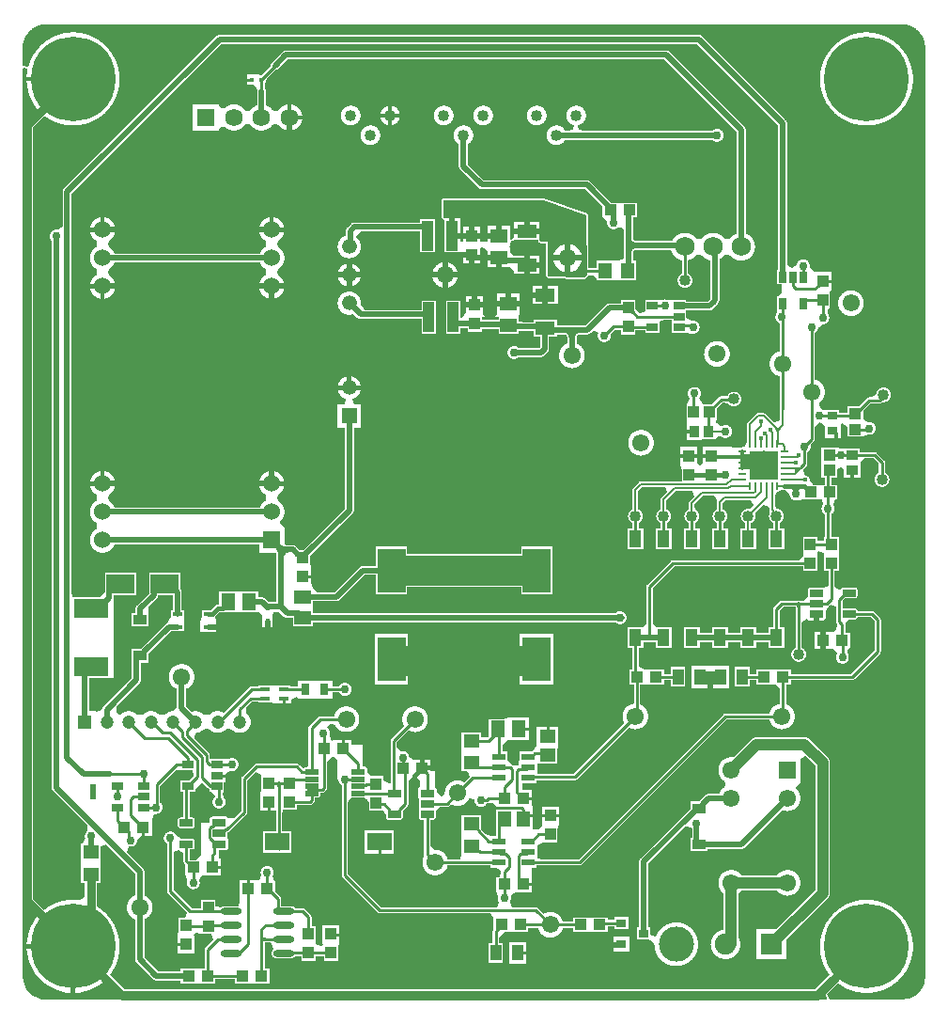
<source format=gtl>
G04*
G04 #@! TF.GenerationSoftware,Altium Limited,Altium Designer,20.0.11 (256)*
G04*
G04 Layer_Physical_Order=1*
G04 Layer_Color=255*
%FSLAX25Y25*%
%MOIN*%
G70*
G01*
G75*
%ADD15C,0.01000*%
%ADD17C,0.00800*%
%ADD21R,0.03543X0.01575*%
%ADD22R,0.08583X0.06299*%
%ADD23R,0.08661X0.06299*%
%ADD24R,0.03543X0.01575*%
%ADD25R,0.03937X0.10630*%
%ADD26R,0.03898X0.02717*%
%ADD27O,0.07480X0.02362*%
%ADD28R,0.01280X0.01575*%
G04:AMPARAMS|DCode=29|XSize=9.84mil|YSize=23.62mil|CornerRadius=1.97mil|HoleSize=0mil|Usage=FLASHONLY|Rotation=180.000|XOffset=0mil|YOffset=0mil|HoleType=Round|Shape=RoundedRectangle|*
%AMROUNDEDRECTD29*
21,1,0.00984,0.01968,0,0,180.0*
21,1,0.00591,0.02362,0,0,180.0*
1,1,0.00394,-0.00295,0.00984*
1,1,0.00394,0.00295,0.00984*
1,1,0.00394,0.00295,-0.00984*
1,1,0.00394,-0.00295,-0.00984*
%
%ADD29ROUNDEDRECTD29*%
G04:AMPARAMS|DCode=30|XSize=9.84mil|YSize=23.62mil|CornerRadius=1.97mil|HoleSize=0mil|Usage=FLASHONLY|Rotation=270.000|XOffset=0mil|YOffset=0mil|HoleType=Round|Shape=RoundedRectangle|*
%AMROUNDEDRECTD30*
21,1,0.00984,0.01968,0,0,270.0*
21,1,0.00591,0.02362,0,0,270.0*
1,1,0.00394,-0.00984,-0.00295*
1,1,0.00394,-0.00984,0.00295*
1,1,0.00394,0.00984,0.00295*
1,1,0.00394,0.00984,-0.00295*
%
%ADD30ROUNDEDRECTD30*%
%ADD31R,0.05709X0.04724*%
%ADD32R,0.04724X0.05709*%
%ADD33R,0.03543X0.02756*%
%ADD34R,0.03543X0.03937*%
%ADD35R,0.03937X0.04331*%
%ADD36R,0.02756X0.03937*%
%ADD37R,0.01575X0.01890*%
%ADD38R,0.04803X0.03583*%
%ADD39R,0.09843X0.15748*%
%ADD40R,0.02756X0.03937*%
%ADD41R,0.04799X0.03598*%
%ADD42R,0.04803X0.02441*%
%ADD43R,0.12402X0.07008*%
%ADD44R,0.03976X0.05787*%
%ADD45R,0.03543X0.03150*%
%ADD46R,0.09843X0.06693*%
G04:AMPARAMS|DCode=47|XSize=17.72mil|YSize=49.21mil|CornerRadius=1.95mil|HoleSize=0mil|Usage=FLASHONLY|Rotation=270.000|XOffset=0mil|YOffset=0mil|HoleType=Round|Shape=RoundedRectangle|*
%AMROUNDEDRECTD47*
21,1,0.01772,0.04532,0,0,270.0*
21,1,0.01382,0.04921,0,0,270.0*
1,1,0.00390,-0.02266,-0.00691*
1,1,0.00390,-0.02266,0.00691*
1,1,0.00390,0.02266,0.00691*
1,1,0.00390,0.02266,-0.00691*
%
%ADD47ROUNDEDRECTD47*%
G04:AMPARAMS|DCode=48|XSize=25.59mil|YSize=47.24mil|CornerRadius=1.92mil|HoleSize=0mil|Usage=FLASHONLY|Rotation=270.000|XOffset=0mil|YOffset=0mil|HoleType=Round|Shape=RoundedRectangle|*
%AMROUNDEDRECTD48*
21,1,0.02559,0.04341,0,0,270.0*
21,1,0.02175,0.04724,0,0,270.0*
1,1,0.00384,-0.02170,-0.01088*
1,1,0.00384,-0.02170,0.01088*
1,1,0.00384,0.02170,0.01088*
1,1,0.00384,0.02170,-0.01088*
%
%ADD48ROUNDEDRECTD48*%
%ADD49R,0.07087X0.04528*%
%ADD50R,0.05118X0.05906*%
%ADD51R,0.05906X0.05118*%
%ADD52R,0.03900X0.04300*%
%ADD53R,0.04331X0.03937*%
%ADD54R,0.04300X0.03900*%
%ADD55R,0.04331X0.05906*%
%ADD56R,0.03937X0.04331*%
%ADD57R,0.04331X0.03937*%
%ADD58R,0.03937X0.02756*%
%ADD59R,0.03937X0.03543*%
%ADD115C,0.04000*%
G04:AMPARAMS|DCode=116|XSize=102.36mil|YSize=102.36mil|CornerRadius=2.05mil|HoleSize=0mil|Usage=FLASHONLY|Rotation=180.000|XOffset=0mil|YOffset=0mil|HoleType=Round|Shape=RoundedRectangle|*
%AMROUNDEDRECTD116*
21,1,0.10236,0.09827,0,0,180.0*
21,1,0.09827,0.10236,0,0,180.0*
1,1,0.00409,-0.04913,0.04913*
1,1,0.00409,0.04913,0.04913*
1,1,0.00409,0.04913,-0.04913*
1,1,0.00409,-0.04913,-0.04913*
%
%ADD116ROUNDEDRECTD116*%
%ADD117C,0.02000*%
%ADD118C,0.03000*%
%ADD119C,0.01500*%
%ADD120C,0.04000*%
%ADD121C,0.01200*%
%ADD122R,0.05992X0.04838*%
%ADD123R,0.02733X0.05540*%
%ADD124R,0.04138X0.02721*%
%ADD125R,0.52000X0.10500*%
%ADD126R,0.57500X0.11000*%
%ADD127C,0.06000*%
%ADD128R,0.06000X0.06000*%
%ADD129C,0.06102*%
%ADD130R,0.06102X0.06102*%
%ADD131R,0.05228X0.05228*%
%ADD132C,0.05228*%
%ADD133C,0.30000*%
%ADD134C,0.12500*%
%ADD135C,0.07500*%
%ADD136R,0.07500X0.07500*%
%ADD137C,0.06890*%
%ADD138C,0.04724*%
%ADD139R,0.04724X0.04724*%
%ADD140C,0.06260*%
%ADD141R,0.06260X0.06260*%
%ADD142R,0.02000X0.04000*%
%ADD143R,0.02000X0.02000*%
%ADD144C,0.01968*%
%ADD145C,0.03000*%
%ADD146C,0.01600*%
G36*
X313500Y347399D02*
Y347399D01*
X315409Y347180D01*
X315552Y347145D01*
X315735Y347097D01*
X315916Y347045D01*
X316096Y346989D01*
X316274Y346929D01*
X316452Y346864D01*
X316627Y346796D01*
X316801Y346724D01*
X316974Y346648D01*
X317145Y346568D01*
X317314Y346484D01*
X317480Y346397D01*
X317646Y346306D01*
X317808Y346211D01*
X317969Y346112D01*
X318127Y346010D01*
X318284Y345905D01*
X318437Y345796D01*
X318589Y345683D01*
X318737Y345567D01*
X318883Y345448D01*
X319027Y345326D01*
X319167Y345200D01*
X319305Y345072D01*
X319440Y344940D01*
X319571Y344805D01*
X319700Y344667D01*
X319826Y344527D01*
X319948Y344383D01*
X320067Y344237D01*
X320183Y344089D01*
X320296Y343937D01*
X320405Y343784D01*
X320510Y343628D01*
X320613Y343469D01*
X320711Y343308D01*
X320806Y343145D01*
X320897Y342981D01*
X320984Y342813D01*
X321068Y342645D01*
X321148Y342474D01*
X321224Y342301D01*
X321296Y342127D01*
X321364Y341951D01*
X321429Y341774D01*
X321489Y341596D01*
X321545Y341416D01*
X321597Y341235D01*
X321645Y341053D01*
X321680Y340909D01*
X321899Y339000D01*
X321899Y339000D01*
X321899Y337000D01*
Y10000D01*
X321899Y10000D01*
X321899Y10000D01*
X321680Y8091D01*
X321645Y7948D01*
X321597Y7765D01*
X321545Y7584D01*
X321489Y7404D01*
X321429Y7226D01*
X321364Y7049D01*
X321296Y6873D01*
X321224Y6699D01*
X321148Y6526D01*
X321068Y6355D01*
X320984Y6186D01*
X320897Y6019D01*
X320806Y5855D01*
X320711Y5692D01*
X320613Y5531D01*
X320510Y5373D01*
X320405Y5216D01*
X320296Y5063D01*
X320183Y4911D01*
X320067Y4763D01*
X319948Y4617D01*
X319826Y4473D01*
X319700Y4333D01*
X319571Y4195D01*
X319440Y4060D01*
X319305Y3929D01*
X319167Y3800D01*
X319027Y3674D01*
X318883Y3552D01*
X318737Y3433D01*
X318589Y3317D01*
X318437Y3204D01*
X318284Y3095D01*
X318127Y2990D01*
X317969Y2888D01*
X317808Y2789D01*
X317645Y2694D01*
X317480Y2603D01*
X317314Y2516D01*
X317145Y2432D01*
X316974Y2352D01*
X316801Y2276D01*
X316627Y2204D01*
X316452Y2136D01*
X316274Y2071D01*
X316096Y2011D01*
X315916Y1955D01*
X315735Y1903D01*
X315552Y1855D01*
X315409Y1820D01*
X313500Y1601D01*
X311500Y1601D01*
X287899D01*
X287071Y3601D01*
X290913Y7442D01*
X290920Y7436D01*
X291131Y7276D01*
X291344Y7120D01*
X291560Y6967D01*
X291778Y6817D01*
X291998Y6671D01*
X292221Y6529D01*
X292446Y6390D01*
X292673Y6254D01*
X292903Y6123D01*
X293134Y5995D01*
X293368Y5871D01*
X293603Y5750D01*
X293841Y5633D01*
X294080Y5521D01*
X294321Y5412D01*
X294564Y5307D01*
X294808Y5205D01*
X295054Y5108D01*
X295301Y5015D01*
X295550Y4925D01*
X295801Y4840D01*
X296052Y4759D01*
X296305Y4682D01*
X296559Y4608D01*
X296815Y4539D01*
X297071Y4474D01*
X297328Y4413D01*
X297587Y4356D01*
X297846Y4304D01*
X298106Y4255D01*
X298366Y4211D01*
X298628Y4171D01*
X298890Y4135D01*
X299152Y4103D01*
X299416Y4076D01*
X299679Y4052D01*
X299943Y4033D01*
X300207Y4019D01*
X300471Y4008D01*
X300735Y4002D01*
X301000Y3999D01*
X301265Y4002D01*
X301529Y4008D01*
X301793Y4019D01*
X302057Y4033D01*
X302321Y4052D01*
X302584Y4076D01*
X302848Y4103D01*
X303110Y4135D01*
X303372Y4171D01*
X303633Y4211D01*
X303894Y4255D01*
X304154Y4304D01*
X304413Y4356D01*
X304672Y4413D01*
X304929Y4474D01*
X305185Y4539D01*
X305441Y4608D01*
X305695Y4682D01*
X305948Y4759D01*
X306199Y4840D01*
X306450Y4925D01*
X306699Y5015D01*
X306946Y5108D01*
X307192Y5205D01*
X307436Y5307D01*
X307679Y5412D01*
X307920Y5521D01*
X308159Y5633D01*
X308397Y5750D01*
X308632Y5871D01*
X308866Y5995D01*
X309097Y6123D01*
X309327Y6254D01*
X309554Y6390D01*
X309779Y6529D01*
X310002Y6671D01*
X310222Y6817D01*
X310440Y6967D01*
X310656Y7120D01*
X310869Y7276D01*
X311080Y7436D01*
X311288Y7599D01*
X311493Y7766D01*
X311696Y7936D01*
X311896Y8109D01*
X312093Y8285D01*
X312288Y8464D01*
X312479Y8647D01*
X312668Y8832D01*
X312853Y9021D01*
X313036Y9212D01*
X313215Y9407D01*
X313391Y9604D01*
X313564Y9804D01*
X313734Y10007D01*
X313901Y10212D01*
X314064Y10420D01*
X314224Y10631D01*
X314380Y10844D01*
X314533Y11060D01*
X314683Y11278D01*
X314829Y11498D01*
X314971Y11721D01*
X315110Y11946D01*
X315246Y12173D01*
X315377Y12403D01*
X315505Y12634D01*
X315629Y12868D01*
X315750Y13103D01*
X315866Y13341D01*
X315979Y13580D01*
X316088Y13821D01*
X316193Y14064D01*
X316295Y14308D01*
X316392Y14554D01*
X316485Y14801D01*
X316575Y15050D01*
X316660Y15301D01*
X316741Y15552D01*
X316818Y15805D01*
X316892Y16059D01*
X316961Y16315D01*
X317026Y16571D01*
X317087Y16828D01*
X317144Y17087D01*
X317196Y17346D01*
X317245Y17606D01*
X317289Y17866D01*
X317329Y18128D01*
X317365Y18390D01*
X317397Y18653D01*
X317424Y18916D01*
X317448Y19179D01*
X317467Y19443D01*
X317481Y19707D01*
X317492Y19971D01*
X317498Y20235D01*
X317500Y20500D01*
X317498Y20764D01*
X317492Y21029D01*
X317481Y21293D01*
X317467Y21557D01*
X317448Y21821D01*
X317424Y22084D01*
X317397Y22347D01*
X317365Y22610D01*
X317329Y22872D01*
X317289Y23133D01*
X317245Y23394D01*
X317196Y23654D01*
X317144Y23913D01*
X317087Y24172D01*
X317026Y24429D01*
X316961Y24685D01*
X316892Y24941D01*
X316818Y25195D01*
X316741Y25448D01*
X316660Y25699D01*
X316575Y25950D01*
X316485Y26199D01*
X316392Y26446D01*
X316295Y26692D01*
X316193Y26937D01*
X316088Y27179D01*
X315979Y27420D01*
X315866Y27659D01*
X315750Y27897D01*
X315629Y28132D01*
X315505Y28366D01*
X315377Y28597D01*
X315246Y28826D01*
X315110Y29054D01*
X314971Y29279D01*
X314829Y29502D01*
X314683Y29722D01*
X314533Y29940D01*
X314380Y30156D01*
X314224Y30369D01*
X314064Y30580D01*
X313901Y30788D01*
X313734Y30993D01*
X313564Y31196D01*
X313391Y31396D01*
X313215Y31593D01*
X313036Y31788D01*
X312853Y31979D01*
X312668Y32168D01*
X312479Y32353D01*
X312288Y32536D01*
X312093Y32715D01*
X311896Y32891D01*
X311696Y33064D01*
X311493Y33234D01*
X311288Y33401D01*
X311080Y33564D01*
X310869Y33724D01*
X310656Y33880D01*
X310440Y34033D01*
X310222Y34183D01*
X310002Y34329D01*
X309779Y34471D01*
X309554Y34610D01*
X309327Y34746D01*
X309097Y34877D01*
X308866Y35005D01*
X308632Y35129D01*
X308397Y35250D01*
X308159Y35366D01*
X307920Y35479D01*
X307679Y35588D01*
X307436Y35693D01*
X307192Y35795D01*
X306946Y35892D01*
X306699Y35985D01*
X306450Y36075D01*
X306199Y36160D01*
X305948Y36241D01*
X305695Y36318D01*
X305441Y36392D01*
X305185Y36461D01*
X304929Y36526D01*
X304672Y36587D01*
X304413Y36644D01*
X304154Y36696D01*
X303894Y36745D01*
X303633Y36789D01*
X303372Y36829D01*
X303110Y36865D01*
X302848Y36897D01*
X302584Y36924D01*
X302321Y36948D01*
X302057Y36967D01*
X301793Y36981D01*
X301529Y36992D01*
X301265Y36998D01*
X301000Y37001D01*
X300735Y36998D01*
X300471Y36992D01*
X300207Y36981D01*
X299943Y36967D01*
X299679Y36948D01*
X299416Y36924D01*
X299152Y36897D01*
X298890Y36865D01*
X298628Y36829D01*
X298366Y36789D01*
X298106Y36745D01*
X297846Y36696D01*
X297587Y36644D01*
X297328Y36587D01*
X297071Y36526D01*
X296815Y36461D01*
X296559Y36392D01*
X296305Y36318D01*
X296052Y36241D01*
X295801Y36160D01*
X295550Y36075D01*
X295301Y35985D01*
X295054Y35892D01*
X294808Y35795D01*
X294564Y35693D01*
X294321Y35588D01*
X294080Y35479D01*
X293841Y35366D01*
X293603Y35250D01*
X293368Y35129D01*
X293134Y35005D01*
X292903Y34877D01*
X292673Y34746D01*
X292446Y34610D01*
X292221Y34471D01*
X291998Y34329D01*
X291778Y34183D01*
X291560Y34033D01*
X291344Y33880D01*
X291131Y33724D01*
X290920Y33564D01*
X290712Y33401D01*
X290507Y33234D01*
X290304Y33064D01*
X290104Y32891D01*
X289907Y32715D01*
X289712Y32536D01*
X289521Y32353D01*
X289332Y32168D01*
X289147Y31979D01*
X288964Y31788D01*
X288785Y31593D01*
X288609Y31396D01*
X288436Y31196D01*
X288266Y30993D01*
X288099Y30788D01*
X287936Y30580D01*
X287776Y30369D01*
X287620Y30156D01*
X287467Y29940D01*
X287317Y29722D01*
X287171Y29502D01*
X287029Y29279D01*
X286890Y29054D01*
X286754Y28826D01*
X286623Y28597D01*
X286495Y28366D01*
X286371Y28132D01*
X286250Y27897D01*
X286134Y27659D01*
X286021Y27420D01*
X285912Y27179D01*
X285807Y26937D01*
X285705Y26692D01*
X285608Y26446D01*
X285515Y26199D01*
X285425Y25950D01*
X285340Y25699D01*
X285259Y25448D01*
X285181Y25195D01*
X285108Y24941D01*
X285039Y24685D01*
X284974Y24429D01*
X284913Y24172D01*
X284856Y23913D01*
X284804Y23654D01*
X284755Y23394D01*
X284711Y23133D01*
X284671Y22872D01*
X284635Y22610D01*
X284603Y22347D01*
X284576Y22084D01*
X284552Y21821D01*
X284533Y21557D01*
X284519Y21293D01*
X284508Y21029D01*
X284502Y20764D01*
X284500Y20500D01*
X284502Y20235D01*
X284508Y19971D01*
X284519Y19707D01*
X284533Y19443D01*
X284552Y19179D01*
X284576Y18916D01*
X284603Y18653D01*
X284635Y18390D01*
X284671Y18128D01*
X284711Y17866D01*
X284755Y17606D01*
X284804Y17346D01*
X284856Y17087D01*
X284913Y16828D01*
X284974Y16571D01*
X285039Y16315D01*
X285108Y16059D01*
X285181Y15805D01*
X285259Y15552D01*
X285340Y15301D01*
X285425Y15050D01*
X285515Y14801D01*
X285608Y14554D01*
X285705Y14308D01*
X285807Y14064D01*
X285912Y13821D01*
X286021Y13580D01*
X286134Y13341D01*
X286250Y13103D01*
X286371Y12868D01*
X286495Y12634D01*
X286623Y12403D01*
X286754Y12173D01*
X286890Y11946D01*
X287029Y11721D01*
X287171Y11498D01*
X287317Y11278D01*
X287467Y11060D01*
X287620Y10844D01*
X287776Y10631D01*
X287936Y10420D01*
X287942Y10413D01*
X282730Y5201D01*
X37770D01*
X32558Y10413D01*
X32564Y10420D01*
X32724Y10631D01*
X32880Y10844D01*
X33033Y11060D01*
X33183Y11278D01*
X33329Y11498D01*
X33471Y11721D01*
X33610Y11946D01*
X33746Y12173D01*
X33877Y12403D01*
X34005Y12634D01*
X34129Y12868D01*
X34250Y13103D01*
X34367Y13341D01*
X34479Y13580D01*
X34588Y13821D01*
X34693Y14064D01*
X34795Y14308D01*
X34892Y14554D01*
X34985Y14801D01*
X35075Y15050D01*
X35160Y15301D01*
X35241Y15552D01*
X35318Y15805D01*
X35392Y16059D01*
X35461Y16315D01*
X35526Y16571D01*
X35587Y16828D01*
X35644Y17087D01*
X35696Y17346D01*
X35745Y17606D01*
X35789Y17866D01*
X35829Y18128D01*
X35865Y18390D01*
X35897Y18653D01*
X35924Y18916D01*
X35948Y19179D01*
X35967Y19443D01*
X35982Y19707D01*
X35992Y19971D01*
X35998Y20235D01*
X36000Y20500D01*
X35998Y20764D01*
X35992Y21029D01*
X35982Y21293D01*
X35967Y21557D01*
X35948Y21821D01*
X35924Y22084D01*
X35897Y22347D01*
X35865Y22610D01*
X35829Y22872D01*
X35789Y23133D01*
X35745Y23394D01*
X35696Y23654D01*
X35644Y23913D01*
X35587Y24172D01*
X35526Y24429D01*
X35461Y24685D01*
X35392Y24941D01*
X35318Y25195D01*
X35241Y25448D01*
X35160Y25699D01*
X35075Y25950D01*
X34985Y26199D01*
X34892Y26446D01*
X34795Y26692D01*
X34693Y26937D01*
X34588Y27179D01*
X34479Y27420D01*
X34367Y27659D01*
X34250Y27897D01*
X34129Y28132D01*
X34005Y28366D01*
X33877Y28597D01*
X33746Y28826D01*
X33610Y29054D01*
X33471Y29279D01*
X33329Y29502D01*
X33183Y29722D01*
X33033Y29940D01*
X32880Y30156D01*
X32724Y30369D01*
X32564Y30580D01*
X32401Y30788D01*
X32234Y30993D01*
X32064Y31196D01*
X31891Y31396D01*
X31715Y31593D01*
X31536Y31788D01*
X31353Y31979D01*
X31168Y32168D01*
X30979Y32353D01*
X30788Y32536D01*
X30593Y32715D01*
X30396Y32891D01*
X30196Y33064D01*
X29993Y33234D01*
X29788Y33401D01*
X29580Y33564D01*
X29369Y33724D01*
X29156Y33880D01*
X28940Y34033D01*
X28722Y34183D01*
X28502Y34329D01*
X28279Y34471D01*
X28054Y34610D01*
X27860Y34725D01*
Y43101D01*
X29214D01*
Y48975D01*
X29214Y49025D01*
Y50975D01*
X29214Y51025D01*
Y55939D01*
X31214Y56768D01*
X41560Y46422D01*
Y38581D01*
X41546Y38576D01*
X41419Y38525D01*
X41292Y38470D01*
X41168Y38412D01*
X41045Y38350D01*
X40924Y38284D01*
X40806Y38215D01*
X40689Y38142D01*
X40575Y38066D01*
X40463Y37986D01*
X40353Y37903D01*
X40246Y37816D01*
X40142Y37727D01*
X40041Y37634D01*
X39942Y37538D01*
X39846Y37440D01*
X39753Y37338D01*
X39664Y37234D01*
X39577Y37127D01*
X39494Y37017D01*
X39414Y36905D01*
X39338Y36791D01*
X39265Y36674D01*
X39196Y36556D01*
X39130Y36435D01*
X39068Y36312D01*
X39010Y36188D01*
X38955Y36062D01*
X38905Y35934D01*
X38858Y35805D01*
X38815Y35674D01*
X38776Y35542D01*
X38741Y35409D01*
X38710Y35275D01*
X38683Y35140D01*
X38660Y35005D01*
X38642Y34868D01*
X38627Y34732D01*
X38617Y34595D01*
X38611Y34457D01*
X38609Y34320D01*
X38611Y34182D01*
X38617Y34045D01*
X38627Y33908D01*
X38642Y33771D01*
X38660Y33635D01*
X38683Y33499D01*
X38710Y33364D01*
X38741Y33231D01*
X38776Y33097D01*
X38815Y32966D01*
X38858Y32835D01*
X38905Y32706D01*
X38955Y32578D01*
X39010Y32452D01*
X39068Y32327D01*
X39130Y32204D01*
X39196Y32084D01*
X39265Y31965D01*
X39338Y31848D01*
X39414Y31734D01*
X39494Y31622D01*
X39577Y31513D01*
X39664Y31406D01*
X39753Y31301D01*
X39846Y31200D01*
X39942Y31101D01*
X40041Y31005D01*
X40142Y30913D01*
X40246Y30823D01*
X40353Y30737D01*
X40463Y30654D01*
X40575Y30574D01*
X40689Y30497D01*
X40806Y30424D01*
X40924Y30355D01*
X41045Y30289D01*
X41168Y30227D01*
X41292Y30169D01*
X41419Y30114D01*
X41546Y30064D01*
X41560Y30059D01*
Y15840D01*
X41562Y15756D01*
X41569Y15672D01*
X41580Y15589D01*
X41595Y15507D01*
X41614Y15425D01*
X41638Y15345D01*
X41666Y15266D01*
X41698Y15189D01*
X41734Y15113D01*
X41774Y15039D01*
X41818Y14968D01*
X41866Y14899D01*
X41917Y14832D01*
X41971Y14769D01*
X42029Y14708D01*
X47868Y8868D01*
X47929Y8811D01*
X47993Y8756D01*
X48059Y8705D01*
X48128Y8658D01*
X48200Y8614D01*
X48273Y8574D01*
X48349Y8538D01*
X48426Y8506D01*
X48505Y8478D01*
X48586Y8454D01*
X48667Y8434D01*
X48750Y8419D01*
X48833Y8408D01*
X48916Y8402D01*
X49000Y8399D01*
X57750D01*
Y7450D01*
X62443D01*
X64443Y7450D01*
X65250Y7450D01*
X69943D01*
Y8900D01*
X76935D01*
Y7450D01*
X81628D01*
X83628Y7450D01*
X84435Y7450D01*
X89128D01*
Y12550D01*
X87478D01*
Y21485D01*
X87486Y21622D01*
X87502Y21712D01*
X87521Y21771D01*
X87539Y21804D01*
X89488Y21833D01*
X90052Y21188D01*
X90141Y20873D01*
X90496Y19320D01*
X90433Y19260D01*
X90373Y19196D01*
X90316Y19130D01*
X90262Y19061D01*
X90211Y18990D01*
X90165Y18916D01*
X90122Y18840D01*
X90082Y18762D01*
X90047Y18682D01*
X90015Y18600D01*
X89988Y18517D01*
X89965Y18433D01*
X89946Y18348D01*
X89931Y18261D01*
X89920Y18175D01*
X89913Y18087D01*
X89911Y18000D01*
X89913Y17913D01*
X89920Y17825D01*
X89931Y17739D01*
X89946Y17652D01*
X89965Y17567D01*
X89988Y17483D01*
X90015Y17400D01*
X90047Y17318D01*
X90082Y17238D01*
X90122Y17160D01*
X90165Y17084D01*
X90211Y17010D01*
X90262Y16939D01*
X90316Y16870D01*
X90373Y16804D01*
X90433Y16740D01*
X90496Y16680D01*
X90563Y16623D01*
X90632Y16569D01*
X90703Y16519D01*
X90777Y16472D01*
X90853Y16429D01*
X90931Y16389D01*
X91011Y16354D01*
X91093Y16322D01*
X91176Y16295D01*
X91260Y16272D01*
X91345Y16253D01*
X91431Y16238D01*
X91518Y16227D01*
X91606Y16220D01*
X91693Y16218D01*
X96811D01*
X96898Y16220D01*
X96986Y16227D01*
X97072Y16238D01*
X97159Y16253D01*
X97244Y16272D01*
X97328Y16295D01*
X97411Y16322D01*
X97493Y16354D01*
X97573Y16389D01*
X97651Y16429D01*
X97727Y16472D01*
X97801Y16519D01*
X97872Y16569D01*
X97941Y16623D01*
X98008Y16680D01*
X98071Y16740D01*
X98131Y16804D01*
X98188Y16870D01*
X98242Y16939D01*
X98292Y17010D01*
X98320Y17053D01*
X100450D01*
Y15404D01*
X105550D01*
Y17053D01*
X108450D01*
Y15404D01*
X113550D01*
Y19862D01*
X113950Y21696D01*
X113950Y22738D01*
Y27996D01*
X108050D01*
Y22738D01*
X108050Y21696D01*
X108147Y21254D01*
X107550Y20471D01*
X105550Y21147D01*
Y22096D01*
X105550Y22904D01*
Y27597D01*
X104101D01*
Y30799D01*
X104098Y30866D01*
X104093Y30932D01*
X104083Y30998D01*
X104069Y31063D01*
X104051Y31127D01*
X104029Y31189D01*
X104004Y31251D01*
X103974Y31311D01*
X103942Y31368D01*
X103906Y31424D01*
X103866Y31478D01*
X103824Y31529D01*
X103778Y31577D01*
X101577Y33778D01*
X101529Y33824D01*
X101478Y33866D01*
X101424Y33906D01*
X101368Y33942D01*
X101311Y33974D01*
X101251Y34004D01*
X101189Y34029D01*
X101127Y34051D01*
X101063Y34069D01*
X100998Y34082D01*
X100932Y34093D01*
X100866Y34099D01*
X100799Y34100D01*
X98211D01*
X98188Y34130D01*
X98131Y34196D01*
X98071Y34260D01*
X98008Y34320D01*
X97941Y34377D01*
X97872Y34431D01*
X97801Y34481D01*
X97727Y34528D01*
X97651Y34571D01*
X97573Y34611D01*
X97493Y34646D01*
X97411Y34677D01*
X97328Y34705D01*
X97244Y34728D01*
X97159Y34747D01*
X97072Y34762D01*
X96986Y34773D01*
X96898Y34780D01*
X96811Y34782D01*
X93293D01*
Y37350D01*
X93291Y37417D01*
X93285Y37483D01*
X93275Y37549D01*
X93261Y37614D01*
X93244Y37678D01*
X93222Y37741D01*
X93196Y37802D01*
X93167Y37862D01*
X93135Y37920D01*
X93099Y37976D01*
X93059Y38029D01*
X93017Y38080D01*
X92971Y38129D01*
X91112Y39988D01*
Y43569D01*
X91112D01*
X90664Y44229D01*
X90339Y45550D01*
X90387Y45638D01*
X90431Y45728D01*
X90472Y45820D01*
X90508Y45913D01*
X90540Y46008D01*
X90569Y46105D01*
X90592Y46202D01*
X90612Y46301D01*
X90627Y46400D01*
X90638Y46499D01*
X90645Y46600D01*
X90647Y46700D01*
X90645Y46800D01*
X90638Y46900D01*
X90627Y47000D01*
X90612Y47100D01*
X90592Y47198D01*
X90569Y47295D01*
X90540Y47392D01*
X90508Y47487D01*
X90472Y47580D01*
X90431Y47672D01*
X90387Y47762D01*
X90339Y47850D01*
X90287Y47936D01*
X90231Y48019D01*
X90172Y48101D01*
X90109Y48179D01*
X90043Y48254D01*
X89973Y48327D01*
X89901Y48396D01*
X89825Y48462D01*
X89747Y48525D01*
X89666Y48584D01*
X89583Y48640D01*
X89497Y48692D01*
X89409Y48741D01*
X89319Y48785D01*
X89227Y48825D01*
X89133Y48862D01*
X89038Y48894D01*
X88942Y48922D01*
X88844Y48946D01*
X88746Y48966D01*
X88647Y48981D01*
X88547Y48992D01*
X88447Y48998D01*
X88346Y49000D01*
X88246Y48998D01*
X88146Y48992D01*
X88046Y48981D01*
X87947Y48966D01*
X87849Y48946D01*
X87751Y48922D01*
X87655Y48894D01*
X87560Y48862D01*
X87466Y48825D01*
X87374Y48785D01*
X87284Y48741D01*
X87196Y48692D01*
X87110Y48640D01*
X87027Y48584D01*
X86946Y48525D01*
X86868Y48462D01*
X86792Y48396D01*
X86720Y48327D01*
X86650Y48254D01*
X86584Y48179D01*
X86521Y48101D01*
X86462Y48019D01*
X86406Y47936D01*
X86354Y47850D01*
X86306Y47762D01*
X86261Y47672D01*
X86221Y47580D01*
X86185Y47487D01*
X86152Y47392D01*
X86124Y47295D01*
X86100Y47198D01*
X86081Y47100D01*
X86066Y47000D01*
X86055Y46900D01*
X86048Y46800D01*
X86046Y46700D01*
X86048Y46600D01*
X86055Y46499D01*
X86066Y46400D01*
X86081Y46301D01*
X86100Y46202D01*
X86124Y46105D01*
X86152Y46008D01*
X86185Y45913D01*
X86221Y45820D01*
X86261Y45728D01*
X86306Y45638D01*
X86326Y45601D01*
X85579Y43803D01*
X84819Y43968D01*
X83747Y43968D01*
X78488D01*
Y38032D01*
Y36759D01*
X78307Y34782D01*
X73189D01*
X73102Y34780D01*
X73014Y34773D01*
X72928Y34762D01*
X72841Y34747D01*
X72756Y34728D01*
X72672Y34705D01*
X72589Y34677D01*
X72507Y34646D01*
X72427Y34611D01*
X72349Y34571D01*
X72273Y34528D01*
X72199Y34481D01*
X72128Y34431D01*
X72059Y34377D01*
X72050Y34370D01*
X70754Y34500D01*
X70050Y34746D01*
Y37096D01*
X64950D01*
Y34100D01*
X61456D01*
X55101Y40456D01*
Y53849D01*
X56928Y54734D01*
X58592Y53771D01*
Y50764D01*
X58594Y50697D01*
X58600Y50631D01*
X58610Y50565D01*
X58624Y50500D01*
X58642Y50436D01*
X58664Y50374D01*
X58689Y50312D01*
X58719Y50252D01*
X58751Y50194D01*
X58787Y50139D01*
X58827Y50085D01*
X58869Y50034D01*
X58915Y49986D01*
X59388Y49512D01*
Y45932D01*
X59388Y45932D01*
X59493Y45666D01*
X60069Y44008D01*
X60028Y43916D01*
X59992Y43823D01*
X59960Y43728D01*
X59931Y43631D01*
X59908Y43534D01*
X59888Y43435D01*
X59873Y43336D01*
X59862Y43237D01*
X59855Y43136D01*
X59853Y43036D01*
X59855Y42936D01*
X59862Y42835D01*
X59873Y42736D01*
X59888Y42636D01*
X59908Y42538D01*
X59931Y42441D01*
X59960Y42344D01*
X59992Y42249D01*
X60028Y42156D01*
X60069Y42064D01*
X60113Y41974D01*
X60161Y41886D01*
X60213Y41800D01*
X60269Y41716D01*
X60328Y41636D01*
X60391Y41557D01*
X60457Y41482D01*
X60527Y41409D01*
X60599Y41340D01*
X60675Y41274D01*
X60753Y41211D01*
X60834Y41151D01*
X60918Y41096D01*
X61003Y41044D01*
X61091Y40995D01*
X61181Y40951D01*
X61273Y40911D01*
X61367Y40874D01*
X61462Y40842D01*
X61558Y40814D01*
X61656Y40790D01*
X61754Y40770D01*
X61853Y40755D01*
X61953Y40744D01*
X62053Y40738D01*
X62154Y40735D01*
X62254Y40738D01*
X62354Y40744D01*
X62454Y40755D01*
X62553Y40770D01*
X62651Y40790D01*
X62749Y40814D01*
X62845Y40842D01*
X62940Y40874D01*
X63034Y40911D01*
X63126Y40951D01*
X63216Y40995D01*
X63304Y41044D01*
X63390Y41096D01*
X63473Y41151D01*
X63554Y41211D01*
X63632Y41274D01*
X63708Y41340D01*
X63780Y41409D01*
X63850Y41482D01*
X63916Y41557D01*
X63979Y41636D01*
X64038Y41716D01*
X64094Y41800D01*
X64146Y41886D01*
X64194Y41974D01*
X64239Y42064D01*
X64279Y42156D01*
X64315Y42249D01*
X64348Y42344D01*
X64376Y42441D01*
X64400Y42538D01*
X64419Y42636D01*
X64434Y42736D01*
X64445Y42835D01*
X64452Y42936D01*
X64454Y43036D01*
X64452Y43136D01*
X64445Y43237D01*
X64434Y43336D01*
X64419Y43435D01*
X64400Y43534D01*
X64376Y43631D01*
X64348Y43728D01*
X64315Y43823D01*
X64314Y43828D01*
X64967Y45182D01*
X65213Y45634D01*
X65681Y45531D01*
X66753Y45531D01*
X72012D01*
Y51468D01*
X71307D01*
Y54480D01*
X73477D01*
X73549Y54482D01*
X73621Y54488D01*
X73692Y54499D01*
X73763Y54514D01*
X73832Y54534D01*
X73900Y54557D01*
X73967Y54585D01*
X74032Y54616D01*
X74094Y54652D01*
X74155Y54691D01*
X74213Y54734D01*
X74268Y54780D01*
X74321Y54829D01*
X74370Y54882D01*
X74416Y54937D01*
X74459Y54995D01*
X74498Y55055D01*
X74533Y55118D01*
X74565Y55183D01*
X74592Y55249D01*
X74616Y55317D01*
X74635Y55387D01*
X74650Y55457D01*
X74661Y55528D01*
X74668Y55600D01*
X74670Y55672D01*
Y57847D01*
X74668Y57919D01*
X74661Y57991D01*
X74650Y58062D01*
X74635Y58133D01*
X74616Y58202D01*
X74592Y58270D01*
X74565Y58337D01*
X74533Y58402D01*
X74498Y58464D01*
X74459Y58525D01*
X74416Y58583D01*
X74370Y58638D01*
X74321Y58691D01*
X74268Y58740D01*
X74213Y58786D01*
X74151Y58878D01*
X74145Y58974D01*
X74173Y59033D01*
X74198Y59083D01*
X74220Y59136D01*
X74238Y59189D01*
X74252Y59244D01*
X74262Y59300D01*
X74268Y59356D01*
X74270Y59412D01*
Y60791D01*
X74276Y60792D01*
X74340Y60810D01*
X74403Y60832D01*
X74464Y60857D01*
X74524Y60886D01*
X74582Y60919D01*
X74638Y60955D01*
X74691Y60994D01*
X74742Y61037D01*
X74791Y61082D01*
X80996Y67287D01*
X81041Y67336D01*
X81084Y67387D01*
X81123Y67440D01*
X81159Y67496D01*
X81192Y67554D01*
X81221Y67614D01*
X81246Y67675D01*
X81268Y67738D01*
X81286Y67802D01*
X81300Y67867D01*
X81310Y67933D01*
X81316Y67999D01*
X81318Y68066D01*
Y79330D01*
X84169Y82181D01*
X86248Y81432D01*
X86278Y81112D01*
X86278D01*
Y75581D01*
X85878Y74819D01*
X85878D01*
Y68488D01*
X91496D01*
Y61250D01*
X86979D01*
Y53750D01*
X96840D01*
Y61250D01*
X93697D01*
Y66945D01*
X93796Y68903D01*
X98896D01*
Y70553D01*
X103591D01*
X103658Y70555D01*
X103724Y70561D01*
X103790Y70571D01*
X103855Y70585D01*
X103919Y70603D01*
X103982Y70625D01*
X104043Y70650D01*
X104103Y70679D01*
X104161Y70712D01*
X104217Y70748D01*
X104270Y70787D01*
X104321Y70830D01*
X104370Y70875D01*
X104955Y71461D01*
X105001Y71510D01*
X105043Y71561D01*
X105083Y71614D01*
X105119Y71670D01*
X105152Y71728D01*
X105181Y71788D01*
X105206Y71849D01*
X105228Y71912D01*
X105246Y71976D01*
X105260Y72041D01*
X105270Y72107D01*
X105276Y72173D01*
X105278Y72239D01*
Y73175D01*
X106443D01*
X106500Y73177D01*
X106556Y73183D01*
X106612Y73193D01*
X106667Y73207D01*
X106721Y73225D01*
X106773Y73247D01*
X106824Y73272D01*
X106873Y73301D01*
X106920Y73334D01*
X106964Y73369D01*
X107005Y73408D01*
X107044Y73450D01*
X107080Y73494D01*
X107112Y73541D01*
X107141Y73589D01*
X107166Y73640D01*
X107188Y73693D01*
X107206Y73746D01*
X107220Y73801D01*
X107230Y73857D01*
X107236Y73914D01*
X107238Y73971D01*
Y74840D01*
X107914D01*
X107981Y74842D01*
X108047Y74849D01*
X108113Y74858D01*
X108178Y74872D01*
X108242Y74890D01*
X108305Y74912D01*
X108366Y74937D01*
X108426Y74967D01*
X108484Y74999D01*
X108539Y75035D01*
X108593Y75075D01*
X108644Y75117D01*
X108692Y75163D01*
X109278Y75749D01*
X109324Y75797D01*
X109366Y75848D01*
X109406Y75902D01*
X109442Y75957D01*
X109474Y76015D01*
X109503Y76075D01*
X109529Y76136D01*
X109551Y76199D01*
X109569Y76263D01*
X109582Y76328D01*
X109592Y76394D01*
X109599Y76460D01*
X109600Y76527D01*
Y86093D01*
X111600Y87625D01*
X112028Y87532D01*
X113100Y86459D01*
Y83103D01*
X113100Y81251D01*
X113106Y81232D01*
X113197Y80956D01*
X113258Y80764D01*
X113358Y80444D01*
X113676Y79403D01*
X113784Y79045D01*
X113816Y78951D01*
X113816Y78951D01*
X113852Y78857D01*
X113852Y78857D01*
X113893Y78765D01*
X113893Y78765D01*
X113937Y78675D01*
X113937Y78675D01*
X113985Y78587D01*
X113985Y78587D01*
X114038Y78501D01*
X114038Y78501D01*
X114093Y78418D01*
X114093Y78418D01*
X114153Y78337D01*
X114153Y78337D01*
X114215Y78259D01*
X114215Y78259D01*
X114282Y78183D01*
X114282Y78183D01*
X114351Y78111D01*
X114351Y78111D01*
X114424Y78041D01*
X114424Y78041D01*
X114499Y77975D01*
X114577Y77912D01*
X114658Y77853D01*
X114742Y77797D01*
X114828Y77745D01*
X114877Y77718D01*
Y45695D01*
X114879Y45629D01*
X114885Y45562D01*
X114895Y45497D01*
X114909Y45432D01*
X114927Y45368D01*
X114949Y45305D01*
X114974Y45243D01*
X115003Y45184D01*
X115036Y45126D01*
X115072Y45070D01*
X115111Y45017D01*
X115154Y44965D01*
X115200Y44917D01*
X127602Y32515D01*
X127650Y32469D01*
X127701Y32427D01*
X127754Y32388D01*
X127810Y32351D01*
X127868Y32319D01*
X127928Y32290D01*
X127989Y32264D01*
X128052Y32243D01*
X128116Y32225D01*
X128181Y32211D01*
X128247Y32201D01*
X128313Y32195D01*
X128380Y32193D01*
X167574D01*
X168750Y30680D01*
X168750Y30193D01*
Y26498D01*
X168710Y26458D01*
X168665Y26410D01*
X168622Y26359D01*
X168582Y26305D01*
X168546Y26249D01*
X168514Y26191D01*
X168485Y26132D01*
X168459Y26070D01*
X168438Y26007D01*
X168420Y25943D01*
X168406Y25878D01*
X168396Y25813D01*
X168390Y25746D01*
X168388Y25680D01*
Y21624D01*
X166900D01*
Y14636D01*
X172076D01*
Y21624D01*
X170589D01*
Y23727D01*
X172441Y25580D01*
X175443Y25580D01*
X176250Y25580D01*
X180943D01*
Y27029D01*
X184433D01*
X184466Y26908D01*
X184504Y26776D01*
X184547Y26645D01*
X184594Y26516D01*
X184645Y26388D01*
X184699Y26262D01*
X184758Y26137D01*
X184820Y26015D01*
X184885Y25894D01*
X184955Y25775D01*
X185028Y25659D01*
X185104Y25544D01*
X185184Y25432D01*
X185267Y25323D01*
X185353Y25216D01*
X185443Y25112D01*
X185536Y25010D01*
X185632Y24911D01*
X185730Y24816D01*
X185832Y24723D01*
X185936Y24633D01*
X186043Y24547D01*
X186152Y24464D01*
X186264Y24384D01*
X186379Y24308D01*
X186495Y24235D01*
X186614Y24165D01*
X186735Y24100D01*
X186857Y24037D01*
X186982Y23979D01*
X187108Y23925D01*
X187236Y23874D01*
X187365Y23827D01*
X187496Y23784D01*
X187628Y23745D01*
X187761Y23710D01*
X187895Y23680D01*
X188030Y23653D01*
X188165Y23630D01*
X188301Y23611D01*
X188438Y23597D01*
X188575Y23586D01*
X188713Y23580D01*
X188850Y23578D01*
X188988Y23580D01*
X189125Y23586D01*
X189262Y23597D01*
X189399Y23611D01*
X189535Y23630D01*
X189671Y23653D01*
X189805Y23680D01*
X189939Y23710D01*
X190072Y23745D01*
X190204Y23784D01*
X190335Y23827D01*
X190464Y23874D01*
X190592Y23925D01*
X190718Y23979D01*
X190843Y24037D01*
X190965Y24100D01*
X191086Y24165D01*
X191205Y24235D01*
X191321Y24308D01*
X191436Y24384D01*
X191548Y24464D01*
X191657Y24547D01*
X191764Y24633D01*
X191868Y24723D01*
X191970Y24816D01*
X192069Y24911D01*
X192164Y25010D01*
X192257Y25112D01*
X192347Y25216D01*
X192433Y25323D01*
X192516Y25432D01*
X192596Y25544D01*
X192672Y25659D01*
X192745Y25775D01*
X192815Y25894D01*
X192880Y26015D01*
X192942Y26137D01*
X193001Y26262D01*
X193055Y26388D01*
X193106Y26516D01*
X193153Y26645D01*
X193196Y26776D01*
X193235Y26908D01*
X193266Y27029D01*
X196904D01*
Y25580D01*
X201596D01*
X203596Y25580D01*
X204404Y25580D01*
X209097D01*
Y27640D01*
X211691D01*
Y26565D01*
X216435D01*
Y30915D01*
X211691D01*
Y29841D01*
X209097D01*
Y30680D01*
X204404D01*
X202403Y30680D01*
X201596Y30680D01*
X196904D01*
Y29230D01*
X193266D01*
X193235Y29352D01*
X193196Y29484D01*
X193153Y29615D01*
X193106Y29744D01*
X193055Y29872D01*
X193001Y29998D01*
X192942Y30123D01*
X192880Y30245D01*
X192815Y30366D01*
X192745Y30485D01*
X192672Y30601D01*
X192596Y30716D01*
X192516Y30828D01*
X192433Y30937D01*
X192347Y31044D01*
X192257Y31148D01*
X192164Y31250D01*
X192069Y31348D01*
X191970Y31444D01*
X191868Y31537D01*
X191764Y31626D01*
X191657Y31713D01*
X191548Y31796D01*
X191436Y31876D01*
X191321Y31952D01*
X191205Y32025D01*
X191086Y32094D01*
X190965Y32160D01*
X190843Y32222D01*
X190718Y32281D01*
X190592Y32335D01*
X190464Y32386D01*
X190335Y32433D01*
X190204Y32476D01*
X190072Y32514D01*
X189939Y32549D01*
X189805Y32580D01*
X189671Y32607D01*
X189535Y32630D01*
X189399Y32648D01*
X189262Y32663D01*
X189125Y32673D01*
X188988Y32680D01*
X188850Y32682D01*
X188713Y32680D01*
X188575Y32673D01*
X188438Y32663D01*
X188301Y32648D01*
X188165Y32630D01*
X188030Y32607D01*
X187895Y32580D01*
X187761Y32549D01*
X187628Y32514D01*
X187496Y32476D01*
X187365Y32433D01*
X187236Y32386D01*
X187108Y32335D01*
X186982Y32281D01*
X186857Y32222D01*
X186735Y32160D01*
X186614Y32094D01*
X186505Y32031D01*
X184465Y34071D01*
X184416Y34117D01*
X184365Y34159D01*
X184312Y34199D01*
X184256Y34235D01*
X184198Y34268D01*
X184138Y34297D01*
X184077Y34322D01*
X184014Y34344D01*
X183950Y34362D01*
X183885Y34376D01*
X183819Y34386D01*
X183753Y34392D01*
X183687Y34394D01*
X175473D01*
X174824Y35107D01*
X174492Y36350D01*
X174541Y36438D01*
X174585Y36528D01*
X174625Y36620D01*
X174662Y36713D01*
X174694Y36808D01*
X174722Y36905D01*
X174746Y37002D01*
X174766Y37100D01*
X174781Y37200D01*
X174792Y37299D01*
X174798Y37400D01*
X174801Y37500D01*
X174798Y37600D01*
X174792Y37701D01*
X174781Y37800D01*
X174766Y37900D01*
X174759Y37931D01*
X174748Y38017D01*
X174773Y38267D01*
X174775Y38273D01*
X175657Y39159D01*
X175659Y39161D01*
X175905Y39318D01*
X176290Y39531D01*
X177100Y39531D01*
X182358D01*
Y45469D01*
X182185D01*
Y48439D01*
X184005D01*
Y49159D01*
X199260D01*
X199326Y49161D01*
X199392Y49167D01*
X199458Y49177D01*
X199523Y49191D01*
X199587Y49209D01*
X199650Y49231D01*
X199712Y49256D01*
X199771Y49285D01*
X199829Y49318D01*
X199885Y49354D01*
X199938Y49393D01*
X199990Y49436D01*
X200038Y49482D01*
X206681Y56125D01*
X206682Y56125D01*
X251456Y100900D01*
X266583D01*
X266616Y100778D01*
X266654Y100646D01*
X266697Y100515D01*
X266744Y100386D01*
X266795Y100258D01*
X266849Y100132D01*
X266908Y100007D01*
X266970Y99885D01*
X267035Y99764D01*
X267105Y99645D01*
X267178Y99529D01*
X267254Y99414D01*
X267334Y99302D01*
X267417Y99193D01*
X267503Y99086D01*
X267593Y98982D01*
X267686Y98880D01*
X267781Y98782D01*
X267880Y98686D01*
X267982Y98593D01*
X268086Y98503D01*
X268193Y98417D01*
X268302Y98334D01*
X268414Y98254D01*
X268529Y98178D01*
X268645Y98105D01*
X268764Y98035D01*
X268885Y97970D01*
X269007Y97908D01*
X269132Y97849D01*
X269258Y97795D01*
X269386Y97744D01*
X269515Y97697D01*
X269646Y97654D01*
X269778Y97615D01*
X269911Y97581D01*
X270045Y97550D01*
X270180Y97523D01*
X270315Y97500D01*
X270451Y97482D01*
X270588Y97467D01*
X270725Y97457D01*
X270863Y97450D01*
X271000Y97448D01*
X271137Y97450D01*
X271275Y97457D01*
X271412Y97467D01*
X271549Y97482D01*
X271685Y97500D01*
X271820Y97523D01*
X271955Y97550D01*
X272089Y97581D01*
X272222Y97615D01*
X272354Y97654D01*
X272485Y97697D01*
X272614Y97744D01*
X272742Y97795D01*
X272868Y97849D01*
X272993Y97908D01*
X273115Y97970D01*
X273236Y98035D01*
X273355Y98105D01*
X273471Y98178D01*
X273586Y98254D01*
X273698Y98334D01*
X273807Y98417D01*
X273914Y98503D01*
X274018Y98593D01*
X274120Y98686D01*
X274219Y98782D01*
X274314Y98880D01*
X274407Y98982D01*
X274497Y99086D01*
X274583Y99193D01*
X274666Y99302D01*
X274746Y99414D01*
X274822Y99529D01*
X274895Y99645D01*
X274965Y99764D01*
X275030Y99885D01*
X275092Y100007D01*
X275151Y100132D01*
X275205Y100258D01*
X275256Y100386D01*
X275303Y100515D01*
X275346Y100646D01*
X275384Y100778D01*
X275419Y100911D01*
X275450Y101045D01*
X275477Y101180D01*
X275500Y101315D01*
X275518Y101451D01*
X275533Y101588D01*
X275543Y101725D01*
X275550Y101863D01*
X275552Y102000D01*
X275550Y102137D01*
X275543Y102275D01*
X275533Y102412D01*
X275518Y102549D01*
X275500Y102685D01*
X275477Y102821D01*
X275450Y102955D01*
X275419Y103089D01*
X275384Y103222D01*
X275346Y103354D01*
X275303Y103485D01*
X275256Y103614D01*
X275205Y103742D01*
X275151Y103868D01*
X275092Y103993D01*
X275030Y104115D01*
X274965Y104236D01*
X274895Y104355D01*
X274822Y104471D01*
X274746Y104586D01*
X274666Y104698D01*
X274583Y104807D01*
X274497Y104914D01*
X274407Y105018D01*
X274314Y105120D01*
X274219Y105219D01*
X274120Y105314D01*
X274018Y105407D01*
X273914Y105497D01*
X273807Y105583D01*
X273698Y105666D01*
X273586Y105746D01*
X273471Y105822D01*
X273355Y105895D01*
X273236Y105965D01*
X273115Y106030D01*
X272993Y106092D01*
X272868Y106151D01*
X272742Y106205D01*
X272614Y106256D01*
X272485Y106303D01*
X272447Y106315D01*
Y113450D01*
X274096D01*
Y114900D01*
X296000D01*
X296066Y114901D01*
X296133Y114908D01*
X296198Y114918D01*
X296263Y114931D01*
X296327Y114949D01*
X296390Y114971D01*
X296452Y114997D01*
X296511Y115026D01*
X296569Y115058D01*
X296625Y115094D01*
X296679Y115134D01*
X296730Y115176D01*
X296778Y115222D01*
X305778Y124222D01*
X305824Y124270D01*
X305866Y124321D01*
X305906Y124375D01*
X305942Y124431D01*
X305974Y124489D01*
X306003Y124548D01*
X306029Y124610D01*
X306051Y124673D01*
X306068Y124737D01*
X306083Y124802D01*
X306093Y124867D01*
X306099Y124934D01*
X306101Y125000D01*
Y136291D01*
X306099Y136358D01*
X306093Y136424D01*
X306083Y136490D01*
X306068Y136555D01*
X306051Y136619D01*
X306029Y136682D01*
X306003Y136743D01*
X305974Y136803D01*
X305942Y136861D01*
X305906Y136916D01*
X305866Y136970D01*
X305824Y137021D01*
X305778Y137069D01*
X303810Y139038D01*
X303761Y139084D01*
X303710Y139126D01*
X303657Y139165D01*
X303601Y139202D01*
X303543Y139234D01*
X303483Y139263D01*
X303422Y139289D01*
X303359Y139311D01*
X303295Y139328D01*
X303230Y139342D01*
X303164Y139352D01*
X303098Y139358D01*
X303031Y139360D01*
X297769D01*
X297768Y139404D01*
X297762Y139460D01*
X297752Y139516D01*
X297738Y139571D01*
X297720Y139624D01*
X297698Y139677D01*
X297673Y139727D01*
X297644Y139776D01*
X297612Y139822D01*
X297576Y139866D01*
X297538Y139908D01*
X297496Y139946D01*
X297452Y139982D01*
X297406Y140014D01*
X297357Y140043D01*
X297306Y140068D01*
X297254Y140090D01*
X297201Y140108D01*
X297146Y140122D01*
X297090Y140132D01*
X297034Y140138D01*
X296977Y140140D01*
X292637D01*
X292445Y142108D01*
Y142905D01*
X293401Y143860D01*
X296977D01*
X297034Y143862D01*
X297090Y143868D01*
X297146Y143878D01*
X297201Y143892D01*
X297254Y143910D01*
X297306Y143932D01*
X297357Y143957D01*
X297406Y143986D01*
X297452Y144018D01*
X297496Y144054D01*
X297538Y144092D01*
X297576Y144134D01*
X297612Y144178D01*
X297644Y144224D01*
X297673Y144273D01*
X297698Y144323D01*
X297720Y144376D01*
X297738Y144429D01*
X297752Y144484D01*
X297762Y144540D01*
X297768Y144596D01*
X297770Y144652D01*
Y146828D01*
X297768Y146884D01*
X297762Y146941D01*
X297752Y146996D01*
X297738Y147051D01*
X297720Y147105D01*
X297698Y147157D01*
X297673Y147207D01*
X297644Y147256D01*
X297612Y147303D01*
X297576Y147347D01*
X297538Y147388D01*
X297496Y147427D01*
X297452Y147462D01*
X297406Y147494D01*
X297357Y147523D01*
X297306Y147549D01*
X297254Y147570D01*
X297201Y147588D01*
X297146Y147602D01*
X297090Y147612D01*
X297034Y147618D01*
X296977Y147620D01*
X292637D01*
X292580Y147618D01*
X292524Y147612D01*
X292468Y147602D01*
X292414Y147588D01*
X292360Y147570D01*
X292308Y147549D01*
X292257Y147523D01*
X292208Y147494D01*
X292162Y147462D01*
X292118Y147427D01*
X292076Y147388D01*
X292038Y147347D01*
X292002Y147303D01*
X291970Y147256D01*
X291941Y147207D01*
X291916Y147157D01*
X291894Y147105D01*
X291743Y146940D01*
X291686Y146893D01*
X291259Y146949D01*
X290640Y147191D01*
X289686Y148114D01*
Y153589D01*
X291136D01*
Y158282D01*
X291136Y160282D01*
X291136Y161089D01*
Y165781D01*
X288447D01*
Y173630D01*
X288497Y173658D01*
X288582Y173710D01*
X288666Y173766D01*
X288747Y173825D01*
X288825Y173888D01*
X288901Y173954D01*
X288973Y174023D01*
X289043Y174096D01*
X289109Y174171D01*
X289172Y174249D01*
X289231Y174330D01*
X289287Y174414D01*
X289339Y174500D01*
X289387Y174588D01*
X289432Y174678D01*
X289472Y174770D01*
X289508Y174863D01*
X289541Y174958D01*
X289569Y175055D01*
X289593Y175152D01*
X289612Y175250D01*
X289627Y175350D01*
X289638Y175450D01*
X289645Y175550D01*
X289647Y175650D01*
X289645Y175750D01*
X289638Y175850D01*
X289627Y175950D01*
X289612Y176049D01*
X289593Y176148D01*
X289569Y176245D01*
X289541Y176342D01*
X289508Y176437D01*
X289472Y176530D01*
X289432Y176622D01*
X289387Y176712D01*
X289339Y176800D01*
X289287Y176886D01*
X289231Y176970D01*
X289445Y178110D01*
X289747Y178534D01*
X290089Y178950D01*
X290600D01*
Y184050D01*
X288447D01*
Y186660D01*
X290615D01*
Y189361D01*
X291070Y189879D01*
X291972Y190332D01*
X293032Y189710D01*
Y186669D01*
X298969D01*
Y192213D01*
X300452Y193458D01*
X303485D01*
X305399Y191544D01*
Y188356D01*
X305319Y188317D01*
X305229Y188269D01*
X305141Y188217D01*
X305055Y188162D01*
X304972Y188104D01*
X304890Y188042D01*
X304811Y187977D01*
X304735Y187910D01*
X304661Y187839D01*
X304590Y187765D01*
X304523Y187689D01*
X304458Y187610D01*
X304396Y187529D01*
X304338Y187445D01*
X304283Y187359D01*
X304231Y187271D01*
X304183Y187181D01*
X304138Y187089D01*
X304097Y186995D01*
X304060Y186900D01*
X304027Y186804D01*
X303997Y186706D01*
X303971Y186607D01*
X303949Y186507D01*
X303931Y186407D01*
X303918Y186306D01*
X303907Y186204D01*
X303902Y186102D01*
X303900Y186000D01*
X303902Y185898D01*
X303907Y185796D01*
X303918Y185694D01*
X303931Y185593D01*
X303949Y185493D01*
X303971Y185393D01*
X303997Y185294D01*
X304027Y185196D01*
X304060Y185100D01*
X304097Y185005D01*
X304138Y184911D01*
X304183Y184819D01*
X304231Y184729D01*
X304283Y184641D01*
X304338Y184555D01*
X304396Y184471D01*
X304458Y184390D01*
X304523Y184311D01*
X304590Y184235D01*
X304661Y184161D01*
X304735Y184090D01*
X304811Y184023D01*
X304890Y183958D01*
X304972Y183896D01*
X305055Y183838D01*
X305141Y183783D01*
X305229Y183731D01*
X305319Y183683D01*
X305411Y183638D01*
X305505Y183598D01*
X305600Y183560D01*
X305696Y183527D01*
X305794Y183497D01*
X305893Y183471D01*
X305993Y183449D01*
X306093Y183431D01*
X306194Y183417D01*
X306296Y183407D01*
X306398Y183402D01*
X306500Y183399D01*
X306602Y183402D01*
X306704Y183407D01*
X306806Y183417D01*
X306907Y183431D01*
X307007Y183449D01*
X307107Y183471D01*
X307206Y183497D01*
X307304Y183527D01*
X307400Y183560D01*
X307495Y183598D01*
X307589Y183638D01*
X307681Y183683D01*
X307771Y183731D01*
X307859Y183783D01*
X307945Y183838D01*
X308029Y183896D01*
X308110Y183958D01*
X308189Y184023D01*
X308265Y184090D01*
X308339Y184161D01*
X308410Y184235D01*
X308477Y184311D01*
X308542Y184390D01*
X308604Y184471D01*
X308662Y184555D01*
X308717Y184641D01*
X308769Y184729D01*
X308817Y184819D01*
X308862Y184911D01*
X308903Y185005D01*
X308940Y185100D01*
X308973Y185196D01*
X309003Y185294D01*
X309029Y185393D01*
X309050Y185493D01*
X309068Y185593D01*
X309083Y185694D01*
X309092Y185796D01*
X309099Y185898D01*
X309101Y186000D01*
X309099Y186102D01*
X309092Y186204D01*
X309083Y186306D01*
X309068Y186407D01*
X309050Y186507D01*
X309029Y186607D01*
X309003Y186706D01*
X308973Y186804D01*
X308940Y186900D01*
X308903Y186995D01*
X308862Y187089D01*
X308817Y187181D01*
X308769Y187271D01*
X308717Y187359D01*
X308662Y187445D01*
X308604Y187529D01*
X308542Y187610D01*
X308477Y187689D01*
X308410Y187765D01*
X308339Y187839D01*
X308265Y187910D01*
X308189Y187977D01*
X308110Y188042D01*
X308029Y188104D01*
X307945Y188162D01*
X307859Y188217D01*
X307771Y188269D01*
X307681Y188317D01*
X307600Y188356D01*
Y192000D01*
X307598Y192067D01*
X307593Y192133D01*
X307582Y192198D01*
X307569Y192263D01*
X307551Y192327D01*
X307529Y192390D01*
X307504Y192452D01*
X307474Y192511D01*
X307442Y192569D01*
X307406Y192625D01*
X307366Y192679D01*
X307324Y192730D01*
X307278Y192778D01*
X304719Y195337D01*
X304671Y195383D01*
X304620Y195425D01*
X304566Y195465D01*
X304510Y195501D01*
X304452Y195534D01*
X304393Y195563D01*
X304331Y195588D01*
X304268Y195610D01*
X304204Y195628D01*
X304139Y195642D01*
X304074Y195651D01*
X304007Y195658D01*
X303941Y195659D01*
X298569D01*
Y196931D01*
X293431D01*
Y196931D01*
X292000Y196800D01*
X290615Y197309D01*
Y197309D01*
X285085D01*
Y193797D01*
X285085Y192172D01*
X285085Y190172D01*
Y186660D01*
X286246D01*
Y184050D01*
X283900Y184050D01*
X283100Y184050D01*
X282344D01*
X281787Y184388D01*
X281111Y185251D01*
X280940Y185523D01*
X280811Y185813D01*
X280809Y185897D01*
X280803Y185980D01*
X280792Y186063D01*
X280777Y186146D01*
X280757Y186227D01*
X280733Y186308D01*
X280705Y186387D01*
X280673Y186464D01*
X280637Y186540D01*
X280597Y186613D01*
X280553Y186685D01*
X280506Y186754D01*
X280455Y186820D01*
X280400Y186884D01*
X280343Y186945D01*
X280282Y187003D01*
X280218Y187057D01*
X280152Y187108D01*
X280083Y187155D01*
X280011Y187199D01*
X279938Y187239D01*
X279862Y187275D01*
X279784Y187307D01*
X279706Y187335D01*
X279625Y187359D01*
X279544Y187379D01*
X279461Y187394D01*
X279378Y187405D01*
X279295Y187411D01*
X279211Y187414D01*
X279127Y187411D01*
X278741Y189310D01*
X278709Y189726D01*
X279709Y190726D01*
X279754Y190774D01*
X279797Y190825D01*
X279836Y190879D01*
X279872Y190935D01*
X279905Y190992D01*
X279934Y191052D01*
X279959Y191114D01*
X279981Y191176D01*
X279999Y191241D01*
X280013Y191305D01*
X280023Y191371D01*
X280029Y191437D01*
X280031Y191504D01*
Y195730D01*
X280081Y195758D01*
X280166Y195810D01*
X280250Y195865D01*
X280331Y195925D01*
X280409Y195988D01*
X280485Y196054D01*
X280557Y196123D01*
X280627Y196196D01*
X280693Y196271D01*
X280755Y196350D01*
X280815Y196430D01*
X280871Y196514D01*
X280923Y196600D01*
X280971Y196688D01*
X281015Y196778D01*
X281056Y196870D01*
X281092Y196963D01*
X281124Y197058D01*
X281153Y197155D01*
X281176Y197252D01*
X281196Y197351D01*
X281211Y197450D01*
X281222Y197549D01*
X281229Y197650D01*
X281231Y197750D01*
X281229Y197850D01*
X281222Y197950D01*
X281211Y198050D01*
X281196Y198150D01*
X281176Y198248D01*
X281153Y198345D01*
X281137Y198400D01*
X282355Y199618D01*
X282400Y199667D01*
X282443Y199718D01*
X282483Y199771D01*
X282519Y199827D01*
X282551Y199885D01*
X282580Y199945D01*
X282606Y200006D01*
X282627Y200069D01*
X282645Y200133D01*
X282659Y200198D01*
X282669Y200264D01*
X282675Y200330D01*
X282677Y200396D01*
Y204474D01*
X282758Y204685D01*
X282900Y205002D01*
X282905Y205011D01*
X284177Y206199D01*
X284277Y206202D01*
X284377Y206208D01*
X284477Y206219D01*
X284525Y206226D01*
X284927Y205987D01*
X285875Y205319D01*
X285969Y205177D01*
X286228Y204721D01*
Y200754D01*
X291772D01*
Y204831D01*
X291772Y205510D01*
X291779Y205670D01*
X292235Y205882D01*
X294235Y204687D01*
Y201176D01*
X299765D01*
Y201176D01*
X301506Y201802D01*
X301579Y201817D01*
X301764Y201824D01*
X301864Y201818D01*
X301965Y201816D01*
X302065Y201818D01*
X302165Y201824D01*
X302265Y201835D01*
X302364Y201851D01*
X302463Y201870D01*
X302560Y201894D01*
X302656Y201922D01*
X302751Y201954D01*
X302845Y201991D01*
X302937Y202031D01*
X303027Y202076D01*
X303115Y202124D01*
X303201Y202176D01*
X303284Y202232D01*
X303365Y202291D01*
X303443Y202354D01*
X303519Y202420D01*
X303591Y202489D01*
X303661Y202562D01*
X303727Y202637D01*
X303790Y202716D01*
X303849Y202797D01*
X303905Y202880D01*
X303957Y202966D01*
X304005Y203054D01*
X304050Y203144D01*
X304090Y203236D01*
X304127Y203329D01*
X304159Y203424D01*
X304187Y203521D01*
X304211Y203618D01*
X304230Y203717D01*
X304245Y203816D01*
X304256Y203916D01*
X304263Y204016D01*
X304265Y204116D01*
X304263Y204217D01*
X304256Y204317D01*
X304245Y204416D01*
X304230Y204516D01*
X304211Y204614D01*
X304187Y204712D01*
X304159Y204808D01*
X304127Y204903D01*
X304090Y204996D01*
X304050Y205088D01*
X304005Y205178D01*
X303957Y205266D01*
X303905Y205352D01*
X303849Y205436D01*
X303790Y205517D01*
X303727Y205595D01*
X303661Y205670D01*
X303591Y205743D01*
X303519Y205812D01*
X303443Y205878D01*
X303365Y205941D01*
X303284Y206001D01*
X303201Y206056D01*
X303115Y206108D01*
X303027Y206157D01*
X302937Y206201D01*
X302845Y206242D01*
X302751Y206278D01*
X302656Y206310D01*
X302560Y206338D01*
X302463Y206362D01*
X302364Y206382D01*
X302265Y206397D01*
X302165Y206408D01*
X302065Y206415D01*
X301965Y206417D01*
X301864Y206415D01*
X301764Y206408D01*
X301728Y206404D01*
X301620Y206399D01*
X301462Y206433D01*
X300984Y206672D01*
X300159Y207201D01*
X300029Y207383D01*
X299765Y207811D01*
X299765Y210268D01*
X302420Y212923D01*
X305524D01*
X305590Y212925D01*
X305656Y212931D01*
X305722Y212941D01*
X305787Y212955D01*
X305851Y212973D01*
X305914Y212995D01*
X305975Y213020D01*
X306035Y213049D01*
X306093Y213082D01*
X306149Y213118D01*
X306202Y213157D01*
X306254Y213200D01*
X306302Y213246D01*
X306504Y213447D01*
X306593Y213432D01*
X306694Y213418D01*
X306796Y213407D01*
X306898Y213402D01*
X307000Y213400D01*
X307102Y213402D01*
X307204Y213407D01*
X307306Y213418D01*
X307407Y213432D01*
X307507Y213450D01*
X307607Y213471D01*
X307706Y213497D01*
X307804Y213527D01*
X307900Y213560D01*
X307995Y213597D01*
X308089Y213638D01*
X308181Y213683D01*
X308271Y213731D01*
X308359Y213783D01*
X308445Y213838D01*
X308528Y213896D01*
X308610Y213958D01*
X308689Y214023D01*
X308765Y214090D01*
X308839Y214161D01*
X308910Y214235D01*
X308977Y214311D01*
X309042Y214390D01*
X309104Y214472D01*
X309162Y214555D01*
X309217Y214641D01*
X309269Y214729D01*
X309317Y214819D01*
X309362Y214911D01*
X309403Y215005D01*
X309440Y215100D01*
X309473Y215196D01*
X309503Y215294D01*
X309529Y215393D01*
X309550Y215493D01*
X309569Y215593D01*
X309582Y215694D01*
X309593Y215796D01*
X309598Y215898D01*
X309600Y216000D01*
X309598Y216102D01*
X309593Y216204D01*
X309582Y216306D01*
X309569Y216407D01*
X309550Y216507D01*
X309529Y216607D01*
X309503Y216706D01*
X309473Y216804D01*
X309440Y216900D01*
X309403Y216995D01*
X309362Y217089D01*
X309317Y217181D01*
X309269Y217271D01*
X309217Y217359D01*
X309162Y217445D01*
X309104Y217529D01*
X309042Y217610D01*
X308977Y217689D01*
X308910Y217765D01*
X308839Y217839D01*
X308765Y217910D01*
X308689Y217977D01*
X308610Y218042D01*
X308528Y218104D01*
X308445Y218162D01*
X308359Y218217D01*
X308271Y218269D01*
X308181Y218317D01*
X308089Y218362D01*
X307995Y218403D01*
X307900Y218440D01*
X307804Y218473D01*
X307706Y218503D01*
X307607Y218529D01*
X307507Y218550D01*
X307407Y218568D01*
X307306Y218583D01*
X307204Y218593D01*
X307102Y218599D01*
X307000Y218601D01*
X306898Y218599D01*
X306796Y218593D01*
X306694Y218583D01*
X306593Y218568D01*
X306493Y218550D01*
X306393Y218529D01*
X306294Y218503D01*
X306196Y218473D01*
X306100Y218440D01*
X306005Y218403D01*
X305911Y218362D01*
X305819Y218317D01*
X305729Y218269D01*
X305641Y218217D01*
X305555Y218162D01*
X305471Y218104D01*
X305390Y218042D01*
X305311Y217977D01*
X305235Y217910D01*
X305161Y217839D01*
X305090Y217765D01*
X305023Y217689D01*
X304958Y217610D01*
X304896Y217529D01*
X304838Y217445D01*
X304783Y217359D01*
X304731Y217271D01*
X304683Y217181D01*
X304638Y217089D01*
X304597Y216995D01*
X304560Y216900D01*
X304527Y216804D01*
X304497Y216706D01*
X304471Y216607D01*
X304450Y216507D01*
X304432Y216407D01*
X304417Y216306D01*
X304408Y216204D01*
X304401Y216102D01*
X304399Y216000D01*
X302990Y215264D01*
X302955Y215248D01*
X302903Y215228D01*
X302833Y215207D01*
X302491Y215124D01*
X301965D01*
X301898Y215122D01*
X301832Y215116D01*
X301766Y215106D01*
X301701Y215092D01*
X301637Y215074D01*
X301574Y215053D01*
X301513Y215027D01*
X301453Y214998D01*
X301395Y214966D01*
X301340Y214929D01*
X301286Y214890D01*
X301235Y214847D01*
X301186Y214802D01*
X298209Y211824D01*
X294235D01*
Y209672D01*
X291372D01*
Y210622D01*
X286628D01*
Y210622D01*
X285422Y210698D01*
X285296Y210779D01*
X284149Y212337D01*
X284114Y212759D01*
X284213Y213149D01*
X284351Y213334D01*
X284461Y213417D01*
X284568Y213503D01*
X284672Y213593D01*
X284773Y213686D01*
X284872Y213781D01*
X284968Y213880D01*
X285061Y213982D01*
X285150Y214086D01*
X285237Y214193D01*
X285320Y214302D01*
X285400Y214414D01*
X285476Y214529D01*
X285549Y214645D01*
X285618Y214764D01*
X285684Y214885D01*
X285746Y215007D01*
X285804Y215132D01*
X285859Y215258D01*
X285910Y215386D01*
X285956Y215515D01*
X285999Y215646D01*
X286038Y215778D01*
X286073Y215911D01*
X286104Y216045D01*
X286131Y216179D01*
X286153Y216315D01*
X286172Y216451D01*
X286187Y216588D01*
X286197Y216725D01*
X286203Y216863D01*
X286205Y217000D01*
X286203Y217138D01*
X286197Y217275D01*
X286187Y217412D01*
X286172Y217549D01*
X286153Y217685D01*
X286131Y217821D01*
X286104Y217955D01*
X286073Y218089D01*
X286038Y218222D01*
X285999Y218354D01*
X285956Y218485D01*
X285910Y218614D01*
X285859Y218742D01*
X285804Y218868D01*
X285746Y218993D01*
X285684Y219115D01*
X285618Y219236D01*
X285549Y219355D01*
X285476Y219471D01*
X285400Y219586D01*
X285320Y219698D01*
X285237Y219807D01*
X285150Y219914D01*
X285061Y220018D01*
X284968Y220120D01*
X284872Y220218D01*
X284773Y220314D01*
X284672Y220407D01*
X284568Y220497D01*
X284461Y220583D01*
X284351Y220666D01*
X284239Y220746D01*
X284125Y220822D01*
X284008Y220895D01*
X283890Y220965D01*
X283769Y221030D01*
X283646Y221092D01*
X283522Y221151D01*
X283395Y221205D01*
X283268Y221256D01*
X283138Y221303D01*
X283008Y221346D01*
X282876Y221385D01*
X282743Y221419D01*
X282677Y221434D01*
Y238024D01*
X282736Y238060D01*
X282820Y238116D01*
X282901Y238175D01*
X282979Y238238D01*
X283054Y238304D01*
X283127Y238373D01*
X283196Y238446D01*
X283262Y238521D01*
X283325Y238599D01*
X283384Y238681D01*
X283440Y238764D01*
X283492Y238850D01*
X283541Y238938D01*
X283585Y239028D01*
X283625Y239120D01*
X283662Y239213D01*
X283694Y239308D01*
X283722Y239405D01*
X283834Y239650D01*
X283973Y239857D01*
X283996Y239885D01*
X284103Y239996D01*
X284623Y240436D01*
X285080Y240785D01*
X285148Y240833D01*
X285180Y240850D01*
X285258Y240886D01*
X285320Y240910D01*
X285585Y240997D01*
X285626Y241003D01*
X285700Y241008D01*
X285800Y241019D01*
X285899Y241034D01*
X285998Y241054D01*
X286095Y241078D01*
X286192Y241106D01*
X286287Y241138D01*
X286380Y241175D01*
X286472Y241215D01*
X286562Y241259D01*
X286650Y241308D01*
X286736Y241360D01*
X286820Y241416D01*
X286900Y241475D01*
X286979Y241538D01*
X287054Y241604D01*
X287127Y241673D01*
X287196Y241746D01*
X287262Y241821D01*
X287325Y241899D01*
X287385Y241981D01*
X287440Y242064D01*
X287492Y242150D01*
X287541Y242238D01*
X287585Y242328D01*
X287625Y242420D01*
X287662Y242513D01*
X287694Y242608D01*
X287722Y242705D01*
X287746Y242802D01*
X287766Y242900D01*
X287781Y243000D01*
X287792Y243099D01*
X287798Y243200D01*
X287801Y243300D01*
X287798Y243400D01*
X287792Y243500D01*
X287781Y243600D01*
X287766Y243700D01*
X287746Y243798D01*
X287722Y243895D01*
X287694Y243992D01*
X287662Y244087D01*
X287625Y244180D01*
X287585Y244272D01*
X287541Y244362D01*
X287492Y244450D01*
X287440Y244536D01*
X287385Y244619D01*
X287325Y244701D01*
X287262Y244779D01*
X287196Y244854D01*
X287164Y244888D01*
X287207Y245813D01*
X287870Y246888D01*
X288069D01*
Y252419D01*
X288469Y253181D01*
X288469D01*
Y259512D01*
X283835D01*
Y259771D01*
X282354D01*
X282204Y259851D01*
X281784Y260105D01*
X280981Y261260D01*
X280917Y261407D01*
X280880Y261561D01*
X280857Y261766D01*
X280855Y261867D01*
X280848Y261967D01*
X280837Y262067D01*
X280822Y262166D01*
X280803Y262264D01*
X280779Y262362D01*
X280751Y262458D01*
X280718Y262553D01*
X280682Y262647D01*
X280642Y262739D01*
X280597Y262829D01*
X280549Y262917D01*
X280497Y263002D01*
X280441Y263086D01*
X280382Y263167D01*
X280319Y263245D01*
X280253Y263321D01*
X280183Y263393D01*
X280111Y263463D01*
X280035Y263529D01*
X279957Y263592D01*
X279876Y263651D01*
X279793Y263707D01*
X279707Y263759D01*
X279619Y263807D01*
X279529Y263851D01*
X279437Y263892D01*
X279343Y263928D01*
X279248Y263961D01*
X279152Y263989D01*
X279054Y264013D01*
X278956Y264032D01*
X278857Y264047D01*
X278757Y264058D01*
X278657Y264065D01*
X278557Y264067D01*
X278456Y264065D01*
X278356Y264058D01*
X278256Y264047D01*
X278157Y264032D01*
X278059Y264013D01*
X277961Y263989D01*
X277865Y263961D01*
X277770Y263928D01*
X277676Y263892D01*
X277584Y263851D01*
X277494Y263807D01*
X277406Y263759D01*
X277321Y263707D01*
X277237Y263651D01*
X277156Y263592D01*
X277078Y263529D01*
X277002Y263463D01*
X276930Y263393D01*
X276860Y263321D01*
X276794Y263245D01*
X276731Y263167D01*
X276672Y263086D01*
X276616Y263002D01*
X276564Y262917D01*
X276516Y262829D01*
X276472Y262739D01*
X276431Y262647D01*
X276395Y262553D01*
X276362Y262458D01*
X276334Y262362D01*
X276311Y262264D01*
X276291Y262166D01*
X276276Y262067D01*
X276265Y261967D01*
X276264Y261960D01*
X275082Y261200D01*
X274600Y260927D01*
X272860Y261827D01*
Y312240D01*
X272858Y312324D01*
X272852Y312407D01*
X272841Y312491D01*
X272825Y312573D01*
X272806Y312654D01*
X272782Y312735D01*
X272754Y312814D01*
X272722Y312891D01*
X272686Y312967D01*
X272646Y313040D01*
X272602Y313112D01*
X272555Y313181D01*
X272504Y313247D01*
X272449Y313311D01*
X272392Y313372D01*
X242632Y343132D01*
X242571Y343189D01*
X242507Y343244D01*
X242441Y343295D01*
X242372Y343342D01*
X242300Y343386D01*
X242227Y343426D01*
X242151Y343462D01*
X242074Y343494D01*
X241995Y343522D01*
X241914Y343546D01*
X241833Y343566D01*
X241750Y343581D01*
X241667Y343592D01*
X241584Y343598D01*
X241500Y343601D01*
X71500D01*
X71416Y343598D01*
X71333Y343592D01*
X71250Y343581D01*
X71167Y343566D01*
X71086Y343546D01*
X71005Y343522D01*
X70926Y343494D01*
X70849Y343462D01*
X70773Y343426D01*
X70700Y343386D01*
X70628Y343342D01*
X70559Y343295D01*
X70493Y343244D01*
X70429Y343189D01*
X70368Y343132D01*
X16283Y289047D01*
X16225Y288986D01*
X16171Y288922D01*
X16120Y288856D01*
X16073Y288787D01*
X16029Y288715D01*
X15989Y288642D01*
X15953Y288566D01*
X15921Y288489D01*
X15893Y288409D01*
X15869Y288329D01*
X15849Y288248D01*
X15834Y288165D01*
X15823Y288082D01*
X15816Y287999D01*
X15814Y287915D01*
Y275865D01*
X15401Y275267D01*
X14161Y274553D01*
X14009Y274516D01*
X13830Y274512D01*
X13814Y274513D01*
X13729Y274522D01*
X13629Y274529D01*
X13529Y274531D01*
X13429Y274529D01*
X13329Y274522D01*
X13229Y274512D01*
X13129Y274496D01*
X13031Y274477D01*
X12934Y274453D01*
X12837Y274425D01*
X12742Y274392D01*
X12649Y274356D01*
X12557Y274316D01*
X12467Y274271D01*
X12379Y274223D01*
X12293Y274171D01*
X12210Y274115D01*
X12128Y274056D01*
X12050Y273993D01*
X11975Y273927D01*
X11902Y273857D01*
X11833Y273785D01*
X11767Y273709D01*
X11704Y273631D01*
X11644Y273550D01*
X11589Y273467D01*
X11537Y273381D01*
X11488Y273293D01*
X11444Y273203D01*
X11404Y273111D01*
X11367Y273017D01*
X11335Y272922D01*
X11307Y272826D01*
X11283Y272728D01*
X11263Y272630D01*
X11248Y272531D01*
X11237Y272431D01*
X11231Y272331D01*
X11229Y272231D01*
X11231Y272130D01*
X11237Y272030D01*
X11248Y271930D01*
X11263Y271831D01*
X11283Y271733D01*
X11307Y271635D01*
X11335Y271539D01*
X11367Y271444D01*
X11404Y271350D01*
X11444Y271258D01*
X11488Y271168D01*
X11537Y271080D01*
X11589Y270994D01*
X11644Y270911D01*
X11704Y270830D01*
X11767Y270752D01*
X11833Y270676D01*
X11902Y270604D01*
X11929Y270579D01*
Y76716D01*
X11931Y76633D01*
X11937Y76549D01*
X11948Y76466D01*
X11964Y76384D01*
X11983Y76302D01*
X12007Y76222D01*
X12035Y76143D01*
X12067Y76065D01*
X12103Y75990D01*
X12143Y75916D01*
X12187Y75845D01*
X12234Y75775D01*
X12285Y75709D01*
X12340Y75645D01*
X12397Y75585D01*
X24473Y63509D01*
X24644Y63032D01*
X24679Y62907D01*
X24628Y62261D01*
X24515Y61481D01*
X24401Y61127D01*
X24332Y61054D01*
X24265Y60979D01*
X24203Y60900D01*
X24143Y60820D01*
X24088Y60736D01*
X24035Y60650D01*
X23987Y60562D01*
X23943Y60472D01*
X23902Y60380D01*
X23866Y60287D01*
X23834Y60192D01*
X23806Y60095D01*
X23782Y59998D01*
X23762Y59899D01*
X23747Y59800D01*
X23736Y59701D01*
X23729Y59600D01*
X23727Y59500D01*
X23729Y59400D01*
X23736Y59299D01*
X23747Y59200D01*
X23762Y59101D01*
X23782Y59002D01*
X23806Y58905D01*
X23807Y58899D01*
X23831Y58800D01*
X23721Y58412D01*
X23245Y57425D01*
X22619Y56899D01*
X22306D01*
Y51025D01*
X22306Y50975D01*
Y49025D01*
X22306Y48975D01*
Y43101D01*
X23659D01*
Y38527D01*
X23641Y38454D01*
X23501Y38106D01*
X23403Y37942D01*
X23286Y37803D01*
X23152Y37685D01*
X22041Y36942D01*
X21659Y36858D01*
X21610Y36865D01*
X21348Y36897D01*
X21084Y36924D01*
X20821Y36948D01*
X20557Y36967D01*
X20293Y36981D01*
X20029Y36992D01*
X19764Y36998D01*
X19500Y37001D01*
X19236Y36998D01*
X18971Y36992D01*
X18707Y36981D01*
X18443Y36967D01*
X18179Y36948D01*
X17916Y36924D01*
X17652Y36897D01*
X17390Y36865D01*
X17128Y36829D01*
X16867Y36789D01*
X16606Y36745D01*
X16346Y36696D01*
X16087Y36644D01*
X15828Y36587D01*
X15571Y36526D01*
X15315Y36461D01*
X15059Y36392D01*
X14805Y36318D01*
X14552Y36241D01*
X14301Y36160D01*
X14050Y36075D01*
X13801Y35985D01*
X13554Y35892D01*
X13308Y35795D01*
X13064Y35693D01*
X12821Y35588D01*
X12580Y35479D01*
X12341Y35366D01*
X12103Y35250D01*
X11868Y35129D01*
X11634Y35005D01*
X11403Y34877D01*
X11174Y34746D01*
X10946Y34610D01*
X10721Y34471D01*
X10498Y34329D01*
X10278Y34183D01*
X10060Y34033D01*
X9844Y33880D01*
X9631Y33724D01*
X9420Y33564D01*
X9212Y33401D01*
X9176Y33372D01*
X5201Y37348D01*
Y310730D01*
X9413Y314942D01*
X9420Y314936D01*
X9631Y314776D01*
X9844Y314620D01*
X10060Y314467D01*
X10278Y314317D01*
X10498Y314171D01*
X10721Y314029D01*
X10946Y313890D01*
X11174Y313754D01*
X11403Y313623D01*
X11634Y313495D01*
X11868Y313371D01*
X12103Y313250D01*
X12341Y313134D01*
X12580Y313021D01*
X12821Y312912D01*
X13064Y312807D01*
X13308Y312705D01*
X13554Y312608D01*
X13801Y312515D01*
X14050Y312425D01*
X14301Y312340D01*
X14552Y312259D01*
X14805Y312181D01*
X15059Y312108D01*
X15315Y312039D01*
X15571Y311974D01*
X15828Y311913D01*
X16087Y311856D01*
X16346Y311804D01*
X16606Y311755D01*
X16867Y311711D01*
X17128Y311671D01*
X17390Y311635D01*
X17652Y311603D01*
X17916Y311576D01*
X18179Y311552D01*
X18443Y311533D01*
X18707Y311519D01*
X18971Y311508D01*
X19236Y311502D01*
X19500Y311500D01*
X19764Y311502D01*
X20029Y311508D01*
X20293Y311519D01*
X20557Y311533D01*
X20821Y311552D01*
X21084Y311576D01*
X21348Y311603D01*
X21610Y311635D01*
X21872Y311671D01*
X22133Y311711D01*
X22394Y311755D01*
X22654Y311804D01*
X22913Y311856D01*
X23172Y311913D01*
X23429Y311974D01*
X23685Y312039D01*
X23941Y312108D01*
X24195Y312181D01*
X24448Y312259D01*
X24699Y312340D01*
X24950Y312425D01*
X25199Y312515D01*
X25446Y312608D01*
X25692Y312705D01*
X25936Y312807D01*
X26179Y312912D01*
X26420Y313021D01*
X26659Y313134D01*
X26897Y313250D01*
X27132Y313371D01*
X27366Y313495D01*
X27597Y313623D01*
X27826Y313754D01*
X28054Y313890D01*
X28279Y314029D01*
X28502Y314171D01*
X28722Y314317D01*
X28940Y314467D01*
X29156Y314620D01*
X29369Y314776D01*
X29580Y314936D01*
X29788Y315099D01*
X29993Y315266D01*
X30196Y315436D01*
X30396Y315609D01*
X30593Y315785D01*
X30788Y315964D01*
X30979Y316147D01*
X31168Y316332D01*
X31353Y316521D01*
X31536Y316712D01*
X31715Y316907D01*
X31891Y317104D01*
X32064Y317304D01*
X32234Y317507D01*
X32401Y317712D01*
X32564Y317920D01*
X32724Y318131D01*
X32880Y318344D01*
X33033Y318560D01*
X33183Y318778D01*
X33329Y318998D01*
X33471Y319221D01*
X33610Y319446D01*
X33746Y319673D01*
X33877Y319903D01*
X34005Y320134D01*
X34129Y320368D01*
X34250Y320603D01*
X34367Y320841D01*
X34479Y321080D01*
X34588Y321321D01*
X34693Y321564D01*
X34795Y321808D01*
X34892Y322054D01*
X34985Y322301D01*
X35075Y322550D01*
X35160Y322801D01*
X35241Y323052D01*
X35318Y323305D01*
X35392Y323559D01*
X35461Y323815D01*
X35526Y324071D01*
X35587Y324328D01*
X35644Y324587D01*
X35696Y324846D01*
X35745Y325106D01*
X35789Y325366D01*
X35829Y325628D01*
X35865Y325890D01*
X35897Y326152D01*
X35924Y326416D01*
X35948Y326679D01*
X35967Y326943D01*
X35982Y327207D01*
X35992Y327471D01*
X35998Y327735D01*
X36000Y328000D01*
X35998Y328264D01*
X35992Y328529D01*
X35982Y328793D01*
X35967Y329057D01*
X35948Y329321D01*
X35924Y329584D01*
X35897Y329848D01*
X35865Y330110D01*
X35829Y330372D01*
X35789Y330633D01*
X35745Y330894D01*
X35696Y331154D01*
X35644Y331413D01*
X35587Y331672D01*
X35526Y331929D01*
X35461Y332185D01*
X35392Y332441D01*
X35318Y332695D01*
X35241Y332948D01*
X35160Y333199D01*
X35075Y333450D01*
X34985Y333699D01*
X34892Y333946D01*
X34795Y334192D01*
X34693Y334436D01*
X34588Y334679D01*
X34479Y334920D01*
X34367Y335159D01*
X34250Y335397D01*
X34129Y335632D01*
X34005Y335866D01*
X33877Y336097D01*
X33746Y336327D01*
X33610Y336554D01*
X33471Y336779D01*
X33329Y337002D01*
X33183Y337222D01*
X33033Y337440D01*
X32880Y337656D01*
X32724Y337869D01*
X32564Y338080D01*
X32401Y338288D01*
X32234Y338493D01*
X32064Y338696D01*
X31891Y338896D01*
X31715Y339093D01*
X31536Y339288D01*
X31353Y339479D01*
X31168Y339668D01*
X30979Y339853D01*
X30788Y340036D01*
X30593Y340215D01*
X30396Y340391D01*
X30196Y340564D01*
X29993Y340734D01*
X29788Y340901D01*
X29580Y341064D01*
X29369Y341224D01*
X29156Y341380D01*
X28940Y341533D01*
X28722Y341683D01*
X28502Y341829D01*
X28279Y341971D01*
X28054Y342110D01*
X27826Y342246D01*
X27597Y342377D01*
X27366Y342505D01*
X27132Y342629D01*
X26897Y342750D01*
X26659Y342866D01*
X26420Y342979D01*
X26179Y343088D01*
X25936Y343193D01*
X25692Y343295D01*
X25446Y343392D01*
X25199Y343485D01*
X24950Y343575D01*
X24699Y343660D01*
X24448Y343741D01*
X24195Y343818D01*
X23941Y343892D01*
X23685Y343961D01*
X23429Y344026D01*
X23172Y344087D01*
X22913Y344144D01*
X22654Y344196D01*
X22394Y344245D01*
X22133Y344289D01*
X21872Y344329D01*
X21610Y344365D01*
X21348Y344397D01*
X21084Y344424D01*
X20821Y344448D01*
X20557Y344467D01*
X20293Y344481D01*
X20029Y344492D01*
X19764Y344498D01*
X19500Y344500D01*
X19236Y344498D01*
X18971Y344492D01*
X18707Y344481D01*
X18443Y344467D01*
X18179Y344448D01*
X17916Y344424D01*
X17652Y344397D01*
X17390Y344365D01*
X17128Y344329D01*
X16867Y344289D01*
X16606Y344245D01*
X16346Y344196D01*
X16087Y344144D01*
X15828Y344087D01*
X15571Y344026D01*
X15315Y343961D01*
X15059Y343892D01*
X14805Y343818D01*
X14552Y343741D01*
X14301Y343660D01*
X14050Y343575D01*
X13801Y343485D01*
X13554Y343392D01*
X13308Y343295D01*
X13064Y343193D01*
X12821Y343088D01*
X12580Y342979D01*
X12341Y342866D01*
X12103Y342750D01*
X11868Y342629D01*
X11634Y342505D01*
X11403Y342377D01*
X11174Y342246D01*
X10946Y342110D01*
X10721Y341971D01*
X10498Y341829D01*
X10278Y341683D01*
X10060Y341533D01*
X9844Y341380D01*
X9631Y341224D01*
X9420Y341064D01*
X9212Y340901D01*
X9007Y340734D01*
X8804Y340564D01*
X8604Y340391D01*
X8407Y340215D01*
X8212Y340036D01*
X8021Y339853D01*
X7832Y339668D01*
X7647Y339479D01*
X7464Y339288D01*
X7285Y339093D01*
X7109Y338896D01*
X6936Y338696D01*
X6766Y338493D01*
X6599Y338288D01*
X6436Y338080D01*
X6276Y337869D01*
X6120Y337656D01*
X5967Y337440D01*
X5817Y337222D01*
X5671Y337002D01*
X5529Y336779D01*
X5390Y336554D01*
X5254Y336327D01*
X5123Y336097D01*
X4995Y335866D01*
X4871Y335632D01*
X4750Y335397D01*
X4634Y335159D01*
X4521Y334920D01*
X4412Y334679D01*
X4307Y334436D01*
X4205Y334192D01*
X4108Y333946D01*
X4015Y333699D01*
X3925Y333450D01*
X3840Y333199D01*
X3759Y332948D01*
X3681Y332695D01*
X3608Y332441D01*
X3539Y332185D01*
X1601Y332677D01*
Y339000D01*
X1600Y339014D01*
X1602Y339189D01*
X1609Y339377D01*
X1619Y339565D01*
X1634Y339753D01*
X1653Y339941D01*
X1676Y340128D01*
X1703Y340314D01*
X1735Y340500D01*
X1771Y340685D01*
X1811Y340869D01*
X1855Y341052D01*
X1903Y341235D01*
X1955Y341416D01*
X2011Y341596D01*
X2071Y341774D01*
X2136Y341951D01*
X2204Y342127D01*
X2276Y342301D01*
X2352Y342474D01*
X2432Y342645D01*
X2516Y342813D01*
X2603Y342981D01*
X2694Y343145D01*
X2789Y343308D01*
X2888Y343469D01*
X2990Y343628D01*
X3095Y343784D01*
X3204Y343937D01*
X3317Y344089D01*
X3433Y344237D01*
X3552Y344383D01*
X3674Y344527D01*
X3800Y344667D01*
X3929Y344805D01*
X4060Y344940D01*
X4195Y345072D01*
X4333Y345200D01*
X4473Y345326D01*
X4617Y345448D01*
X4763Y345567D01*
X4911Y345683D01*
X5063Y345796D01*
X5216Y345905D01*
X5373Y346010D01*
X5531Y346112D01*
X5692Y346211D01*
X5855Y346306D01*
X6019Y346397D01*
X6186Y346484D01*
X6355Y346568D01*
X6526Y346648D01*
X6699Y346724D01*
X6873Y346796D01*
X7048Y346864D01*
X7226Y346929D01*
X7404Y346989D01*
X7584Y347045D01*
X7765Y347097D01*
X7948Y347145D01*
X8091Y347180D01*
X10000Y347399D01*
X12000Y347399D01*
X313500D01*
X313500Y347399D01*
D02*
G37*
G36*
X269659Y311577D02*
Y260293D01*
X269282D01*
Y255156D01*
X271000D01*
X271000Y252139D01*
X269536Y250844D01*
X269282D01*
Y245707D01*
X269282D01*
X268806Y244192D01*
X268778Y244095D01*
X268754Y243998D01*
X268734Y243899D01*
X268719Y243800D01*
X268708Y243701D01*
X268702Y243600D01*
X268699Y243500D01*
X268702Y243400D01*
X268708Y243300D01*
X268719Y243200D01*
X268734Y243101D01*
X268754Y243002D01*
X268778Y242905D01*
X268806Y242808D01*
X268838Y242713D01*
X268875Y242620D01*
X268915Y242528D01*
X268959Y242438D01*
X269008Y242350D01*
X269060Y242264D01*
X269115Y242180D01*
X269175Y242099D01*
X269238Y242021D01*
X269304Y241946D01*
X269373Y241873D01*
X269446Y241804D01*
X269521Y241738D01*
X269600Y241675D01*
X269681Y241616D01*
X269764Y241560D01*
X269850Y241508D01*
X269938Y241459D01*
X270028Y241415D01*
X270099Y241383D01*
Y231417D01*
X269978Y231384D01*
X269846Y231346D01*
X269715Y231303D01*
X269586Y231256D01*
X269458Y231205D01*
X269332Y231151D01*
X269207Y231092D01*
X269085Y231030D01*
X268964Y230965D01*
X268845Y230895D01*
X268729Y230822D01*
X268614Y230746D01*
X268502Y230666D01*
X268393Y230583D01*
X268286Y230497D01*
X268182Y230407D01*
X268080Y230314D01*
X267982Y230219D01*
X267886Y230120D01*
X267793Y230018D01*
X267703Y229914D01*
X267617Y229807D01*
X267534Y229698D01*
X267454Y229586D01*
X267378Y229471D01*
X267305Y229355D01*
X267235Y229236D01*
X267170Y229115D01*
X267108Y228993D01*
X267049Y228868D01*
X266995Y228742D01*
X266944Y228614D01*
X266897Y228485D01*
X266854Y228354D01*
X266815Y228222D01*
X266781Y228089D01*
X266750Y227955D01*
X266723Y227820D01*
X266700Y227685D01*
X266682Y227549D01*
X266667Y227412D01*
X266657Y227275D01*
X266650Y227137D01*
X266648Y227000D01*
X266650Y226863D01*
X266657Y226725D01*
X266667Y226588D01*
X266682Y226451D01*
X266700Y226315D01*
X266723Y226180D01*
X266750Y226045D01*
X266781Y225911D01*
X266815Y225778D01*
X266854Y225646D01*
X266897Y225515D01*
X266944Y225386D01*
X266995Y225258D01*
X267049Y225132D01*
X267108Y225007D01*
X267170Y224885D01*
X267235Y224764D01*
X267305Y224645D01*
X267378Y224529D01*
X267454Y224414D01*
X267534Y224302D01*
X267617Y224193D01*
X267703Y224086D01*
X267793Y223982D01*
X267886Y223880D01*
X267982Y223781D01*
X268080Y223686D01*
X268182Y223593D01*
X268286Y223503D01*
X268393Y223417D01*
X268502Y223334D01*
X268614Y223254D01*
X268729Y223178D01*
X268845Y223105D01*
X268964Y223035D01*
X269085Y222970D01*
X269207Y222908D01*
X269332Y222849D01*
X269458Y222795D01*
X269586Y222744D01*
X269715Y222697D01*
X269846Y222654D01*
X269978Y222616D01*
X270099Y222584D01*
Y210936D01*
X270101Y210869D01*
X270108Y210803D01*
X270117Y210737D01*
X270131Y210672D01*
X270149Y210608D01*
X270171Y210546D01*
X270197Y210484D01*
X270199Y210478D01*
Y207039D01*
X268199Y206210D01*
X265202Y209208D01*
X265155Y209252D01*
X265104Y209294D01*
X265051Y209332D01*
X264995Y209366D01*
X264937Y209397D01*
X264878Y209424D01*
X264816Y209447D01*
X264754Y209466D01*
X264690Y209481D01*
X264625Y209492D01*
X264560Y209498D01*
X264495Y209501D01*
X262526D01*
X262461Y209498D01*
X262396Y209492D01*
X262331Y209481D01*
X262267Y209466D01*
X262205Y209447D01*
X262143Y209424D01*
X262084Y209397D01*
X262026Y209366D01*
X261970Y209332D01*
X261917Y209294D01*
X261867Y209252D01*
X261819Y209208D01*
X258871Y206260D01*
X258826Y206212D01*
X258785Y206162D01*
X258747Y206108D01*
X258712Y206053D01*
X258681Y205995D01*
X258654Y205935D01*
X258631Y205874D01*
X258612Y205811D01*
X258597Y205748D01*
X258587Y205683D01*
X258580Y205618D01*
X258578Y205553D01*
Y199836D01*
X258558Y199796D01*
X258536Y199743D01*
X258518Y199689D01*
X258504Y199634D01*
X258494Y199578D01*
X258488Y199521D01*
X258486Y199465D01*
Y199377D01*
X258434Y199073D01*
X258412Y198971D01*
X258020Y197477D01*
X258019Y197477D01*
X256035Y197437D01*
X256035Y197437D01*
X256035Y197437D01*
X250969Y197491D01*
X249000Y197511D01*
Y197512D01*
X247000Y197512D01*
X243032D01*
X243032Y191583D01*
X242021Y190988D01*
X242000Y190984D01*
X241979Y190988D01*
X240968Y191583D01*
X240968Y192253D01*
Y197512D01*
X235032D01*
Y192253D01*
X235032Y191181D01*
X235432Y189347D01*
Y185389D01*
X221000D01*
X220935Y185387D01*
X220869Y185380D01*
X220805Y185370D01*
X220741Y185355D01*
X220678Y185336D01*
X220617Y185313D01*
X220557Y185285D01*
X220500Y185255D01*
X220444Y185220D01*
X220391Y185182D01*
X220340Y185140D01*
X220292Y185096D01*
X218292Y183096D01*
X218248Y183048D01*
X218206Y182997D01*
X218168Y182944D01*
X218133Y182888D01*
X218103Y182831D01*
X218076Y182771D01*
X218053Y182710D01*
X218034Y182647D01*
X218019Y182583D01*
X218008Y182519D01*
X218002Y182454D01*
X218000Y182388D01*
Y175400D01*
X217911Y175362D01*
X217819Y175317D01*
X217729Y175269D01*
X217641Y175217D01*
X217555Y175162D01*
X217472Y175104D01*
X217390Y175042D01*
X217311Y174977D01*
X217235Y174910D01*
X217161Y174839D01*
X217090Y174765D01*
X217023Y174689D01*
X216958Y174610D01*
X216896Y174529D01*
X216838Y174445D01*
X216783Y174359D01*
X216731Y174271D01*
X216683Y174181D01*
X216638Y174089D01*
X216597Y173995D01*
X216560Y173900D01*
X216527Y173804D01*
X216497Y173706D01*
X216471Y173607D01*
X216449Y173507D01*
X216431Y173407D01*
X216418Y173306D01*
X216407Y173204D01*
X216402Y173102D01*
X216400Y173000D01*
X216402Y172898D01*
X216407Y172796D01*
X216418Y172694D01*
X216431Y172593D01*
X216449Y172493D01*
X216471Y172393D01*
X216497Y172294D01*
X216527Y172196D01*
X216560Y172100D01*
X216597Y172005D01*
X216638Y171911D01*
X216683Y171819D01*
X216731Y171729D01*
X216783Y171641D01*
X216838Y171555D01*
X216896Y171472D01*
X216958Y171390D01*
X217023Y171311D01*
X217090Y171235D01*
X217161Y171161D01*
X217235Y171090D01*
X217311Y171023D01*
X217390Y170958D01*
X217472Y170896D01*
X217555Y170838D01*
X217641Y170783D01*
X217729Y170731D01*
X217819Y170683D01*
X217899Y170644D01*
Y168553D01*
X216235D01*
Y161447D01*
X221765D01*
Y168553D01*
X220100D01*
Y170644D01*
X220181Y170683D01*
X220271Y170731D01*
X220359Y170783D01*
X220445Y170838D01*
X220529Y170896D01*
X220610Y170958D01*
X220689Y171023D01*
X220765Y171090D01*
X220839Y171161D01*
X220910Y171235D01*
X220977Y171311D01*
X221042Y171390D01*
X221104Y171472D01*
X221162Y171555D01*
X221217Y171641D01*
X221269Y171729D01*
X221317Y171819D01*
X221362Y171911D01*
X221403Y172005D01*
X221440Y172100D01*
X221473Y172196D01*
X221503Y172294D01*
X221529Y172393D01*
X221550Y172493D01*
X221568Y172593D01*
X221583Y172694D01*
X221592Y172796D01*
X221599Y172898D01*
X221601Y173000D01*
X221599Y173102D01*
X221592Y173204D01*
X221583Y173306D01*
X221568Y173407D01*
X221550Y173507D01*
X221529Y173607D01*
X221503Y173706D01*
X221473Y173804D01*
X221440Y173900D01*
X221403Y173995D01*
X221362Y174089D01*
X221317Y174181D01*
X221269Y174271D01*
X221217Y174359D01*
X221162Y174445D01*
X221104Y174529D01*
X221042Y174610D01*
X220977Y174689D01*
X220910Y174765D01*
X220839Y174839D01*
X220765Y174910D01*
X220689Y174977D01*
X220610Y175042D01*
X220529Y175104D01*
X220445Y175162D01*
X220359Y175217D01*
X220271Y175269D01*
X220181Y175317D01*
X220089Y175362D01*
X220001Y175400D01*
Y181974D01*
X221414Y183388D01*
X229571D01*
X230337Y181540D01*
X228292Y179496D01*
X228248Y179448D01*
X228206Y179397D01*
X228168Y179344D01*
X228134Y179288D01*
X228103Y179231D01*
X228076Y179171D01*
X228053Y179110D01*
X228034Y179047D01*
X228019Y178983D01*
X228008Y178919D01*
X228002Y178854D01*
X227999Y178788D01*
Y175400D01*
X227911Y175362D01*
X227819Y175317D01*
X227729Y175269D01*
X227641Y175217D01*
X227555Y175162D01*
X227471Y175104D01*
X227390Y175042D01*
X227311Y174977D01*
X227235Y174910D01*
X227161Y174839D01*
X227090Y174765D01*
X227023Y174689D01*
X226958Y174610D01*
X226896Y174529D01*
X226838Y174445D01*
X226783Y174359D01*
X226731Y174271D01*
X226683Y174181D01*
X226638Y174089D01*
X226597Y173995D01*
X226560Y173900D01*
X226527Y173804D01*
X226497Y173706D01*
X226471Y173607D01*
X226449Y173507D01*
X226431Y173407D01*
X226417Y173306D01*
X226408Y173204D01*
X226401Y173102D01*
X226399Y173000D01*
X226401Y172898D01*
X226408Y172796D01*
X226417Y172694D01*
X226431Y172593D01*
X226449Y172493D01*
X226471Y172393D01*
X226497Y172294D01*
X226527Y172196D01*
X226560Y172100D01*
X226597Y172005D01*
X226638Y171911D01*
X226683Y171819D01*
X226731Y171729D01*
X226783Y171641D01*
X226838Y171555D01*
X226896Y171472D01*
X226958Y171390D01*
X227023Y171311D01*
X227090Y171235D01*
X227161Y171161D01*
X227235Y171090D01*
X227311Y171023D01*
X227390Y170958D01*
X227471Y170896D01*
X227555Y170838D01*
X227641Y170783D01*
X227729Y170731D01*
X227819Y170683D01*
X227900Y170644D01*
Y168553D01*
X226235D01*
Y161447D01*
X231765D01*
Y168553D01*
X230100D01*
Y170644D01*
X230181Y170683D01*
X230271Y170731D01*
X230359Y170783D01*
X230445Y170838D01*
X230528Y170896D01*
X230610Y170958D01*
X230689Y171023D01*
X230765Y171090D01*
X230839Y171161D01*
X230910Y171235D01*
X230977Y171311D01*
X231042Y171390D01*
X231104Y171472D01*
X231162Y171555D01*
X231217Y171641D01*
X231269Y171729D01*
X231317Y171819D01*
X231362Y171911D01*
X231403Y172005D01*
X231440Y172100D01*
X231473Y172196D01*
X231503Y172294D01*
X231529Y172393D01*
X231551Y172493D01*
X231569Y172593D01*
X231582Y172694D01*
X231592Y172796D01*
X231598Y172898D01*
X231600Y173000D01*
X231598Y173102D01*
X231592Y173204D01*
X231582Y173306D01*
X231569Y173407D01*
X231551Y173507D01*
X231529Y173607D01*
X231503Y173706D01*
X231473Y173804D01*
X231440Y173900D01*
X231403Y173995D01*
X231362Y174089D01*
X231317Y174181D01*
X231269Y174271D01*
X231217Y174359D01*
X231162Y174445D01*
X231104Y174529D01*
X231042Y174610D01*
X230977Y174689D01*
X230910Y174765D01*
X230839Y174839D01*
X230765Y174910D01*
X230689Y174977D01*
X230610Y175042D01*
X230528Y175104D01*
X230445Y175162D01*
X230359Y175217D01*
X230271Y175269D01*
X230181Y175317D01*
X230089Y175362D01*
X230000Y175400D01*
Y178374D01*
X233414Y181788D01*
X239171D01*
X239937Y179940D01*
X238293Y178296D01*
X238248Y178248D01*
X238206Y178197D01*
X238168Y178144D01*
X238134Y178088D01*
X238103Y178031D01*
X238076Y177971D01*
X238053Y177910D01*
X238034Y177847D01*
X238019Y177783D01*
X238008Y177719D01*
X238002Y177654D01*
X238000Y177588D01*
Y175400D01*
X237911Y175362D01*
X237819Y175317D01*
X237729Y175269D01*
X237641Y175217D01*
X237555Y175162D01*
X237472Y175104D01*
X237390Y175042D01*
X237311Y174977D01*
X237235Y174910D01*
X237161Y174839D01*
X237090Y174765D01*
X237023Y174689D01*
X236958Y174610D01*
X236896Y174529D01*
X236838Y174445D01*
X236783Y174359D01*
X236731Y174271D01*
X236683Y174181D01*
X236638Y174089D01*
X236597Y173995D01*
X236560Y173900D01*
X236527Y173804D01*
X236497Y173706D01*
X236471Y173607D01*
X236450Y173507D01*
X236432Y173407D01*
X236418Y173306D01*
X236407Y173204D01*
X236402Y173102D01*
X236400Y173000D01*
X236402Y172898D01*
X236407Y172796D01*
X236418Y172694D01*
X236432Y172593D01*
X236450Y172493D01*
X236471Y172393D01*
X236497Y172294D01*
X236527Y172196D01*
X236560Y172100D01*
X236597Y172005D01*
X236638Y171911D01*
X236683Y171819D01*
X236731Y171729D01*
X236783Y171641D01*
X236838Y171555D01*
X236896Y171472D01*
X236958Y171390D01*
X237023Y171311D01*
X237090Y171235D01*
X237161Y171161D01*
X237235Y171090D01*
X237311Y171023D01*
X237390Y170958D01*
X237472Y170896D01*
X237555Y170838D01*
X237641Y170783D01*
X237729Y170731D01*
X237819Y170683D01*
X237899Y170644D01*
Y168553D01*
X236235D01*
Y161447D01*
X241765D01*
Y168553D01*
X240101D01*
Y170644D01*
X240181Y170683D01*
X240271Y170731D01*
X240359Y170783D01*
X240445Y170838D01*
X240528Y170896D01*
X240610Y170958D01*
X240689Y171023D01*
X240765Y171090D01*
X240839Y171161D01*
X240910Y171235D01*
X240977Y171311D01*
X241042Y171390D01*
X241104Y171472D01*
X241162Y171555D01*
X241217Y171641D01*
X241269Y171729D01*
X241317Y171819D01*
X241362Y171911D01*
X241403Y172005D01*
X241440Y172100D01*
X241473Y172196D01*
X241503Y172294D01*
X241529Y172393D01*
X241550Y172493D01*
X241568Y172593D01*
X241582Y172694D01*
X241593Y172796D01*
X241599Y172898D01*
X241600Y173000D01*
X241599Y173102D01*
X241593Y173204D01*
X241582Y173306D01*
X241568Y173407D01*
X241550Y173507D01*
X241529Y173607D01*
X241503Y173706D01*
X241473Y173804D01*
X241440Y173900D01*
X241403Y173995D01*
X241362Y174089D01*
X241317Y174181D01*
X241269Y174271D01*
X241217Y174359D01*
X241162Y174445D01*
X241104Y174529D01*
X241042Y174610D01*
X240977Y174689D01*
X240910Y174765D01*
X240839Y174839D01*
X240765Y174910D01*
X240689Y174977D01*
X240610Y175042D01*
X240528Y175104D01*
X240445Y175162D01*
X240359Y175217D01*
X240271Y175269D01*
X240253Y175278D01*
X240083Y176651D01*
X240078Y176726D01*
X240074Y177247D01*
X243014Y180188D01*
X247082D01*
X247440Y179718D01*
X248039Y178352D01*
X248035Y178289D01*
X248019Y178195D01*
X248008Y178131D01*
X248002Y178065D01*
X248000Y178000D01*
Y175400D01*
X247911Y175362D01*
X247819Y175317D01*
X247729Y175269D01*
X247641Y175217D01*
X247555Y175162D01*
X247471Y175104D01*
X247390Y175042D01*
X247311Y174977D01*
X247235Y174910D01*
X247161Y174839D01*
X247090Y174765D01*
X247023Y174689D01*
X246958Y174610D01*
X246896Y174529D01*
X246838Y174445D01*
X246783Y174359D01*
X246731Y174271D01*
X246683Y174181D01*
X246638Y174089D01*
X246597Y173995D01*
X246560Y173900D01*
X246527Y173804D01*
X246497Y173706D01*
X246471Y173607D01*
X246449Y173507D01*
X246431Y173407D01*
X246417Y173306D01*
X246408Y173204D01*
X246402Y173102D01*
X246399Y173000D01*
X246402Y172898D01*
X246408Y172796D01*
X246417Y172694D01*
X246431Y172593D01*
X246449Y172493D01*
X246471Y172393D01*
X246497Y172294D01*
X246527Y172196D01*
X246560Y172100D01*
X246597Y172005D01*
X246638Y171911D01*
X246683Y171819D01*
X246731Y171729D01*
X246783Y171641D01*
X246838Y171555D01*
X246896Y171472D01*
X246958Y171390D01*
X247023Y171311D01*
X247090Y171235D01*
X247161Y171161D01*
X247235Y171090D01*
X247311Y171023D01*
X247390Y170958D01*
X247471Y170896D01*
X247555Y170838D01*
X247641Y170783D01*
X247729Y170731D01*
X247819Y170683D01*
X247900Y170644D01*
Y168553D01*
X246235D01*
Y161447D01*
X251765D01*
Y168553D01*
X250100D01*
Y170644D01*
X250181Y170683D01*
X250271Y170731D01*
X250359Y170783D01*
X250445Y170838D01*
X250529Y170896D01*
X250610Y170958D01*
X250689Y171023D01*
X250765Y171090D01*
X250839Y171161D01*
X250910Y171235D01*
X250977Y171311D01*
X251042Y171390D01*
X251104Y171472D01*
X251162Y171555D01*
X251217Y171641D01*
X251269Y171729D01*
X251317Y171819D01*
X251362Y171911D01*
X251403Y172005D01*
X251440Y172100D01*
X251473Y172196D01*
X251503Y172294D01*
X251529Y172393D01*
X251551Y172493D01*
X251569Y172593D01*
X251583Y172694D01*
X251592Y172796D01*
X251599Y172898D01*
X251601Y173000D01*
X251599Y173102D01*
X251592Y173204D01*
X251583Y173306D01*
X251569Y173407D01*
X251551Y173507D01*
X251529Y173607D01*
X251503Y173706D01*
X251473Y173804D01*
X251440Y173900D01*
X251403Y173995D01*
X251362Y174089D01*
X251317Y174181D01*
X251269Y174271D01*
X251217Y174359D01*
X251162Y174445D01*
X251104Y174529D01*
X251042Y174610D01*
X250977Y174689D01*
X250910Y174765D01*
X250839Y174839D01*
X250765Y174910D01*
X250689Y174977D01*
X250610Y175042D01*
X250529Y175104D01*
X250445Y175162D01*
X250359Y175217D01*
X250271Y175269D01*
X250181Y175317D01*
X250089Y175362D01*
X250001Y175400D01*
Y177586D01*
X251003Y178588D01*
X260073D01*
X260874Y176807D01*
X260465Y176233D01*
X259623Y175525D01*
X259607Y175529D01*
X259507Y175550D01*
X259407Y175568D01*
X259306Y175583D01*
X259204Y175593D01*
X259102Y175599D01*
X259000Y175601D01*
X258898Y175599D01*
X258796Y175593D01*
X258694Y175583D01*
X258593Y175568D01*
X258493Y175550D01*
X258393Y175529D01*
X258294Y175503D01*
X258196Y175473D01*
X258100Y175440D01*
X258005Y175402D01*
X257911Y175362D01*
X257819Y175317D01*
X257729Y175269D01*
X257641Y175217D01*
X257555Y175162D01*
X257471Y175104D01*
X257390Y175042D01*
X257311Y174977D01*
X257235Y174910D01*
X257161Y174839D01*
X257090Y174765D01*
X257023Y174689D01*
X256958Y174610D01*
X256896Y174529D01*
X256838Y174445D01*
X256783Y174359D01*
X256731Y174271D01*
X256683Y174181D01*
X256638Y174089D01*
X256597Y173995D01*
X256560Y173900D01*
X256527Y173804D01*
X256497Y173706D01*
X256471Y173607D01*
X256450Y173507D01*
X256432Y173407D01*
X256417Y173306D01*
X256407Y173204D01*
X256401Y173102D01*
X256399Y173000D01*
X256401Y172898D01*
X256407Y172796D01*
X256417Y172694D01*
X256432Y172593D01*
X256450Y172493D01*
X256471Y172393D01*
X256497Y172294D01*
X256527Y172196D01*
X256560Y172100D01*
X256597Y172005D01*
X256638Y171911D01*
X256683Y171819D01*
X256731Y171729D01*
X256783Y171641D01*
X256838Y171555D01*
X256896Y171472D01*
X256958Y171390D01*
X257023Y171311D01*
X257090Y171235D01*
X257161Y171161D01*
X257235Y171090D01*
X257311Y171023D01*
X257390Y170958D01*
X257471Y170896D01*
X257555Y170838D01*
X257641Y170783D01*
X257729Y170731D01*
X257819Y170683D01*
X257911Y170638D01*
X257999Y170600D01*
Y168553D01*
X256235D01*
Y161447D01*
X261765D01*
Y168553D01*
X260000D01*
Y170600D01*
X260089Y170638D01*
X260181Y170683D01*
X260271Y170731D01*
X260359Y170783D01*
X260445Y170838D01*
X260528Y170896D01*
X260610Y170958D01*
X260689Y171023D01*
X260765Y171090D01*
X260839Y171161D01*
X260910Y171235D01*
X260977Y171311D01*
X261042Y171390D01*
X261104Y171472D01*
X261162Y171555D01*
X261217Y171641D01*
X261269Y171729D01*
X261317Y171819D01*
X261362Y171911D01*
X261403Y172005D01*
X261440Y172100D01*
X261473Y172196D01*
X261503Y172294D01*
X261529Y172393D01*
X261550Y172493D01*
X261568Y172593D01*
X261582Y172694D01*
X261593Y172796D01*
X261598Y172898D01*
X261600Y173000D01*
X261598Y173102D01*
X261593Y173204D01*
X261582Y173306D01*
X261568Y173407D01*
X261550Y173507D01*
X261529Y173607D01*
X261503Y173706D01*
X261473Y173804D01*
X261440Y173900D01*
X261405Y173990D01*
X264452Y177037D01*
X266286Y176278D01*
X266452Y175637D01*
Y175143D01*
X266454Y175077D01*
X266461Y175012D01*
X266471Y174947D01*
X266486Y174884D01*
X266505Y174821D01*
X266528Y174760D01*
X266555Y174700D01*
X266586Y174642D01*
X266621Y174587D01*
X266659Y174533D01*
X266701Y174483D01*
X266745Y174435D01*
X266772Y174408D01*
X266784Y174361D01*
X266783Y174359D01*
X266731Y174271D01*
X266683Y174181D01*
X266638Y174089D01*
X266597Y173995D01*
X266560Y173900D01*
X266527Y173804D01*
X266497Y173706D01*
X266471Y173607D01*
X266449Y173507D01*
X266431Y173407D01*
X266418Y173306D01*
X266407Y173204D01*
X266402Y173102D01*
X266400Y173000D01*
X266402Y172898D01*
X266407Y172796D01*
X266418Y172694D01*
X266431Y172593D01*
X266449Y172493D01*
X266471Y172393D01*
X266497Y172294D01*
X266527Y172196D01*
X266560Y172100D01*
X266597Y172005D01*
X266638Y171911D01*
X266683Y171819D01*
X266731Y171729D01*
X266783Y171641D01*
X266838Y171555D01*
X266896Y171472D01*
X266958Y171390D01*
X267023Y171311D01*
X267090Y171235D01*
X267161Y171161D01*
X267235Y171090D01*
X267311Y171023D01*
X267390Y170958D01*
X267472Y170896D01*
X267555Y170838D01*
X267641Y170783D01*
X267729Y170731D01*
X267819Y170683D01*
X267899Y170644D01*
Y168553D01*
X266235D01*
Y161447D01*
X271765D01*
Y168553D01*
X270100D01*
Y170644D01*
X270181Y170683D01*
X270271Y170731D01*
X270359Y170783D01*
X270445Y170838D01*
X270529Y170896D01*
X270610Y170958D01*
X270689Y171023D01*
X270765Y171090D01*
X270839Y171161D01*
X270910Y171235D01*
X270977Y171311D01*
X271042Y171390D01*
X271104Y171472D01*
X271162Y171555D01*
X271217Y171641D01*
X271269Y171729D01*
X271317Y171819D01*
X271362Y171911D01*
X271403Y172005D01*
X271440Y172100D01*
X271473Y172196D01*
X271503Y172294D01*
X271529Y172393D01*
X271550Y172493D01*
X271568Y172593D01*
X271583Y172694D01*
X271592Y172796D01*
X271599Y172898D01*
X271601Y173000D01*
X271599Y173102D01*
X271592Y173204D01*
X271583Y173306D01*
X271568Y173407D01*
X271550Y173507D01*
X271529Y173607D01*
X271503Y173706D01*
X271473Y173804D01*
X271440Y173900D01*
X271403Y173995D01*
X271362Y174089D01*
X271317Y174181D01*
X271269Y174271D01*
X271217Y174359D01*
X271162Y174445D01*
X271104Y174529D01*
X271042Y174610D01*
X270977Y174689D01*
X270910Y174765D01*
X270839Y174839D01*
X270765Y174910D01*
X270689Y174977D01*
X270610Y175042D01*
X270529Y175104D01*
X270445Y175162D01*
X270359Y175217D01*
X270271Y175269D01*
X270181Y175317D01*
X270089Y175362D01*
X269995Y175402D01*
X269900Y175440D01*
X269804Y175473D01*
X269706Y175503D01*
X269607Y175529D01*
X269507Y175550D01*
X269407Y175568D01*
X269306Y175583D01*
X269204Y175593D01*
X269102Y175599D01*
X269000Y175601D01*
X268519Y177202D01*
X268500Y177283D01*
X268456Y177534D01*
X268453Y177555D01*
Y179821D01*
X268575Y180289D01*
X268599Y180368D01*
X269126Y181738D01*
X269126Y181738D01*
X269717D01*
X269773Y181740D01*
X269830Y181746D01*
X269886Y181756D01*
X269941Y181770D01*
X269995Y181788D01*
X270048Y181810D01*
X270099Y181836D01*
X270099D01*
X270148Y181865D01*
X270148D01*
X270194Y181897D01*
X270194D01*
X270239Y181933D01*
X270239D01*
X270280Y181972D01*
D01*
X270280Y181972D01*
X270441Y182080D01*
X270556Y182144D01*
X270669Y182192D01*
X270984Y182240D01*
X271125Y182249D01*
X271169Y182249D01*
X271596Y182211D01*
X271829Y182178D01*
X271905Y182171D01*
X271980Y182169D01*
X272440Y181971D01*
X272466Y181958D01*
X273699Y180800D01*
X273702Y180700D01*
X273708Y180599D01*
X273719Y180500D01*
X273734Y180401D01*
X273754Y180302D01*
X273778Y180205D01*
X273806Y180108D01*
X273838Y180013D01*
X273875Y179920D01*
X273915Y179828D01*
X273959Y179738D01*
X274008Y179650D01*
X274060Y179564D01*
X274115Y179481D01*
X274175Y179400D01*
X274238Y179321D01*
X274304Y179246D01*
X274373Y179173D01*
X274446Y179104D01*
X274521Y179038D01*
X274600Y178975D01*
X274680Y178916D01*
X274764Y178860D01*
X274850Y178808D01*
X274938Y178759D01*
X275028Y178715D01*
X275120Y178675D01*
X275213Y178638D01*
X275308Y178606D01*
X275405Y178578D01*
X275502Y178554D01*
X275601Y178534D01*
X275700Y178519D01*
X275799Y178508D01*
X275900Y178502D01*
X276000Y178499D01*
X276100Y178502D01*
X276201Y178508D01*
X276300Y178519D01*
X276399Y178534D01*
X276498Y178554D01*
X276558Y178569D01*
X276819Y178623D01*
X278684Y178950D01*
Y178950D01*
X278684Y178950D01*
X283100D01*
X285100Y178950D01*
X285462Y176970D01*
X285406Y176886D01*
X285354Y176800D01*
X285306Y176712D01*
X285262Y176622D01*
X285221Y176530D01*
X285185Y176437D01*
X285152Y176342D01*
X285124Y176245D01*
X285100Y176148D01*
X285081Y176049D01*
X285066Y175950D01*
X285055Y175850D01*
X285048Y175750D01*
X285046Y175650D01*
X285048Y175550D01*
X285055Y175450D01*
X285066Y175350D01*
X285081Y175250D01*
X285100Y175152D01*
X285124Y175055D01*
X285152Y174958D01*
X285185Y174863D01*
X285221Y174770D01*
X285262Y174678D01*
X285306Y174588D01*
X285354Y174500D01*
X285406Y174414D01*
X285462Y174330D01*
X285521Y174249D01*
X285584Y174171D01*
X285650Y174096D01*
X285720Y174023D01*
X285792Y173954D01*
X285868Y173888D01*
X285946Y173825D01*
X286027Y173766D01*
X286110Y173710D01*
X286196Y173658D01*
X286246Y173630D01*
Y165781D01*
X286036D01*
Y164132D01*
X283600D01*
Y165781D01*
X278500D01*
Y161089D01*
X278500Y159089D01*
X276849Y157439D01*
X232339D01*
X232272Y157437D01*
X232206Y157431D01*
X232140Y157421D01*
X232075Y157407D01*
X232011Y157389D01*
X231948Y157368D01*
X231887Y157342D01*
X231827Y157313D01*
X231769Y157280D01*
X231713Y157244D01*
X231660Y157205D01*
X231609Y157162D01*
X231560Y157117D01*
X223222Y148778D01*
X223176Y148730D01*
X223134Y148679D01*
X223094Y148625D01*
X223058Y148569D01*
X223026Y148511D01*
X222996Y148452D01*
X222971Y148390D01*
X222949Y148327D01*
X222932Y148263D01*
X222918Y148198D01*
X222907Y148133D01*
X222902Y148066D01*
X222900Y148000D01*
Y135044D01*
X221765Y133513D01*
X216235D01*
Y126408D01*
X217899D01*
Y118550D01*
X216903D01*
Y113450D01*
X218553D01*
Y106529D01*
X218451Y106518D01*
X218315Y106500D01*
X218179Y106477D01*
X218045Y106450D01*
X217911Y106419D01*
X217778Y106385D01*
X217646Y106346D01*
X217515Y106303D01*
X217386Y106256D01*
X217258Y106205D01*
X217132Y106151D01*
X217007Y106092D01*
X216885Y106030D01*
X216764Y105965D01*
X216645Y105895D01*
X216529Y105822D01*
X216414Y105746D01*
X216302Y105666D01*
X216193Y105583D01*
X216086Y105497D01*
X215982Y105407D01*
X215880Y105314D01*
X215781Y105219D01*
X215686Y105120D01*
X215593Y105018D01*
X215503Y104914D01*
X215417Y104807D01*
X215334Y104698D01*
X215254Y104586D01*
X215178Y104471D01*
X215105Y104355D01*
X215035Y104236D01*
X214970Y104115D01*
X214908Y103993D01*
X214849Y103868D01*
X214795Y103742D01*
X214744Y103614D01*
X214697Y103485D01*
X214654Y103354D01*
X214616Y103222D01*
X214581Y103089D01*
X214550Y102955D01*
X214523Y102821D01*
X214500Y102685D01*
X214481Y102549D01*
X214467Y102412D01*
X214457Y102275D01*
X214450Y102137D01*
X214448Y102000D01*
X214450Y101863D01*
X214457Y101725D01*
X214467Y101588D01*
X214481Y101451D01*
X214500Y101315D01*
X214523Y101180D01*
X214550Y101045D01*
X214581Y100911D01*
X214616Y100778D01*
X214654Y100646D01*
X214697Y100515D01*
X214744Y100386D01*
X214795Y100258D01*
X214849Y100132D01*
X214908Y100007D01*
X214970Y99885D01*
X215035Y99764D01*
X215099Y99655D01*
X197026Y81582D01*
X186324D01*
X184406Y81779D01*
Y85191D01*
X191301D01*
Y89650D01*
X191701Y91484D01*
X191701Y92950D01*
Y98209D01*
X183992D01*
Y92950D01*
X183992Y91788D01*
X183966Y91712D01*
X183741Y91259D01*
X183411Y90645D01*
X183339Y90534D01*
X182934Y89944D01*
X182874Y89915D01*
X182817Y89883D01*
X182761Y89847D01*
X182707Y89807D01*
X182656Y89765D01*
X182608Y89719D01*
X182449Y89561D01*
X178002D01*
Y86221D01*
X177602D01*
Y84551D01*
X175602D01*
X175297Y84824D01*
X175252Y84861D01*
X175246Y84866D01*
X175138Y84951D01*
X174781Y85248D01*
X174695Y85323D01*
X174632Y85380D01*
X174577Y85434D01*
X174527Y85486D01*
X174481Y85541D01*
X174417Y85628D01*
X173691Y86764D01*
X173691Y87821D01*
Y89561D01*
X171790D01*
Y91988D01*
X173790Y93599D01*
X174028Y93547D01*
X175100Y93547D01*
X181146D01*
Y101453D01*
X175100D01*
X174028Y101453D01*
X172193Y101053D01*
X166947D01*
Y95012D01*
X166473Y94538D01*
X164301D01*
Y96399D01*
X157392D01*
Y90525D01*
X157392Y90475D01*
Y88525D01*
X157392Y88475D01*
Y82601D01*
X159365D01*
X159658Y82256D01*
X160170Y80601D01*
X158270Y78701D01*
X158161Y78765D01*
X158040Y78830D01*
X157918Y78892D01*
X157793Y78951D01*
X157667Y79005D01*
X157539Y79056D01*
X157410Y79103D01*
X157279Y79146D01*
X157148Y79185D01*
X157015Y79219D01*
X156880Y79250D01*
X156746Y79277D01*
X156610Y79300D01*
X156474Y79318D01*
X156337Y79333D01*
X156200Y79343D01*
X156063Y79350D01*
X155925Y79352D01*
X155788Y79350D01*
X155650Y79343D01*
X155513Y79333D01*
X155377Y79318D01*
X155240Y79300D01*
X155105Y79277D01*
X154970Y79250D01*
X154836Y79219D01*
X154703Y79185D01*
X154571Y79146D01*
X154440Y79103D01*
X154311Y79056D01*
X154183Y79005D01*
X154057Y78951D01*
X153933Y78892D01*
X153810Y78830D01*
X153689Y78765D01*
X153570Y78695D01*
X153454Y78622D01*
X153340Y78546D01*
X153228Y78466D01*
X153118Y78383D01*
X153011Y78297D01*
X152907Y78207D01*
X152805Y78114D01*
X152707Y78018D01*
X152611Y77920D01*
X152518Y77818D01*
X152429Y77714D01*
X152342Y77607D01*
X152259Y77498D01*
X152179Y77386D01*
X152103Y77271D01*
X152030Y77155D01*
X151961Y77036D01*
X151895Y76915D01*
X151833Y76793D01*
X151775Y76668D01*
X151720Y76542D01*
X151669Y76414D01*
X151622Y76285D01*
X151580Y76154D01*
X151541Y76022D01*
X151506Y75889D01*
X151475Y75755D01*
X151448Y75621D01*
X151425Y75485D01*
X151407Y75349D01*
X151392Y75212D01*
X151382Y75075D01*
X151376Y74937D01*
X151374Y74800D01*
X151376Y74663D01*
X150218Y73512D01*
X150186Y73484D01*
X150146Y73454D01*
X148516Y75062D01*
Y75828D01*
X148514Y75900D01*
X148508Y75972D01*
X148497Y76043D01*
X148482Y76113D01*
X148462Y76183D01*
X148439Y76251D01*
X148411Y76317D01*
X148380Y76382D01*
X148344Y76445D01*
X148305Y76505D01*
X148263Y76563D01*
X148216Y76618D01*
X148167Y76671D01*
X148115Y76720D01*
X148059Y76766D01*
X148001Y76809D01*
X147941Y76848D01*
X147895Y76874D01*
Y82622D01*
X146358D01*
Y86468D01*
X140682Y86468D01*
X140663Y86473D01*
X140300Y86574D01*
X140242Y86594D01*
X140203Y86610D01*
X140183Y86620D01*
X140135Y86647D01*
X139757Y86915D01*
X139291Y87290D01*
X138746Y87898D01*
X138722Y87995D01*
X138694Y88092D01*
X138662Y88187D01*
X138625Y88280D01*
X138585Y88372D01*
X138541Y88462D01*
X138492Y88550D01*
X138440Y88636D01*
X138384Y88719D01*
X138325Y88801D01*
X138262Y88879D01*
X138196Y88954D01*
X138127Y89027D01*
X138054Y89096D01*
X137979Y89162D01*
X137900Y89225D01*
X137820Y89284D01*
X137736Y89340D01*
X137650Y89392D01*
X137562Y89441D01*
X137472Y89485D01*
X137380Y89525D01*
X137287Y89562D01*
X137192Y89594D01*
X137095Y89622D01*
X136998Y89646D01*
X136899Y89666D01*
X136800Y89681D01*
X136700Y89692D01*
X136600Y89698D01*
X136500Y89701D01*
X136400Y89698D01*
X136335Y89694D01*
X136286Y89693D01*
X136091Y89713D01*
X135960Y89751D01*
X134741Y90490D01*
X134724Y90502D01*
X134461Y90893D01*
X134335Y91106D01*
Y92932D01*
X138502Y97099D01*
X138610Y97035D01*
X138731Y96970D01*
X138854Y96908D01*
X138978Y96849D01*
X139105Y96795D01*
X139232Y96744D01*
X139362Y96697D01*
X139492Y96654D01*
X139624Y96615D01*
X139757Y96581D01*
X139891Y96550D01*
X140026Y96523D01*
X140162Y96500D01*
X140298Y96482D01*
X140435Y96467D01*
X140572Y96457D01*
X140709Y96450D01*
X140847Y96448D01*
X140984Y96450D01*
X141121Y96457D01*
X141258Y96467D01*
X141395Y96482D01*
X141531Y96500D01*
X141667Y96523D01*
X141802Y96550D01*
X141936Y96581D01*
X142069Y96615D01*
X142201Y96654D01*
X142331Y96697D01*
X142461Y96744D01*
X142588Y96795D01*
X142715Y96849D01*
X142839Y96908D01*
X142962Y96970D01*
X143082Y97035D01*
X143201Y97105D01*
X143318Y97178D01*
X143432Y97254D01*
X143544Y97334D01*
X143654Y97417D01*
X143761Y97503D01*
X143865Y97593D01*
X143966Y97686D01*
X144065Y97781D01*
X144161Y97880D01*
X144254Y97982D01*
X144343Y98086D01*
X144430Y98193D01*
X144513Y98302D01*
X144592Y98414D01*
X144669Y98529D01*
X144742Y98645D01*
X144811Y98764D01*
X144877Y98885D01*
X144939Y99007D01*
X144997Y99132D01*
X145052Y99258D01*
X145102Y99386D01*
X145149Y99515D01*
X145192Y99646D01*
X145231Y99778D01*
X145266Y99911D01*
X145297Y100045D01*
X145324Y100180D01*
X145346Y100315D01*
X145365Y100451D01*
X145379Y100588D01*
X145390Y100725D01*
X145396Y100863D01*
X145398Y101000D01*
X145396Y101137D01*
X145390Y101275D01*
X145379Y101412D01*
X145365Y101549D01*
X145346Y101685D01*
X145324Y101821D01*
X145297Y101955D01*
X145266Y102089D01*
X145231Y102222D01*
X145192Y102354D01*
X145149Y102485D01*
X145102Y102614D01*
X145052Y102742D01*
X144997Y102868D01*
X144939Y102993D01*
X144877Y103115D01*
X144811Y103236D01*
X144742Y103355D01*
X144669Y103471D01*
X144592Y103586D01*
X144513Y103698D01*
X144430Y103807D01*
X144343Y103914D01*
X144254Y104018D01*
X144161Y104120D01*
X144065Y104218D01*
X143966Y104314D01*
X143865Y104407D01*
X143761Y104497D01*
X143654Y104583D01*
X143544Y104666D01*
X143432Y104746D01*
X143318Y104822D01*
X143201Y104895D01*
X143082Y104965D01*
X142962Y105030D01*
X142839Y105092D01*
X142715Y105151D01*
X142588Y105205D01*
X142461Y105256D01*
X142331Y105303D01*
X142201Y105346D01*
X142069Y105385D01*
X141936Y105419D01*
X141802Y105450D01*
X141667Y105477D01*
X141531Y105500D01*
X141395Y105518D01*
X141258Y105533D01*
X141121Y105543D01*
X140984Y105550D01*
X140847Y105552D01*
X140709Y105550D01*
X140572Y105543D01*
X140435Y105533D01*
X140298Y105518D01*
X140162Y105500D01*
X140026Y105477D01*
X139891Y105450D01*
X139757Y105419D01*
X139624Y105385D01*
X139492Y105346D01*
X139362Y105303D01*
X139232Y105256D01*
X139105Y105205D01*
X138978Y105151D01*
X138854Y105092D01*
X138731Y105030D01*
X138610Y104965D01*
X138492Y104895D01*
X138375Y104822D01*
X138261Y104746D01*
X138149Y104666D01*
X138039Y104583D01*
X137932Y104497D01*
X137828Y104407D01*
X137727Y104314D01*
X137628Y104218D01*
X137532Y104120D01*
X137440Y104018D01*
X137350Y103914D01*
X137263Y103807D01*
X137180Y103698D01*
X137101Y103586D01*
X137024Y103471D01*
X136951Y103355D01*
X136882Y103236D01*
X136816Y103115D01*
X136754Y102993D01*
X136696Y102868D01*
X136641Y102742D01*
X136591Y102614D01*
X136544Y102485D01*
X136501Y102354D01*
X136462Y102222D01*
X136427Y102089D01*
X136396Y101955D01*
X136369Y101821D01*
X136347Y101685D01*
X136328Y101549D01*
X136313Y101412D01*
X136303Y101275D01*
X136297Y101137D01*
X136295Y101000D01*
X136297Y100863D01*
X136303Y100725D01*
X136313Y100588D01*
X136328Y100451D01*
X136347Y100315D01*
X136369Y100180D01*
X136396Y100045D01*
X136427Y99911D01*
X136462Y99778D01*
X136501Y99646D01*
X136544Y99515D01*
X136591Y99386D01*
X136641Y99258D01*
X136696Y99132D01*
X136754Y99007D01*
X136816Y98885D01*
X136882Y98764D01*
X136945Y98655D01*
X132457Y94166D01*
X132411Y94118D01*
X132368Y94067D01*
X132329Y94013D01*
X132293Y93958D01*
X132260Y93900D01*
X132231Y93840D01*
X132206Y93778D01*
X132184Y93716D01*
X132166Y93651D01*
X132152Y93586D01*
X132142Y93521D01*
X132136Y93455D01*
X132134Y93388D01*
Y85924D01*
Y81076D01*
Y78434D01*
X131578Y78140D01*
X129578Y79344D01*
Y80797D01*
X125861D01*
X125432Y80923D01*
X125340Y80955D01*
X124284Y81492D01*
X123977Y82590D01*
Y83030D01*
X123975Y83102D01*
X123968Y83174D01*
X123957Y83245D01*
X123942Y83316D01*
X123923Y83385D01*
X123899Y83453D01*
X123872Y83520D01*
X123840Y83585D01*
X123804Y83648D01*
X123765Y83709D01*
X123723Y83767D01*
X123676Y83822D01*
X123627Y83875D01*
X123574Y83924D01*
X123519Y83971D01*
X123461Y84013D01*
X123400Y84053D01*
X123337Y84088D01*
X123272Y84120D01*
X123205Y84147D01*
X123137Y84171D01*
X123068Y84190D01*
X122997Y84205D01*
X122926Y84216D01*
X122854Y84223D01*
X122782Y84225D01*
X122242D01*
Y91908D01*
X118358D01*
Y93468D01*
X113100D01*
X112028Y93468D01*
X111376Y93326D01*
X110508Y95088D01*
X110522Y95120D01*
X110558Y95213D01*
X110591Y95308D01*
X110619Y95405D01*
X110643Y95502D01*
X110662Y95600D01*
X110677Y95700D01*
X110688Y95799D01*
X110695Y95900D01*
X110697Y96000D01*
X110695Y96100D01*
X110688Y96201D01*
X110677Y96300D01*
X110662Y96399D01*
X110643Y96498D01*
X110619Y96595D01*
X110591Y96692D01*
X110558Y96787D01*
X110522Y96880D01*
X110482Y96972D01*
X110437Y97062D01*
X110389Y97150D01*
X110337Y97236D01*
X110281Y97320D01*
X110222Y97400D01*
X110159Y97479D01*
X110093Y97554D01*
X110023Y97627D01*
X109951Y97696D01*
X109875Y97762D01*
X109797Y97825D01*
X109716Y97885D01*
X109694Y97900D01*
X109644Y98126D01*
X110236Y99017D01*
X111068Y99230D01*
X111121Y99238D01*
X111150Y99238D01*
X111168Y99236D01*
X111173Y99235D01*
X112450Y98885D01*
X112516Y98764D01*
X112585Y98645D01*
X112658Y98529D01*
X112734Y98414D01*
X112814Y98302D01*
X112897Y98193D01*
X112984Y98086D01*
X113073Y97982D01*
X113166Y97880D01*
X113262Y97781D01*
X113361Y97686D01*
X113462Y97593D01*
X113566Y97503D01*
X113673Y97417D01*
X113783Y97334D01*
X113895Y97254D01*
X114009Y97178D01*
X114126Y97105D01*
X114244Y97035D01*
X114365Y96970D01*
X114488Y96908D01*
X114612Y96849D01*
X114739Y96795D01*
X114866Y96744D01*
X114996Y96697D01*
X115126Y96654D01*
X115258Y96615D01*
X115391Y96581D01*
X115525Y96550D01*
X115660Y96523D01*
X115796Y96500D01*
X115932Y96482D01*
X116068Y96467D01*
X116206Y96457D01*
X116343Y96450D01*
X116480Y96448D01*
X116618Y96450D01*
X116755Y96457D01*
X116892Y96467D01*
X117029Y96482D01*
X117165Y96500D01*
X117301Y96523D01*
X117436Y96550D01*
X117570Y96581D01*
X117703Y96615D01*
X117834Y96654D01*
X117965Y96697D01*
X118094Y96744D01*
X118222Y96795D01*
X118348Y96849D01*
X118473Y96908D01*
X118596Y96970D01*
X118716Y97035D01*
X118835Y97105D01*
X118952Y97178D01*
X119066Y97254D01*
X119178Y97334D01*
X119287Y97417D01*
X119394Y97503D01*
X119499Y97593D01*
X119600Y97686D01*
X119699Y97781D01*
X119795Y97880D01*
X119887Y97982D01*
X119977Y98086D01*
X120063Y98193D01*
X120147Y98302D01*
X120226Y98414D01*
X120303Y98529D01*
X120376Y98645D01*
X120445Y98764D01*
X120511Y98885D01*
X120573Y99007D01*
X120631Y99132D01*
X120686Y99258D01*
X120736Y99386D01*
X120783Y99515D01*
X120826Y99646D01*
X120865Y99778D01*
X120900Y99911D01*
X120931Y100045D01*
X120958Y100180D01*
X120980Y100315D01*
X120999Y100451D01*
X121013Y100588D01*
X121024Y100725D01*
X121030Y100863D01*
X121032Y101000D01*
X121030Y101137D01*
X121024Y101275D01*
X121013Y101412D01*
X120999Y101549D01*
X120980Y101685D01*
X120958Y101821D01*
X120931Y101955D01*
X120900Y102089D01*
X120865Y102222D01*
X120826Y102354D01*
X120783Y102485D01*
X120736Y102614D01*
X120686Y102742D01*
X120631Y102868D01*
X120573Y102993D01*
X120511Y103115D01*
X120445Y103236D01*
X120376Y103355D01*
X120303Y103471D01*
X120226Y103586D01*
X120147Y103698D01*
X120063Y103807D01*
X119977Y103914D01*
X119887Y104018D01*
X119795Y104120D01*
X119699Y104218D01*
X119600Y104314D01*
X119499Y104407D01*
X119394Y104497D01*
X119287Y104583D01*
X119178Y104666D01*
X119066Y104746D01*
X118952Y104822D01*
X118835Y104895D01*
X118716Y104965D01*
X118596Y105030D01*
X118473Y105092D01*
X118348Y105151D01*
X118222Y105205D01*
X118094Y105256D01*
X117965Y105303D01*
X117834Y105346D01*
X117703Y105385D01*
X117570Y105419D01*
X117436Y105450D01*
X117301Y105477D01*
X117165Y105500D01*
X117029Y105518D01*
X116892Y105533D01*
X116755Y105543D01*
X116618Y105550D01*
X116480Y105552D01*
X116343Y105550D01*
X116206Y105543D01*
X116068Y105533D01*
X115932Y105518D01*
X115796Y105500D01*
X115660Y105477D01*
X115525Y105450D01*
X115391Y105419D01*
X115258Y105385D01*
X115126Y105346D01*
X114996Y105303D01*
X114866Y105256D01*
X114739Y105205D01*
X114612Y105151D01*
X114488Y105092D01*
X114365Y105030D01*
X114244Y104965D01*
X114126Y104895D01*
X114009Y104822D01*
X113895Y104746D01*
X113783Y104666D01*
X113673Y104583D01*
X113566Y104497D01*
X113462Y104407D01*
X113361Y104314D01*
X113262Y104218D01*
X113166Y104120D01*
X113073Y104018D01*
X112984Y103914D01*
X112897Y103807D01*
X112814Y103698D01*
X112734Y103586D01*
X112658Y103471D01*
X112585Y103355D01*
X112516Y103236D01*
X112450Y103115D01*
X112388Y102993D01*
X112330Y102868D01*
X112275Y102742D01*
X112224Y102614D01*
X112178Y102485D01*
X112135Y102354D01*
X112096Y102222D01*
X112064Y102101D01*
X107177D01*
X107111Y102099D01*
X107044Y102093D01*
X106979Y102083D01*
X106914Y102068D01*
X106850Y102051D01*
X106787Y102029D01*
X106726Y102004D01*
X106666Y101974D01*
X106608Y101942D01*
X106552Y101906D01*
X106499Y101866D01*
X106447Y101824D01*
X106399Y101778D01*
X103399Y98778D01*
X103353Y98730D01*
X103311Y98679D01*
X103271Y98625D01*
X103235Y98569D01*
X103203Y98511D01*
X103174Y98452D01*
X103148Y98390D01*
X103127Y98327D01*
X103109Y98263D01*
X103095Y98198D01*
X103085Y98133D01*
X103079Y98066D01*
X103077Y98000D01*
Y84300D01*
X101093Y83784D01*
X99939Y84654D01*
X99752Y84804D01*
X99641Y84916D01*
X99592Y84961D01*
X99541Y85004D01*
X99488Y85043D01*
X99432Y85079D01*
X99374Y85112D01*
X99314Y85141D01*
X99253Y85166D01*
X99190Y85188D01*
X99126Y85206D01*
X99061Y85220D01*
X98995Y85230D01*
X98929Y85236D01*
X98863Y85238D01*
X84569D01*
X84502Y85236D01*
X84436Y85230D01*
X84370Y85220D01*
X84306Y85206D01*
X84241Y85188D01*
X84179Y85166D01*
X84117Y85141D01*
X84057Y85112D01*
X84000Y85079D01*
X83944Y85043D01*
X83890Y85004D01*
X83839Y84961D01*
X83791Y84916D01*
X79439Y80564D01*
X79394Y80516D01*
X79351Y80465D01*
X79312Y80411D01*
X79276Y80355D01*
X79243Y80297D01*
X79214Y80238D01*
X79188Y80176D01*
X79167Y80113D01*
X79149Y80049D01*
X79135Y79984D01*
X79125Y79919D01*
X79119Y79852D01*
X79117Y79786D01*
Y68521D01*
X76597Y66002D01*
X75942Y65872D01*
X75076Y65981D01*
X74603Y66073D01*
X74321Y66171D01*
X74268Y66220D01*
X74213Y66266D01*
X74155Y66309D01*
X74094Y66348D01*
X74032Y66384D01*
X73967Y66415D01*
X73900Y66443D01*
X73832Y66466D01*
X73763Y66486D01*
X73692Y66501D01*
X73621Y66511D01*
X73549Y66518D01*
X73477Y66520D01*
X69137D01*
X69065Y66518D01*
X68993Y66511D01*
X68922Y66501D01*
X68851Y66486D01*
X68782Y66466D01*
X68714Y66443D01*
X68647Y66415D01*
X68583Y66384D01*
X68520Y66348D01*
X68459Y66309D01*
X68401Y66266D01*
X68346Y66220D01*
X68294Y66171D01*
X68244Y66119D01*
X68198Y66063D01*
X68155Y66005D01*
X68116Y65945D01*
X68081Y65882D01*
X68049Y65817D01*
X68022Y65751D01*
X67998Y65683D01*
X67979Y65613D01*
X67964Y65543D01*
X67953Y65472D01*
X67946Y65400D01*
X67944Y65328D01*
Y64240D01*
X64903D01*
X64948Y53056D01*
X62956Y51069D01*
X60944D01*
X60793Y51220D01*
Y54880D01*
X61863D01*
X61920Y54882D01*
X61976Y54888D01*
X62032Y54898D01*
X62086Y54912D01*
X62140Y54930D01*
X62192Y54951D01*
X62243Y54977D01*
X62292Y55006D01*
X62338Y55038D01*
X62382Y55073D01*
X62423Y55112D01*
X62462Y55153D01*
X62498Y55197D01*
X62530Y55244D01*
X62559Y55292D01*
X62584Y55343D01*
X62606Y55395D01*
X62624Y55449D01*
X62638Y55504D01*
X62648Y55559D01*
X62654Y55616D01*
X62656Y55672D01*
Y57847D01*
X62654Y57904D01*
X62648Y57960D01*
X62638Y58016D01*
X62624Y58071D01*
X62606Y58124D01*
X62584Y58177D01*
X62559Y58227D01*
X62530Y58276D01*
X62498Y58322D01*
X62462Y58366D01*
X62423Y58408D01*
X62382Y58446D01*
X62338Y58482D01*
X62292Y58514D01*
X62243Y58543D01*
X62192Y58568D01*
X62140Y58590D01*
X62086Y58608D01*
X62032Y58622D01*
X61976Y58632D01*
X61920Y58638D01*
X61863Y58640D01*
X58293D01*
X58203Y58646D01*
X57919Y58681D01*
X57899Y58686D01*
X57877Y58693D01*
X57504Y58870D01*
X56890Y59199D01*
X56765Y59280D01*
X56137Y59855D01*
X56071Y59936D01*
X56049Y59966D01*
X55927Y60138D01*
X55884Y60201D01*
X55825Y60282D01*
X55762Y60360D01*
X55696Y60436D01*
X55627Y60508D01*
X55554Y60578D01*
X55479Y60644D01*
X55401Y60707D01*
X55319Y60766D01*
X55236Y60822D01*
X55150Y60874D01*
X55062Y60922D01*
X54972Y60967D01*
X54880Y61007D01*
X54787Y61043D01*
X54692Y61076D01*
X54595Y61104D01*
X54498Y61128D01*
X54400Y61147D01*
X54300Y61162D01*
X54201Y61173D01*
X54100Y61180D01*
X54000Y61182D01*
X53900Y61180D01*
X53799Y61173D01*
X53700Y61162D01*
X53601Y61147D01*
X53502Y61128D01*
X53405Y61104D01*
X53308Y61076D01*
X53213Y61043D01*
X53120Y61007D01*
X53028Y60967D01*
X52938Y60922D01*
X52850Y60874D01*
X52764Y60822D01*
X52680Y60766D01*
X52600Y60707D01*
X52521Y60644D01*
X52446Y60578D01*
X52373Y60508D01*
X52304Y60436D01*
X52238Y60360D01*
X52175Y60282D01*
X52115Y60201D01*
X52060Y60118D01*
X52008Y60032D01*
X51959Y59944D01*
X51915Y59854D01*
X51875Y59762D01*
X51838Y59668D01*
X51806Y59573D01*
X51778Y59477D01*
X51754Y59380D01*
X51734Y59281D01*
X51719Y59182D01*
X51708Y59082D01*
X51702Y58982D01*
X51700Y58882D01*
X51702Y58781D01*
X51708Y58681D01*
X51719Y58581D01*
X51734Y58482D01*
X51754Y58384D01*
X51778Y58286D01*
X51806Y58190D01*
X51838Y58095D01*
X51875Y58001D01*
X51915Y57909D01*
X51959Y57819D01*
X52008Y57731D01*
X52060Y57645D01*
X52115Y57562D01*
X52175Y57481D01*
X52238Y57403D01*
X52304Y57327D01*
X52373Y57255D01*
X52446Y57185D01*
X52521Y57119D01*
X52600Y57056D01*
X52680Y56997D01*
X52764Y56941D01*
X52850Y56889D01*
X52899Y56862D01*
Y40000D01*
X52902Y39934D01*
X52908Y39867D01*
X52917Y39802D01*
X52931Y39737D01*
X52949Y39673D01*
X52971Y39610D01*
X52996Y39548D01*
X53026Y39489D01*
X53058Y39431D01*
X53094Y39375D01*
X53134Y39321D01*
X53176Y39270D01*
X53222Y39222D01*
X59847Y32596D01*
X59459Y31132D01*
X59044Y30597D01*
X56950D01*
Y26138D01*
X56550Y24304D01*
X56550Y23262D01*
Y18004D01*
X62450D01*
Y23262D01*
X62450Y24304D01*
X62396Y24553D01*
X62950Y25241D01*
X64950Y24904D01*
Y24904D01*
X68539D01*
X69367Y22904D01*
X66415Y19951D01*
X66369Y19903D01*
X66327Y19851D01*
X66287Y19798D01*
X66251Y19742D01*
X66219Y19684D01*
X66189Y19624D01*
X66164Y19563D01*
X66142Y19500D01*
X66124Y19436D01*
X66110Y19371D01*
X66100Y19306D01*
X66094Y19239D01*
X66092Y19173D01*
Y12550D01*
X63250Y12550D01*
X62443Y12550D01*
X57750D01*
Y11601D01*
X49663D01*
X44761Y16503D01*
Y30059D01*
X44774Y30064D01*
X44902Y30114D01*
X45028Y30169D01*
X45153Y30227D01*
X45276Y30289D01*
X45397Y30355D01*
X45515Y30424D01*
X45632Y30497D01*
X45746Y30574D01*
X45858Y30654D01*
X45968Y30737D01*
X46075Y30823D01*
X46179Y30913D01*
X46280Y31005D01*
X46379Y31101D01*
X46475Y31200D01*
X46567Y31301D01*
X46657Y31406D01*
X46743Y31513D01*
X46827Y31622D01*
X46906Y31734D01*
X46983Y31848D01*
X47056Y31965D01*
X47125Y32084D01*
X47191Y32204D01*
X47253Y32327D01*
X47311Y32452D01*
X47366Y32578D01*
X47416Y32706D01*
X47463Y32835D01*
X47506Y32966D01*
X47545Y33097D01*
X47580Y33231D01*
X47611Y33364D01*
X47638Y33499D01*
X47660Y33635D01*
X47679Y33771D01*
X47693Y33908D01*
X47704Y34045D01*
X47710Y34182D01*
X47712Y34320D01*
X47710Y34457D01*
X47704Y34595D01*
X47693Y34732D01*
X47679Y34868D01*
X47660Y35005D01*
X47638Y35140D01*
X47611Y35275D01*
X47580Y35409D01*
X47545Y35542D01*
X47506Y35674D01*
X47463Y35805D01*
X47416Y35934D01*
X47366Y36062D01*
X47311Y36188D01*
X47253Y36312D01*
X47191Y36435D01*
X47125Y36556D01*
X47056Y36674D01*
X46983Y36791D01*
X46906Y36905D01*
X46827Y37017D01*
X46743Y37127D01*
X46657Y37234D01*
X46567Y37338D01*
X46475Y37440D01*
X46379Y37538D01*
X46280Y37634D01*
X46179Y37727D01*
X46075Y37816D01*
X45968Y37903D01*
X45858Y37986D01*
X45746Y38066D01*
X45632Y38142D01*
X45515Y38215D01*
X45397Y38284D01*
X45276Y38350D01*
X45153Y38412D01*
X45028Y38470D01*
X44902Y38525D01*
X44774Y38576D01*
X44761Y38581D01*
Y47085D01*
X44759Y47169D01*
X44752Y47252D01*
X44741Y47335D01*
X44726Y47418D01*
X44706Y47499D01*
X44683Y47580D01*
X44655Y47659D01*
X44623Y47736D01*
X44587Y47811D01*
X44546Y47885D01*
X44503Y47957D01*
X44455Y48026D01*
X44404Y48092D01*
X44350Y48156D01*
X44292Y48217D01*
X38689Y53820D01*
X39211Y55773D01*
X39405Y55878D01*
X39502Y55854D01*
X39601Y55834D01*
X39700Y55819D01*
X39799Y55808D01*
X39900Y55802D01*
X40000Y55800D01*
X40100Y55802D01*
X40200Y55808D01*
X40300Y55819D01*
X40400Y55834D01*
X40498Y55854D01*
X40595Y55878D01*
X40692Y55906D01*
X40787Y55938D01*
X40880Y55975D01*
X40972Y56015D01*
X41062Y56059D01*
X41150Y56108D01*
X41236Y56160D01*
X41320Y56216D01*
X41401Y56275D01*
X41479Y56338D01*
X41554Y56404D01*
X41627Y56473D01*
X41696Y56546D01*
X41762Y56621D01*
X41825Y56700D01*
X41884Y56780D01*
X41940Y56864D01*
X41992Y56950D01*
X42041Y57038D01*
X42085Y57128D01*
X42125Y57220D01*
X42162Y57313D01*
X42194Y57408D01*
X42222Y57505D01*
X42246Y57602D01*
X42266Y57701D01*
X42281Y57800D01*
X42292Y57899D01*
X42298Y58000D01*
X42301Y58100D01*
X42987Y58943D01*
X43442Y59434D01*
X43521Y59475D01*
X43999Y59681D01*
X47512D01*
Y65618D01*
X48318Y67285D01*
X48481Y67370D01*
X48621Y67409D01*
X48826Y67433D01*
X48866Y67433D01*
X48937Y67432D01*
X49037Y67434D01*
X49137Y67440D01*
X49237Y67451D01*
X49336Y67466D01*
X49435Y67486D01*
X49532Y67510D01*
X49628Y67538D01*
X49724Y67570D01*
X49817Y67607D01*
X49909Y67647D01*
X49999Y67691D01*
X50087Y67740D01*
X50173Y67792D01*
X50256Y67848D01*
X50337Y67907D01*
X50415Y67970D01*
X50491Y68036D01*
X50563Y68105D01*
X50633Y68178D01*
X50699Y68253D01*
X50762Y68332D01*
X50821Y68413D01*
X50877Y68496D01*
X50929Y68582D01*
X50977Y68670D01*
X51022Y68760D01*
X51062Y68852D01*
X51099Y68945D01*
X51131Y69040D01*
X51159Y69137D01*
X51183Y69234D01*
X51202Y69333D01*
X51218Y69432D01*
X51228Y69532D01*
X51235Y69632D01*
X51237Y69732D01*
X51235Y69832D01*
X51228Y69933D01*
X51218Y70032D01*
X51202Y70132D01*
X51183Y70230D01*
X51159Y70328D01*
X51131Y70424D01*
X51099Y70519D01*
X51062Y70613D01*
X51022Y70704D01*
X50977Y70794D01*
X50929Y70882D01*
X50877Y70968D01*
X50821Y71052D01*
X50762Y71133D01*
X50699Y71211D01*
X50633Y71286D01*
X50563Y71359D01*
X50491Y71428D01*
X50415Y71494D01*
X50337Y71557D01*
X50332Y71561D01*
Y77428D01*
X55762Y82859D01*
X57753Y82882D01*
Y82882D01*
X61805D01*
X62267Y80882D01*
X60703Y79318D01*
X57753D01*
Y75402D01*
X58592D01*
Y66120D01*
X57523D01*
X57466Y66118D01*
X57410Y66112D01*
X57354Y66102D01*
X57299Y66088D01*
X57246Y66070D01*
X57193Y66049D01*
X57143Y66023D01*
X57094Y65994D01*
X57048Y65962D01*
X57004Y65927D01*
X56962Y65888D01*
X56924Y65847D01*
X56888Y65803D01*
X56856Y65756D01*
X56827Y65707D01*
X56802Y65657D01*
X56780Y65605D01*
X56762Y65551D01*
X56748Y65496D01*
X56738Y65440D01*
X56732Y65384D01*
X56730Y65328D01*
Y63152D01*
X56732Y63096D01*
X56738Y63040D01*
X56748Y62984D01*
X56762Y62929D01*
X56780Y62876D01*
X56802Y62823D01*
X56827Y62773D01*
X56856Y62724D01*
X56888Y62678D01*
X56924Y62634D01*
X56962Y62592D01*
X57004Y62554D01*
X57048Y62518D01*
X57094Y62486D01*
X57143Y62457D01*
X57193Y62432D01*
X57246Y62410D01*
X57299Y62392D01*
X57354Y62378D01*
X57410Y62368D01*
X57466Y62362D01*
X57523Y62360D01*
X61863D01*
X61920Y62362D01*
X61976Y62368D01*
X62032Y62378D01*
X62086Y62392D01*
X62140Y62410D01*
X62192Y62432D01*
X62243Y62457D01*
X62292Y62486D01*
X62338Y62518D01*
X62382Y62554D01*
X62423Y62592D01*
X62462Y62634D01*
X62498Y62678D01*
X62530Y62724D01*
X62559Y62773D01*
X62584Y62823D01*
X62606Y62876D01*
X62624Y62929D01*
X62638Y62984D01*
X62648Y63040D01*
X62654Y63096D01*
X62656Y63152D01*
Y65328D01*
X62654Y65384D01*
X62648Y65440D01*
X62638Y65496D01*
X62624Y65551D01*
X62606Y65605D01*
X62584Y65657D01*
X62559Y65707D01*
X62530Y65756D01*
X62498Y65803D01*
X62462Y65847D01*
X62423Y65888D01*
X62382Y65927D01*
X62338Y65962D01*
X62292Y65994D01*
X62243Y66023D01*
X62192Y66049D01*
X62140Y66070D01*
X62086Y66088D01*
X62032Y66102D01*
X61976Y66112D01*
X61920Y66118D01*
X61863Y66120D01*
X60793D01*
Y75402D01*
X62850D01*
Y76418D01*
X64850Y78323D01*
X65612Y78285D01*
X67316Y76582D01*
X67364Y76536D01*
X67415Y76494D01*
X67469Y76454D01*
X67525Y76418D01*
X67583Y76385D01*
X67642Y76356D01*
X67704Y76331D01*
X67767Y76309D01*
X67831Y76291D01*
X67896Y76277D01*
X67950Y76269D01*
Y75402D01*
X68380D01*
X68547Y75255D01*
X69827Y73662D01*
X69812Y73402D01*
X69753Y73350D01*
X69680Y73280D01*
X69611Y73208D01*
X69545Y73132D01*
X69482Y73054D01*
X69423Y72973D01*
X69367Y72890D01*
X69315Y72804D01*
X69266Y72716D01*
X69222Y72626D01*
X69182Y72534D01*
X69145Y72440D01*
X69113Y72345D01*
X69085Y72249D01*
X69061Y72151D01*
X69042Y72053D01*
X69026Y71954D01*
X69015Y71854D01*
X69009Y71754D01*
X69007Y71653D01*
X69009Y71553D01*
X69015Y71453D01*
X69026Y71353D01*
X69042Y71254D01*
X69061Y71156D01*
X69085Y71058D01*
X69113Y70962D01*
X69145Y70867D01*
X69182Y70773D01*
X69222Y70681D01*
X69266Y70591D01*
X69315Y70503D01*
X69367Y70417D01*
X69423Y70334D01*
X69482Y70253D01*
X69545Y70175D01*
X69611Y70099D01*
X69680Y70027D01*
X69753Y69957D01*
X69828Y69891D01*
X69907Y69828D01*
X69987Y69769D01*
X70071Y69713D01*
X70157Y69661D01*
X70245Y69613D01*
X70335Y69569D01*
X70427Y69528D01*
X70520Y69492D01*
X70615Y69459D01*
X70712Y69431D01*
X70809Y69407D01*
X70908Y69388D01*
X71007Y69373D01*
X71107Y69362D01*
X71207Y69355D01*
X71307Y69353D01*
X71407Y69355D01*
X71508Y69362D01*
X71607Y69373D01*
X71707Y69388D01*
X71805Y69407D01*
X71903Y69431D01*
X71999Y69459D01*
X72094Y69492D01*
X72188Y69528D01*
X72279Y69569D01*
X72369Y69613D01*
X72457Y69661D01*
X72543Y69713D01*
X72627Y69769D01*
X72708Y69828D01*
X72786Y69891D01*
X72861Y69957D01*
X72934Y70027D01*
X73003Y70099D01*
X73069Y70175D01*
X73132Y70253D01*
X73192Y70334D01*
X73247Y70417D01*
X73299Y70503D01*
X73348Y70591D01*
X73392Y70681D01*
X73432Y70773D01*
X73469Y70867D01*
X73501Y70962D01*
X73529Y71058D01*
X73553Y71156D01*
X73573Y71254D01*
X73588Y71353D01*
X73599Y71453D01*
X73605Y71553D01*
X73608Y71653D01*
X73605Y71754D01*
X73599Y71854D01*
X73588Y71954D01*
X73573Y72053D01*
X73553Y72151D01*
X73529Y72249D01*
X73501Y72345D01*
X73469Y72440D01*
X73432Y72534D01*
X73392Y72626D01*
X73348Y72716D01*
X73299Y72804D01*
X73247Y72890D01*
X73192Y72973D01*
X73132Y73054D01*
X73069Y73132D01*
X73003Y73208D01*
X72934Y73280D01*
X72861Y73350D01*
X72802Y73402D01*
X72761Y74105D01*
X72753Y74323D01*
X73047Y75402D01*
X73047D01*
Y78742D01*
X73447D01*
Y81423D01*
X73497Y81494D01*
X73925Y82038D01*
X74668Y82440D01*
X75258Y82685D01*
X75412Y82684D01*
X75510Y82665D01*
X75609Y82649D01*
X75709Y82639D01*
X75809Y82632D01*
X75910Y82630D01*
X76010Y82632D01*
X76110Y82639D01*
X76210Y82649D01*
X76309Y82665D01*
X76408Y82684D01*
X76505Y82708D01*
X76601Y82736D01*
X76697Y82769D01*
X76790Y82805D01*
X76882Y82845D01*
X76972Y82890D01*
X77060Y82938D01*
X77146Y82990D01*
X77229Y83046D01*
X77310Y83105D01*
X77389Y83168D01*
X77464Y83234D01*
X77536Y83304D01*
X77606Y83376D01*
X77672Y83452D01*
X77735Y83530D01*
X77794Y83611D01*
X77850Y83694D01*
X77902Y83780D01*
X77950Y83868D01*
X77995Y83958D01*
X78035Y84050D01*
X78072Y84144D01*
X78104Y84239D01*
X78132Y84335D01*
X78156Y84433D01*
X78175Y84531D01*
X78191Y84630D01*
X78202Y84730D01*
X78208Y84830D01*
X78210Y84930D01*
X78208Y85031D01*
X78202Y85131D01*
X78191Y85231D01*
X78175Y85330D01*
X78156Y85428D01*
X78132Y85526D01*
X78104Y85622D01*
X78072Y85717D01*
X78035Y85811D01*
X77995Y85903D01*
X77950Y85993D01*
X77902Y86081D01*
X77850Y86167D01*
X77794Y86250D01*
X77735Y86331D01*
X77672Y86409D01*
X77606Y86485D01*
X77536Y86557D01*
X77464Y86626D01*
X77389Y86693D01*
X77310Y86756D01*
X77229Y86815D01*
X77146Y86871D01*
X77060Y86923D01*
X76972Y86971D01*
X76882Y87015D01*
X76790Y87056D01*
X76697Y87092D01*
X76601Y87125D01*
X76505Y87152D01*
X76408Y87176D01*
X76309Y87196D01*
X76210Y87211D01*
X76110Y87222D01*
X76010Y87229D01*
X75910Y87231D01*
X75809Y87229D01*
X75709Y87222D01*
X75609Y87211D01*
X75510Y87196D01*
X75412Y87176D01*
X75314Y87152D01*
X75218Y87125D01*
X75123Y87092D01*
X75029Y87056D01*
X74937Y87015D01*
X73047Y86798D01*
X73047Y86798D01*
X67995D01*
Y88247D01*
X67993Y88313D01*
X67987Y88379D01*
X67977Y88445D01*
X67963Y88510D01*
X67945Y88574D01*
X67923Y88637D01*
X67898Y88698D01*
X67869Y88758D01*
X67836Y88816D01*
X67800Y88872D01*
X67761Y88925D01*
X67718Y88977D01*
X67673Y89025D01*
X62536Y94162D01*
X62541Y94241D01*
X62677Y95258D01*
X62804Y95441D01*
X63363Y96163D01*
X63425Y96170D01*
X63551Y96189D01*
X63675Y96211D01*
X63798Y96238D01*
X63921Y96269D01*
X64043Y96304D01*
X64163Y96342D01*
X64282Y96385D01*
X64399Y96431D01*
X64515Y96482D01*
X64630Y96536D01*
X64742Y96593D01*
X64853Y96655D01*
X64961Y96720D01*
X65067Y96788D01*
X65171Y96860D01*
X65273Y96935D01*
X65372Y97014D01*
X65468Y97096D01*
X65562Y97181D01*
X65653Y97269D01*
X66016Y97437D01*
X66213Y97489D01*
X66257Y97497D01*
X66306Y97502D01*
X66761Y97517D01*
X66955D01*
X67410Y97502D01*
X67460Y97497D01*
X67504Y97489D01*
X67700Y97437D01*
X68064Y97269D01*
X68155Y97181D01*
X68248Y97096D01*
X68345Y97014D01*
X68444Y96935D01*
X68545Y96860D01*
X68649Y96788D01*
X68756Y96720D01*
X68864Y96655D01*
X68974Y96593D01*
X69087Y96536D01*
X69201Y96482D01*
X69317Y96431D01*
X69435Y96385D01*
X69554Y96342D01*
X69674Y96304D01*
X69796Y96269D01*
X69918Y96238D01*
X70042Y96211D01*
X70166Y96189D01*
X70291Y96170D01*
X70417Y96156D01*
X70543Y96146D01*
X70669Y96139D01*
X70795Y96137D01*
X70922Y96139D01*
X71048Y96146D01*
X71174Y96156D01*
X71299Y96170D01*
X71425Y96189D01*
X71549Y96211D01*
X71672Y96238D01*
X71795Y96269D01*
X71917Y96304D01*
X72037Y96342D01*
X72156Y96385D01*
X72273Y96431D01*
X72389Y96482D01*
X72504Y96536D01*
X72616Y96593D01*
X72727Y96655D01*
X72835Y96720D01*
X72941Y96788D01*
X73045Y96860D01*
X73147Y96935D01*
X73246Y97014D01*
X73342Y97096D01*
X73436Y97181D01*
X73527Y97269D01*
X73890Y97437D01*
X74087Y97489D01*
X74131Y97497D01*
X74180Y97502D01*
X74635Y97517D01*
X74829D01*
X75284Y97502D01*
X75334Y97497D01*
X75378Y97489D01*
X75574Y97437D01*
X75938Y97269D01*
X76029Y97181D01*
X76122Y97096D01*
X76219Y97014D01*
X76318Y96935D01*
X76419Y96860D01*
X76523Y96788D01*
X76630Y96720D01*
X76738Y96655D01*
X76848Y96593D01*
X76961Y96536D01*
X77075Y96482D01*
X77191Y96431D01*
X77309Y96385D01*
X77428Y96342D01*
X77548Y96304D01*
X77670Y96269D01*
X77792Y96238D01*
X77916Y96211D01*
X78040Y96189D01*
X78165Y96170D01*
X78291Y96156D01*
X78417Y96146D01*
X78543Y96139D01*
X78669Y96137D01*
X78796Y96139D01*
X78922Y96146D01*
X79048Y96156D01*
X79173Y96170D01*
X79299Y96189D01*
X79423Y96211D01*
X79546Y96238D01*
X79669Y96269D01*
X79791Y96304D01*
X79911Y96342D01*
X80030Y96385D01*
X80147Y96431D01*
X80264Y96482D01*
X80378Y96536D01*
X80490Y96593D01*
X80601Y96655D01*
X80709Y96720D01*
X80815Y96788D01*
X80919Y96860D01*
X81021Y96935D01*
X81120Y97014D01*
X81216Y97096D01*
X81310Y97181D01*
X81401Y97269D01*
X81489Y97360D01*
X81573Y97453D01*
X81655Y97549D01*
X81734Y97649D01*
X81809Y97750D01*
X81881Y97854D01*
X81950Y97960D01*
X82015Y98069D01*
X82076Y98179D01*
X82134Y98292D01*
X82188Y98406D01*
X82238Y98522D01*
X82284Y98639D01*
X82327Y98758D01*
X82366Y98879D01*
X82400Y99000D01*
X82431Y99123D01*
X82458Y99246D01*
X82480Y99371D01*
X82499Y99496D01*
X82513Y99621D01*
X82524Y99747D01*
X82530Y99874D01*
X82532Y100000D01*
X82530Y100126D01*
X82524Y100253D01*
X82513Y100379D01*
X82499Y100504D01*
X82480Y100629D01*
X82458Y100754D01*
X82431Y100877D01*
X82400Y101000D01*
X82366Y101121D01*
X82327Y101242D01*
X82284Y101361D01*
X82238Y101478D01*
X82188Y101594D01*
X82134Y101708D01*
X82076Y101821D01*
X82015Y101931D01*
X81950Y102040D01*
X81881Y102146D01*
X81809Y102250D01*
X81734Y102351D01*
X81655Y102451D01*
X81573Y102547D01*
X81489Y102640D01*
X81401Y102731D01*
X81310Y102819D01*
X81307Y102822D01*
X81165Y103001D01*
X81067Y103186D01*
X80937Y103678D01*
X80803Y104661D01*
X80803Y104666D01*
X80803Y104689D01*
X80805Y104725D01*
X80812Y104774D01*
X80827Y104836D01*
X80908Y105085D01*
X81025Y105368D01*
X82981Y107325D01*
X85098D01*
Y107038D01*
X89557Y107038D01*
X91391Y106638D01*
X91676Y106638D01*
X96935D01*
Y107904D01*
X98935Y108837D01*
X99244Y108577D01*
Y108425D01*
X111449D01*
X111449Y108425D01*
Y110474D01*
X113980D01*
X114008Y110424D01*
X114060Y110339D01*
X114116Y110255D01*
X114175Y110174D01*
X114238Y110096D01*
X114304Y110021D01*
X114373Y109948D01*
X114446Y109879D01*
X114521Y109812D01*
X114600Y109750D01*
X114681Y109690D01*
X114764Y109635D01*
X114850Y109582D01*
X114938Y109534D01*
X115028Y109490D01*
X115120Y109449D01*
X115213Y109413D01*
X115308Y109381D01*
X115405Y109353D01*
X115502Y109329D01*
X115601Y109309D01*
X115700Y109294D01*
X115799Y109283D01*
X115900Y109276D01*
X116000Y109274D01*
X116100Y109276D01*
X116200Y109283D01*
X116300Y109294D01*
X116400Y109309D01*
X116498Y109329D01*
X116595Y109353D01*
X116692Y109381D01*
X116787Y109413D01*
X116880Y109449D01*
X116972Y109490D01*
X117062Y109534D01*
X117150Y109582D01*
X117236Y109635D01*
X117320Y109690D01*
X117401Y109750D01*
X117479Y109812D01*
X117554Y109879D01*
X117627Y109948D01*
X117696Y110021D01*
X117762Y110096D01*
X117825Y110174D01*
X117885Y110255D01*
X117940Y110339D01*
X117992Y110424D01*
X118041Y110512D01*
X118085Y110603D01*
X118125Y110694D01*
X118162Y110788D01*
X118194Y110883D01*
X118222Y110979D01*
X118246Y111077D01*
X118266Y111175D01*
X118281Y111275D01*
X118292Y111374D01*
X118298Y111475D01*
X118301Y111575D01*
X118298Y111675D01*
X118292Y111775D01*
X118281Y111875D01*
X118266Y111974D01*
X118246Y112073D01*
X118222Y112170D01*
X118194Y112267D01*
X118162Y112362D01*
X118125Y112455D01*
X118085Y112547D01*
X118041Y112637D01*
X117992Y112725D01*
X117940Y112811D01*
X117885Y112894D01*
X117825Y112975D01*
X117762Y113054D01*
X117696Y113129D01*
X117627Y113201D01*
X117554Y113271D01*
X117479Y113337D01*
X117401Y113400D01*
X117320Y113459D01*
X117236Y113515D01*
X117150Y113567D01*
X117062Y113615D01*
X116972Y113660D01*
X116880Y113700D01*
X116787Y113737D01*
X116692Y113769D01*
X116595Y113797D01*
X116498Y113821D01*
X116400Y113840D01*
X116300Y113856D01*
X116200Y113867D01*
X116100Y113873D01*
X116000Y113875D01*
X115900Y113873D01*
X115799Y113867D01*
X115700Y113856D01*
X115601Y113840D01*
X115502Y113821D01*
X115405Y113797D01*
X115308Y113769D01*
X115213Y113737D01*
X115120Y113700D01*
X115028Y113660D01*
X114938Y113615D01*
X114850Y113567D01*
X114764Y113515D01*
X114681Y113459D01*
X114600Y113400D01*
X114521Y113337D01*
X114446Y113271D01*
X114373Y113201D01*
X114304Y113129D01*
X114238Y113054D01*
X114175Y112975D01*
X114116Y112894D01*
X114060Y112811D01*
X114008Y112725D01*
X113980Y112675D01*
X111449D01*
Y114724D01*
X99244D01*
Y112675D01*
X96535D01*
Y112962D01*
X91842D01*
X91791Y112962D01*
X89842D01*
X89791Y112962D01*
X85098D01*
Y112675D01*
X82778D01*
X82711Y112673D01*
X82645Y112667D01*
X82579Y112657D01*
X82515Y112643D01*
X82450Y112626D01*
X82388Y112604D01*
X82326Y112578D01*
X82266Y112549D01*
X82209Y112517D01*
X82153Y112480D01*
X82099Y112441D01*
X82048Y112399D01*
X82000Y112353D01*
X72891Y103244D01*
X72835Y103280D01*
X72727Y103345D01*
X72616Y103407D01*
X72504Y103464D01*
X72389Y103518D01*
X72273Y103569D01*
X72156Y103615D01*
X72037Y103658D01*
X71917Y103696D01*
X71795Y103731D01*
X71672Y103762D01*
X71549Y103788D01*
X71425Y103811D01*
X71299Y103830D01*
X71174Y103844D01*
X71048Y103854D01*
X70922Y103861D01*
X70795Y103863D01*
X70669Y103861D01*
X70543Y103854D01*
X70417Y103844D01*
X70291Y103830D01*
X70166Y103811D01*
X70042Y103788D01*
X69918Y103762D01*
X69796Y103731D01*
X69674Y103696D01*
X69554Y103658D01*
X69435Y103615D01*
X69317Y103569D01*
X69201Y103518D01*
X69087Y103464D01*
X68974Y103407D01*
X68864Y103345D01*
X68756Y103280D01*
X68649Y103212D01*
X68545Y103140D01*
X68444Y103065D01*
X68345Y102986D01*
X68248Y102904D01*
X68155Y102819D01*
X68064Y102731D01*
X67700Y102563D01*
X67504Y102511D01*
X67460Y102503D01*
X67410Y102498D01*
X66955Y102483D01*
X66761D01*
X66306Y102498D01*
X66257Y102503D01*
X66213Y102511D01*
X66016Y102563D01*
X65653Y102731D01*
X65562Y102819D01*
X65468Y102904D01*
X65372Y102986D01*
X65273Y103065D01*
X65171Y103140D01*
X65067Y103212D01*
X64961Y103280D01*
X64853Y103345D01*
X64742Y103407D01*
X64630Y103464D01*
X64515Y103518D01*
X64399Y103569D01*
X64282Y103615D01*
X64163Y103658D01*
X64043Y103696D01*
X63921Y103731D01*
X63798Y103762D01*
X63675Y103788D01*
X63551Y103811D01*
X63425Y103830D01*
X63300Y103844D01*
X63174Y103854D01*
X63048Y103861D01*
X62921Y103863D01*
X62795Y103861D01*
X62669Y103854D01*
X62543Y103844D01*
X62417Y103830D01*
X62292Y103811D01*
X62168Y103788D01*
X62044Y103762D01*
X61922Y103731D01*
X61800Y103696D01*
X61680Y103658D01*
X61567Y103618D01*
X59601Y105584D01*
Y111739D01*
X59614Y111744D01*
X59742Y111795D01*
X59868Y111849D01*
X59993Y111908D01*
X60115Y111970D01*
X60236Y112035D01*
X60355Y112105D01*
X60471Y112178D01*
X60586Y112254D01*
X60698Y112334D01*
X60807Y112417D01*
X60914Y112503D01*
X61018Y112593D01*
X61120Y112686D01*
X61219Y112782D01*
X61314Y112880D01*
X61407Y112982D01*
X61497Y113086D01*
X61583Y113193D01*
X61666Y113302D01*
X61746Y113414D01*
X61822Y113529D01*
X61895Y113645D01*
X61965Y113764D01*
X62030Y113885D01*
X62092Y114007D01*
X62151Y114132D01*
X62205Y114258D01*
X62256Y114386D01*
X62303Y114515D01*
X62346Y114646D01*
X62384Y114778D01*
X62419Y114911D01*
X62450Y115045D01*
X62477Y115180D01*
X62500Y115315D01*
X62519Y115451D01*
X62533Y115588D01*
X62543Y115725D01*
X62550Y115863D01*
X62552Y116000D01*
X62550Y116138D01*
X62543Y116275D01*
X62533Y116412D01*
X62519Y116549D01*
X62500Y116685D01*
X62477Y116821D01*
X62450Y116955D01*
X62419Y117089D01*
X62384Y117222D01*
X62346Y117354D01*
X62303Y117485D01*
X62256Y117614D01*
X62205Y117742D01*
X62151Y117868D01*
X62092Y117993D01*
X62030Y118115D01*
X61965Y118236D01*
X61895Y118355D01*
X61822Y118471D01*
X61746Y118586D01*
X61666Y118698D01*
X61583Y118807D01*
X61497Y118914D01*
X61407Y119018D01*
X61314Y119120D01*
X61219Y119219D01*
X61120Y119314D01*
X61018Y119407D01*
X60914Y119497D01*
X60807Y119583D01*
X60698Y119666D01*
X60586Y119746D01*
X60471Y119822D01*
X60355Y119895D01*
X60236Y119965D01*
X60115Y120030D01*
X59993Y120092D01*
X59868Y120151D01*
X59742Y120205D01*
X59614Y120256D01*
X59485Y120303D01*
X59354Y120346D01*
X59222Y120385D01*
X59089Y120419D01*
X58955Y120450D01*
X58820Y120477D01*
X58685Y120500D01*
X58549Y120519D01*
X58412Y120533D01*
X58275Y120543D01*
X58138Y120550D01*
X58000Y120552D01*
X57863Y120550D01*
X57725Y120543D01*
X57588Y120533D01*
X57451Y120519D01*
X57315Y120500D01*
X57179Y120477D01*
X57045Y120450D01*
X56911Y120419D01*
X56778Y120385D01*
X56646Y120346D01*
X56515Y120303D01*
X56386Y120256D01*
X56258Y120205D01*
X56132Y120151D01*
X56007Y120092D01*
X55885Y120030D01*
X55764Y119965D01*
X55645Y119895D01*
X55529Y119822D01*
X55414Y119746D01*
X55302Y119666D01*
X55193Y119583D01*
X55086Y119497D01*
X54982Y119407D01*
X54880Y119314D01*
X54782Y119219D01*
X54686Y119120D01*
X54593Y119018D01*
X54503Y118914D01*
X54417Y118807D01*
X54334Y118698D01*
X54254Y118586D01*
X54178Y118471D01*
X54105Y118355D01*
X54035Y118236D01*
X53970Y118115D01*
X53908Y117993D01*
X53849Y117868D01*
X53795Y117742D01*
X53744Y117614D01*
X53697Y117485D01*
X53654Y117354D01*
X53615Y117222D01*
X53581Y117089D01*
X53550Y116955D01*
X53523Y116821D01*
X53500Y116685D01*
X53482Y116549D01*
X53467Y116412D01*
X53457Y116275D01*
X53450Y116138D01*
X53448Y116000D01*
X53450Y115863D01*
X53457Y115725D01*
X53467Y115588D01*
X53482Y115451D01*
X53500Y115315D01*
X53523Y115180D01*
X53550Y115045D01*
X53581Y114911D01*
X53615Y114778D01*
X53654Y114646D01*
X53697Y114515D01*
X53744Y114386D01*
X53795Y114258D01*
X53849Y114132D01*
X53908Y114007D01*
X53970Y113885D01*
X54035Y113764D01*
X54105Y113645D01*
X54178Y113529D01*
X54254Y113414D01*
X54334Y113302D01*
X54417Y113193D01*
X54503Y113086D01*
X54593Y112982D01*
X54686Y112880D01*
X54782Y112782D01*
X54880Y112686D01*
X54982Y112593D01*
X55086Y112503D01*
X55193Y112417D01*
X55302Y112334D01*
X55414Y112254D01*
X55529Y112178D01*
X55645Y112105D01*
X55764Y112035D01*
X55885Y111970D01*
X56007Y111908D01*
X56132Y111849D01*
X56258Y111795D01*
X56386Y111744D01*
X56400Y111739D01*
Y105700D01*
X56378Y105611D01*
X56284Y105315D01*
X56252Y105236D01*
X56221Y105174D01*
X56193Y105127D01*
X56170Y105094D01*
X56153Y105074D01*
X55350Y104194D01*
X55054Y104013D01*
X55045Y104008D01*
X54957Y103965D01*
X54678Y103848D01*
X54658Y103843D01*
X54543Y103830D01*
X54418Y103811D01*
X54294Y103788D01*
X54170Y103762D01*
X54048Y103731D01*
X53926Y103696D01*
X53806Y103658D01*
X53687Y103615D01*
X53569Y103569D01*
X53453Y103518D01*
X53339Y103464D01*
X53226Y103407D01*
X53116Y103345D01*
X53008Y103280D01*
X52901Y103212D01*
X52797Y103140D01*
X52696Y103065D01*
X52597Y102986D01*
X52500Y102904D01*
X52407Y102819D01*
X52316Y102731D01*
X51952Y102563D01*
X51756Y102511D01*
X51712Y102503D01*
X51662Y102498D01*
X51207Y102483D01*
X51013D01*
X50558Y102498D01*
X50509Y102503D01*
X50465Y102511D01*
X50268Y102563D01*
X49905Y102731D01*
X49814Y102819D01*
X49720Y102904D01*
X49624Y102986D01*
X49525Y103065D01*
X49423Y103140D01*
X49319Y103212D01*
X49213Y103280D01*
X49105Y103345D01*
X48994Y103407D01*
X48882Y103464D01*
X48767Y103518D01*
X48651Y103569D01*
X48534Y103615D01*
X48415Y103658D01*
X48294Y103696D01*
X48173Y103731D01*
X48050Y103762D01*
X47927Y103788D01*
X47802Y103811D01*
X47677Y103830D01*
X47552Y103844D01*
X47426Y103854D01*
X47300Y103861D01*
X47173Y103863D01*
X47047Y103861D01*
X46921Y103854D01*
X46795Y103844D01*
X46669Y103830D01*
X46544Y103811D01*
X46420Y103788D01*
X46296Y103762D01*
X46174Y103731D01*
X46052Y103696D01*
X45932Y103658D01*
X45813Y103615D01*
X45695Y103569D01*
X45579Y103518D01*
X45465Y103464D01*
X45352Y103407D01*
X45242Y103345D01*
X45133Y103280D01*
X45027Y103212D01*
X44923Y103140D01*
X44822Y103065D01*
X44723Y102986D01*
X44626Y102904D01*
X44533Y102819D01*
X44442Y102731D01*
X44078Y102563D01*
X43882Y102511D01*
X43838Y102503D01*
X43788Y102498D01*
X43333Y102483D01*
X43139D01*
X42684Y102498D01*
X42635Y102503D01*
X42591Y102511D01*
X42394Y102563D01*
X42031Y102731D01*
X41940Y102819D01*
X41846Y102904D01*
X41750Y102986D01*
X41651Y103065D01*
X41549Y103140D01*
X41445Y103212D01*
X41339Y103280D01*
X41231Y103345D01*
X41120Y103407D01*
X41008Y103464D01*
X40893Y103518D01*
X40777Y103569D01*
X40660Y103615D01*
X40541Y103658D01*
X40420Y103696D01*
X40299Y103731D01*
X40176Y103762D01*
X40053Y103788D01*
X39928Y103811D01*
X39803Y103830D01*
X39678Y103844D01*
X39552Y103854D01*
X39426Y103861D01*
X39299Y103863D01*
X39173Y103861D01*
X39047Y103854D01*
X38921Y103844D01*
X38795Y103830D01*
X38670Y103811D01*
X38546Y103788D01*
X38422Y103762D01*
X38300Y103731D01*
X38178Y103696D01*
X38058Y103658D01*
X37939Y103615D01*
X37821Y103569D01*
X37705Y103518D01*
X37591Y103464D01*
X37478Y103407D01*
X37368Y103345D01*
X37259Y103280D01*
X37153Y103212D01*
X37049Y103140D01*
X36948Y103065D01*
X36849Y102986D01*
X36752Y102904D01*
X36659Y102819D01*
X36568Y102731D01*
X36204Y102563D01*
X36008Y102511D01*
X35861Y102540D01*
X34955Y103270D01*
X34970Y105604D01*
X43030Y113663D01*
X43088Y113724D01*
X43142Y113788D01*
X43193Y113855D01*
X43241Y113924D01*
X43284Y113995D01*
X43325Y114069D01*
X43361Y114144D01*
X43393Y114222D01*
X43421Y114301D01*
X43444Y114381D01*
X43464Y114462D01*
X43479Y114545D01*
X43490Y114628D01*
X43497Y114711D01*
X43499Y114795D01*
Y121072D01*
X46302D01*
Y124201D01*
X54236Y132136D01*
X56488D01*
X56572Y132138D01*
X56656Y132144D01*
X56739Y132155D01*
X56821Y132171D01*
X56902Y132190D01*
X56983Y132214D01*
X57062Y132242D01*
X57139Y132274D01*
X57215Y132310D01*
X57286Y132349D01*
X58860D01*
Y134876D01*
X58860Y135124D01*
Y136876D01*
X58860Y137124D01*
Y139651D01*
X58089D01*
Y145992D01*
X58087Y146076D01*
X58080Y146159D01*
X58069Y146242D01*
X58054Y146325D01*
X58034Y146406D01*
X58010Y146487D01*
X57982Y146566D01*
X57950Y146643D01*
X57914Y146719D01*
X57874Y146792D01*
X57831Y146864D01*
X57783Y146933D01*
X57732Y146999D01*
X57678Y147063D01*
X57620Y147124D01*
X57553Y147191D01*
Y152821D01*
X46510D01*
Y146549D01*
X46510Y146528D01*
Y145616D01*
X42168Y141274D01*
X42111Y141214D01*
X42056Y141150D01*
X42005Y141083D01*
X41958Y141014D01*
X41914Y140943D01*
X41874Y140869D01*
X41838Y140794D01*
X41806Y140716D01*
X41778Y140637D01*
X41754Y140557D01*
X41734Y140475D01*
X41719Y140393D01*
X41708Y140310D01*
X41702Y140226D01*
X41699Y140143D01*
Y138728D01*
X40298D01*
Y133946D01*
X46302D01*
Y138728D01*
X46302D01*
X46149Y140728D01*
X49242Y143821D01*
X49300Y143882D01*
X49354Y143946D01*
X49405Y144012D01*
X49453Y144081D01*
X49496Y144152D01*
X49536Y144226D01*
X49572Y144302D01*
X49604Y144379D01*
X49632Y144458D01*
X49656Y144538D01*
X49676Y144620D01*
X49691Y144702D01*
X49702Y144785D01*
X49709Y144869D01*
X49710Y144928D01*
X54888D01*
Y139651D01*
X54116D01*
X54116Y137107D01*
X54066Y136944D01*
X53254Y135456D01*
X53146Y135278D01*
X53079Y135258D01*
X53000Y135231D01*
X52922Y135198D01*
X52847Y135162D01*
X52773Y135122D01*
X52701Y135079D01*
X52632Y135031D01*
X52566Y134980D01*
X52502Y134926D01*
X52442Y134868D01*
X43570Y125996D01*
X43512Y125935D01*
X43458Y125872D01*
X43444Y125854D01*
X40298D01*
Y122693D01*
X40298Y122672D01*
Y115458D01*
X30293Y105454D01*
X30236Y105393D01*
X30181Y105329D01*
X30130Y105263D01*
X30083Y105194D01*
X30039Y105122D01*
X29999Y105049D01*
X29963Y104973D01*
X29931Y104896D01*
X29903Y104817D01*
X29879Y104736D01*
X28835Y104003D01*
X28704Y103920D01*
X27940Y103646D01*
X27413Y103862D01*
X25152Y103862D01*
Y115601D01*
X33873D01*
Y143433D01*
X33884Y143466D01*
X33908Y143546D01*
X33928Y143628D01*
X33943Y143710D01*
X33954Y143793D01*
X33961Y143877D01*
X33963Y143961D01*
Y144928D01*
X41805D01*
Y152821D01*
X30762D01*
Y146549D01*
X30762Y146528D01*
Y146306D01*
X28855Y144399D01*
X19199D01*
X19015Y146323D01*
Y287252D01*
X72163Y340399D01*
X240837D01*
X269659Y311577D01*
D02*
G37*
G36*
X270486Y203875D02*
X270378Y203759D01*
X270282Y203639D01*
X270197Y203514D01*
X270124Y203385D01*
X270062Y203250D01*
X270011Y203111D01*
X269971Y202968D01*
X269943Y202820D01*
X269926Y202667D01*
X269920Y202509D01*
X269120D01*
X269114Y202667D01*
X269098Y202820D01*
X269069Y202968D01*
X269030Y203111D01*
X268979Y203250D01*
X268917Y203385D01*
X268843Y203514D01*
X268758Y203639D01*
X268662Y203759D01*
X268554Y203875D01*
X268954Y204606D01*
X269068Y204504D01*
X269181Y204425D01*
X269294Y204368D01*
X269407Y204334D01*
X269520Y204323D01*
X269633Y204334D01*
X269746Y204368D01*
X269860Y204425D01*
X269973Y204504D01*
X270086Y204606D01*
X270486Y203875D01*
D02*
G37*
G36*
X275474Y188047D02*
Y190016D01*
X277459Y190033D01*
X275474Y188047D01*
D02*
G37*
G36*
X278250Y182770D02*
X277965Y182755D01*
X277710Y182710D01*
X277485Y182635D01*
X277290Y182530D01*
X277125Y182395D01*
X276990Y182230D01*
X276885Y182035D01*
X276810Y181810D01*
X276765Y181555D01*
X276750Y181270D01*
X275250D01*
X275235Y181555D01*
X275190Y181810D01*
X275115Y182035D01*
X275010Y182230D01*
X274875Y182395D01*
X274710Y182530D01*
X274515Y182635D01*
X274290Y182710D01*
X274035Y182755D01*
X273750Y182770D01*
X276000Y184270D01*
X278250Y182770D01*
D02*
G37*
G36*
X286036Y159888D02*
Y159089D01*
X286036Y158282D01*
Y153589D01*
X287485D01*
Y148620D01*
X286862Y148099D01*
X285692Y147593D01*
X285631Y147590D01*
X285587Y147595D01*
X285485Y147610D01*
X285476Y147612D01*
X285420Y147618D01*
X285363Y147620D01*
X281023D01*
X280966Y147618D01*
X280910Y147612D01*
X280854Y147602D01*
X280799Y147588D01*
X280746Y147570D01*
X280693Y147549D01*
X280643Y147523D01*
X280594Y147494D01*
X280548Y147462D01*
X280504Y147427D01*
X280462Y147388D01*
X280424Y147347D01*
X280388Y147303D01*
X280356Y147256D01*
X280327Y147207D01*
X280302Y147157D01*
X280280Y147105D01*
X280262Y147051D01*
X280248Y146996D01*
X280238Y146941D01*
X280232Y146884D01*
X280230Y146828D01*
Y144653D01*
X279474Y143733D01*
X279232Y143457D01*
X278709Y143101D01*
X270969D01*
X270902Y143098D01*
X270836Y143093D01*
X270770Y143082D01*
X270705Y143069D01*
X270641Y143051D01*
X270578Y143029D01*
X270517Y143003D01*
X270457Y142974D01*
X270399Y142942D01*
X270343Y142906D01*
X270290Y142866D01*
X270239Y142824D01*
X270190Y142778D01*
X268222Y140810D01*
X268176Y140761D01*
X268134Y140710D01*
X268094Y140657D01*
X268058Y140601D01*
X268026Y140543D01*
X267997Y140483D01*
X267971Y140422D01*
X267949Y140359D01*
X267932Y140295D01*
X267917Y140230D01*
X267908Y140164D01*
X267901Y140098D01*
X267899Y140032D01*
Y133513D01*
X266235D01*
Y131561D01*
X261765D01*
Y133513D01*
X256235D01*
Y131561D01*
X251765D01*
Y133513D01*
X246235D01*
Y131561D01*
X241765D01*
Y133513D01*
X236235D01*
Y126408D01*
X241765D01*
Y128360D01*
X246235D01*
Y126408D01*
X251765D01*
Y128360D01*
X256235D01*
Y126408D01*
X261765D01*
Y128360D01*
X266235D01*
Y126408D01*
X271765D01*
Y133513D01*
X270100D01*
Y139576D01*
X271424Y140900D01*
X275438D01*
X275575Y140892D01*
X275665Y140876D01*
X275724Y140857D01*
X275757Y140839D01*
X275776Y140823D01*
X275791Y140805D01*
X275810Y140771D01*
X275829Y140712D01*
X275845Y140622D01*
X275852Y140485D01*
Y126356D01*
X275772Y126317D01*
X275682Y126269D01*
X275594Y126217D01*
X275508Y126162D01*
X275424Y126104D01*
X275343Y126042D01*
X275264Y125977D01*
X275187Y125910D01*
X275114Y125839D01*
X275043Y125765D01*
X274975Y125689D01*
X274910Y125610D01*
X274849Y125529D01*
X274791Y125445D01*
X274735Y125359D01*
X274684Y125271D01*
X274636Y125181D01*
X274591Y125089D01*
X274550Y124995D01*
X274513Y124900D01*
X274480Y124804D01*
X274450Y124706D01*
X274424Y124607D01*
X274402Y124507D01*
X274384Y124407D01*
X274370Y124306D01*
X274360Y124204D01*
X274354Y124102D01*
X274352Y124000D01*
X274354Y123898D01*
X274360Y123796D01*
X274370Y123694D01*
X274384Y123593D01*
X274402Y123493D01*
X274424Y123393D01*
X274450Y123294D01*
X274480Y123196D01*
X274513Y123100D01*
X274550Y123005D01*
X274591Y122911D01*
X274636Y122819D01*
X274684Y122729D01*
X274735Y122641D01*
X274791Y122555D01*
X274849Y122471D01*
X274910Y122390D01*
X274975Y122311D01*
X275043Y122235D01*
X275114Y122161D01*
X275187Y122090D01*
X275264Y122023D01*
X275343Y121958D01*
X275424Y121896D01*
X275508Y121838D01*
X275594Y121783D01*
X275682Y121731D01*
X275772Y121683D01*
X275864Y121638D01*
X275958Y121598D01*
X276053Y121560D01*
X276149Y121527D01*
X276247Y121497D01*
X276346Y121471D01*
X276445Y121449D01*
X276546Y121432D01*
X276647Y121417D01*
X276749Y121407D01*
X276851Y121402D01*
X276953Y121399D01*
X277055Y121402D01*
X277157Y121407D01*
X277258Y121417D01*
X277360Y121432D01*
X277460Y121449D01*
X277560Y121471D01*
X277659Y121497D01*
X277756Y121527D01*
X277853Y121560D01*
X277948Y121598D01*
X278042Y121638D01*
X278133Y121683D01*
X278223Y121731D01*
X278311Y121783D01*
X278397Y121838D01*
X278481Y121896D01*
X278563Y121958D01*
X278642Y122023D01*
X278718Y122090D01*
X278792Y122161D01*
X278862Y122235D01*
X278930Y122311D01*
X278995Y122390D01*
X279057Y122471D01*
X279115Y122555D01*
X279170Y122641D01*
X279222Y122729D01*
X279270Y122819D01*
X279314Y122911D01*
X279355Y123005D01*
X279393Y123100D01*
X279426Y123196D01*
X279456Y123294D01*
X279481Y123393D01*
X279503Y123493D01*
X279521Y123593D01*
X279535Y123694D01*
X279545Y123796D01*
X279551Y123898D01*
X279553Y124000D01*
X279551Y124102D01*
X279545Y124204D01*
X279535Y124306D01*
X279521Y124407D01*
X279503Y124507D01*
X279481Y124607D01*
X279456Y124706D01*
X279426Y124804D01*
X279393Y124900D01*
X279355Y124995D01*
X279314Y125089D01*
X279270Y125181D01*
X279222Y125271D01*
X279170Y125359D01*
X279115Y125445D01*
X279057Y125529D01*
X278995Y125610D01*
X278930Y125689D01*
X278862Y125765D01*
X278792Y125839D01*
X278718Y125910D01*
X278642Y125977D01*
X278563Y126042D01*
X278481Y126104D01*
X278397Y126162D01*
X278311Y126217D01*
X278223Y126269D01*
X278133Y126317D01*
X278053Y126356D01*
Y135389D01*
X279854Y136537D01*
X280041Y136495D01*
X280084Y136437D01*
X280130Y136381D01*
X280179Y136329D01*
X280232Y136280D01*
X280287Y136233D01*
X280345Y136191D01*
X280406Y136152D01*
X280469Y136116D01*
X280533Y136085D01*
X280600Y136057D01*
X280668Y136034D01*
X280737Y136014D01*
X280808Y135999D01*
X280879Y135988D01*
X280951Y135982D01*
X281023Y135980D01*
X285363D01*
X285435Y135982D01*
X285507Y135988D01*
X285578Y135999D01*
X285649Y136014D01*
X285718Y136034D01*
X285786Y136057D01*
X285853Y136085D01*
X285917Y136116D01*
X285980Y136152D01*
X286041Y136191D01*
X286099Y136233D01*
X286154Y136280D01*
X286206Y136329D01*
X286256Y136381D01*
X286302Y136437D01*
X286345Y136495D01*
X286384Y136555D01*
X286419Y136618D01*
X286451Y136683D01*
X286478Y136749D01*
X286502Y136818D01*
X286521Y136887D01*
X286536Y136957D01*
X286547Y137029D01*
X286554Y137100D01*
X286556Y137172D01*
Y139347D01*
X286804Y140038D01*
X286992Y140373D01*
X287127Y140559D01*
X287280Y140745D01*
X287541Y141000D01*
X287734Y141157D01*
X287785Y141200D01*
X287833Y141245D01*
X288244Y141656D01*
X290244Y140828D01*
Y135676D01*
X290246Y135610D01*
X290252Y135544D01*
X290262Y135478D01*
X290276Y135413D01*
X290294Y135349D01*
X290316Y135286D01*
X290341Y135225D01*
X290370Y135165D01*
X290403Y135107D01*
X290439Y135051D01*
X290479Y134998D01*
X290537Y134721D01*
X290538Y134700D01*
X290239Y132636D01*
X289246Y131875D01*
X288819Y131968D01*
X287747Y131968D01*
X282488D01*
Y126031D01*
X287747D01*
X288819Y126031D01*
X290642Y124498D01*
X290650Y124432D01*
X290625Y124400D01*
X290565Y124320D01*
X290510Y124236D01*
X290458Y124150D01*
X290409Y124062D01*
X290365Y123972D01*
X290325Y123880D01*
X290288Y123787D01*
X290256Y123692D01*
X290228Y123595D01*
X290204Y123498D01*
X290184Y123399D01*
X290169Y123300D01*
X290158Y123201D01*
X290152Y123100D01*
X290149Y123000D01*
X290152Y122900D01*
X290158Y122800D01*
X290169Y122700D01*
X290184Y122600D01*
X290204Y122502D01*
X290228Y122405D01*
X290256Y122308D01*
X290288Y122213D01*
X290325Y122120D01*
X290365Y122028D01*
X290409Y121938D01*
X290458Y121850D01*
X290510Y121764D01*
X290565Y121680D01*
X290625Y121599D01*
X290688Y121521D01*
X290754Y121446D01*
X290823Y121373D01*
X290896Y121304D01*
X290971Y121238D01*
X291050Y121175D01*
X291130Y121116D01*
X291214Y121060D01*
X291300Y121008D01*
X291388Y120959D01*
X291478Y120915D01*
X291570Y120875D01*
X291663Y120838D01*
X291758Y120806D01*
X291855Y120778D01*
X291952Y120754D01*
X292051Y120734D01*
X292150Y120719D01*
X292249Y120708D01*
X292350Y120702D01*
X292450Y120700D01*
X292550Y120702D01*
X292651Y120708D01*
X292750Y120719D01*
X292849Y120734D01*
X292948Y120754D01*
X293045Y120778D01*
X293142Y120806D01*
X293237Y120838D01*
X293330Y120875D01*
X293422Y120915D01*
X293512Y120959D01*
X293600Y121008D01*
X293686Y121060D01*
X293770Y121116D01*
X293850Y121175D01*
X293929Y121238D01*
X294004Y121304D01*
X294077Y121373D01*
X294146Y121446D01*
X294212Y121521D01*
X294275Y121599D01*
X294335Y121680D01*
X294390Y121764D01*
X294442Y121850D01*
X294491Y121938D01*
X294535Y122028D01*
X294575Y122120D01*
X294612Y122213D01*
X294644Y122308D01*
X294672Y122405D01*
X294696Y122502D01*
X294716Y122600D01*
X294731Y122700D01*
X294742Y122800D01*
X294748Y122900D01*
X294751Y123000D01*
X294748Y123100D01*
X294742Y123201D01*
X294731Y123300D01*
X294716Y123399D01*
X294696Y123498D01*
X294672Y123595D01*
X294644Y123692D01*
X294612Y123787D01*
X294575Y123880D01*
X294535Y123972D01*
X294491Y124062D01*
X294442Y124150D01*
X294390Y124236D01*
X294335Y124320D01*
X294275Y124400D01*
X294250Y124432D01*
X294382Y125508D01*
X294505Y125712D01*
X295037Y126432D01*
X295112D01*
Y131569D01*
X293447D01*
Y134675D01*
X293584Y134938D01*
X293958Y135466D01*
X294370Y135990D01*
X294936Y136380D01*
X296977D01*
X297034Y136382D01*
X297090Y136388D01*
X297146Y136398D01*
X297201Y136412D01*
X297254Y136430D01*
X297306Y136451D01*
X297357Y136477D01*
X297406Y136506D01*
X297452Y136538D01*
X297496Y136573D01*
X297538Y136612D01*
X297576Y136653D01*
X297612Y136697D01*
X297644Y136744D01*
X297673Y136793D01*
X297698Y136843D01*
X297720Y136895D01*
X297738Y136949D01*
X297752Y137004D01*
X297762Y137059D01*
X297768Y137116D01*
X297769Y137159D01*
X302576D01*
X303900Y135836D01*
Y125456D01*
X295544Y117101D01*
X274096D01*
Y118550D01*
X269404D01*
X267404Y118550D01*
X266596Y118550D01*
X261904D01*
Y117101D01*
X259447D01*
Y119494D01*
X254270D01*
Y112506D01*
X259447D01*
Y114900D01*
X261904D01*
Y113450D01*
X266596D01*
X268596Y113450D01*
X270246Y111799D01*
Y106488D01*
X270180Y106477D01*
X270045Y106450D01*
X269911Y106419D01*
X269778Y106385D01*
X269646Y106346D01*
X269515Y106303D01*
X269386Y106256D01*
X269258Y106205D01*
X269132Y106151D01*
X269007Y106092D01*
X268885Y106030D01*
X268764Y105965D01*
X268645Y105895D01*
X268529Y105822D01*
X268414Y105746D01*
X268302Y105666D01*
X268193Y105583D01*
X268086Y105497D01*
X267982Y105407D01*
X267880Y105314D01*
X267781Y105219D01*
X267686Y105120D01*
X267593Y105018D01*
X267503Y104914D01*
X267417Y104807D01*
X267334Y104698D01*
X267254Y104586D01*
X267178Y104471D01*
X267105Y104355D01*
X267035Y104236D01*
X266970Y104115D01*
X266908Y103993D01*
X266849Y103868D01*
X266795Y103742D01*
X266744Y103614D01*
X266697Y103485D01*
X266654Y103354D01*
X266616Y103222D01*
X266583Y103101D01*
X251000D01*
X250934Y103098D01*
X250867Y103093D01*
X250802Y103083D01*
X250737Y103068D01*
X250673Y103051D01*
X250610Y103029D01*
X250548Y103004D01*
X250489Y102974D01*
X250431Y102942D01*
X250375Y102906D01*
X250321Y102866D01*
X250270Y102824D01*
X250222Y102778D01*
X205125Y57682D01*
X205125Y57682D01*
X198804Y51360D01*
X186232D01*
X184406Y51780D01*
Y56221D01*
X186200Y57403D01*
X186296Y57403D01*
X191396D01*
Y61862D01*
X191797Y63696D01*
X191797Y64738D01*
Y69997D01*
X185897D01*
Y64738D01*
X185897Y63696D01*
X185993Y63254D01*
X185044Y61893D01*
X182910Y62078D01*
X182616Y62387D01*
X182555Y62455D01*
Y68113D01*
X182555Y69354D01*
X182358Y71273D01*
Y75968D01*
X178996D01*
Y78439D01*
X184005D01*
Y79382D01*
X197482D01*
X197548Y79383D01*
X197615Y79390D01*
X197680Y79400D01*
X197745Y79413D01*
X197809Y79431D01*
X197872Y79453D01*
X197934Y79479D01*
X197994Y79508D01*
X198051Y79540D01*
X198107Y79576D01*
X198161Y79616D01*
X198212Y79658D01*
X198260Y79704D01*
X216655Y98099D01*
X216764Y98035D01*
X216885Y97970D01*
X217007Y97908D01*
X217132Y97849D01*
X217258Y97795D01*
X217386Y97744D01*
X217515Y97697D01*
X217646Y97654D01*
X217778Y97615D01*
X217911Y97581D01*
X218045Y97550D01*
X218179Y97523D01*
X218315Y97500D01*
X218451Y97482D01*
X218588Y97467D01*
X218725Y97457D01*
X218863Y97450D01*
X219000Y97448D01*
X219138Y97450D01*
X219275Y97457D01*
X219412Y97467D01*
X219549Y97482D01*
X219685Y97500D01*
X219820Y97523D01*
X219955Y97550D01*
X220089Y97581D01*
X220222Y97615D01*
X220354Y97654D01*
X220485Y97697D01*
X220614Y97744D01*
X220742Y97795D01*
X220868Y97849D01*
X220993Y97908D01*
X221115Y97970D01*
X221236Y98035D01*
X221355Y98105D01*
X221471Y98178D01*
X221586Y98254D01*
X221698Y98334D01*
X221807Y98417D01*
X221914Y98503D01*
X222018Y98593D01*
X222120Y98686D01*
X222218Y98782D01*
X222314Y98880D01*
X222407Y98982D01*
X222497Y99086D01*
X222583Y99193D01*
X222666Y99302D01*
X222746Y99414D01*
X222822Y99529D01*
X222895Y99645D01*
X222965Y99764D01*
X223030Y99885D01*
X223092Y100007D01*
X223151Y100132D01*
X223205Y100258D01*
X223256Y100386D01*
X223303Y100515D01*
X223346Y100646D01*
X223384Y100778D01*
X223419Y100911D01*
X223450Y101045D01*
X223477Y101180D01*
X223500Y101315D01*
X223518Y101451D01*
X223533Y101588D01*
X223543Y101725D01*
X223550Y101863D01*
X223552Y102000D01*
X223550Y102137D01*
X223543Y102275D01*
X223533Y102412D01*
X223518Y102549D01*
X223500Y102685D01*
X223477Y102821D01*
X223450Y102955D01*
X223419Y103089D01*
X223384Y103222D01*
X223346Y103354D01*
X223303Y103485D01*
X223256Y103614D01*
X223205Y103742D01*
X223151Y103868D01*
X223092Y103993D01*
X223030Y104115D01*
X222965Y104236D01*
X222895Y104355D01*
X222822Y104471D01*
X222746Y104586D01*
X222666Y104698D01*
X222583Y104807D01*
X222497Y104914D01*
X222407Y105018D01*
X222314Y105120D01*
X222218Y105219D01*
X222120Y105314D01*
X222018Y105407D01*
X221914Y105497D01*
X221807Y105583D01*
X221698Y105666D01*
X221586Y105746D01*
X221471Y105822D01*
X221355Y105895D01*
X221236Y105965D01*
X221115Y106030D01*
X220993Y106092D01*
X220868Y106151D01*
X220754Y106200D01*
Y113450D01*
X223597Y113450D01*
X224404Y113450D01*
X229097D01*
Y114900D01*
X231554D01*
Y112506D01*
X236730D01*
Y119494D01*
X231554D01*
Y117101D01*
X229097D01*
Y118550D01*
X224404D01*
X222100Y118550D01*
X220100Y119767D01*
Y126408D01*
X221765D01*
Y128360D01*
X226235D01*
Y126408D01*
X231765D01*
Y133513D01*
X226235D01*
X225100Y135044D01*
Y147544D01*
X232794Y155238D01*
X278500D01*
Y153589D01*
X283600D01*
Y158282D01*
X283600Y160282D01*
X284036Y160717D01*
X286036Y159888D01*
D02*
G37*
G36*
X278453Y141500D02*
X278263Y141490D01*
X278093Y141460D01*
X277943Y141410D01*
X277813Y141340D01*
X277703Y141250D01*
X277613Y141140D01*
X277543Y141010D01*
X277493Y140860D01*
X277463Y140690D01*
X277453Y140500D01*
X276453D01*
X276443Y140690D01*
X276413Y140860D01*
X276363Y141010D01*
X276293Y141140D01*
X276203Y141250D01*
X276093Y141340D01*
X275963Y141410D01*
X275813Y141460D01*
X275643Y141490D01*
X275453Y141500D01*
X276953Y142500D01*
X278453Y141500D01*
D02*
G37*
G36*
X94096Y77846D02*
X93906Y77837D01*
X93736Y77807D01*
X93586Y77757D01*
X93457Y77687D01*
X93347Y77596D01*
X93256Y77486D01*
X93186Y77356D01*
X93137Y77206D01*
X93107Y77036D01*
X93097Y76846D01*
X92097D01*
X92086Y77036D01*
X92057Y77206D01*
X92006Y77356D01*
X91936Y77486D01*
X91847Y77596D01*
X91737Y77687D01*
X91606Y77757D01*
X91457Y77807D01*
X91286Y77837D01*
X91097Y77846D01*
X92597Y78847D01*
X94096Y77846D01*
D02*
G37*
G36*
X104687Y77072D02*
X104717Y76940D01*
X104767Y76823D01*
X104837Y76722D01*
X104927Y76636D01*
X105037Y76566D01*
X105167Y76511D01*
X105317Y76472D01*
X105487Y76449D01*
X105677Y76441D01*
Y75441D01*
X105487Y75433D01*
X105317Y75410D01*
X105167Y75371D01*
X105037Y75316D01*
X104927Y75246D01*
X104837Y75160D01*
X104767Y75059D01*
X104717Y74942D01*
X104687Y74809D01*
X104677Y74661D01*
X103677Y75941D01*
X104677Y77220D01*
X104687Y77072D01*
D02*
G37*
G36*
X161976Y72500D02*
X161965Y72400D01*
X161959Y72300D01*
X161956Y72200D01*
X161959Y72100D01*
X161965Y72000D01*
X161976Y71900D01*
X161991Y71801D01*
X162011Y71702D01*
X162035Y71605D01*
X162063Y71508D01*
X162095Y71413D01*
X162132Y71320D01*
X162172Y71228D01*
X162216Y71138D01*
X162265Y71050D01*
X162317Y70964D01*
X162372Y70881D01*
X162432Y70799D01*
X162495Y70721D01*
X162561Y70646D01*
X162630Y70573D01*
X162703Y70504D01*
X162778Y70438D01*
X162856Y70375D01*
X162937Y70315D01*
X163021Y70260D01*
X163107Y70208D01*
X163195Y70159D01*
X163285Y70115D01*
X163376Y70075D01*
X163470Y70038D01*
X163565Y70006D01*
X163662Y69978D01*
X163759Y69954D01*
X163857Y69934D01*
X163957Y69919D01*
X164056Y69908D01*
X164157Y69902D01*
X164257Y69899D01*
X164357Y69902D01*
X164457Y69908D01*
X164557Y69919D01*
X164656Y69934D01*
X164755Y69954D01*
X164852Y69978D01*
X164949Y70006D01*
X165044Y70038D01*
X165137Y70075D01*
X165229Y70115D01*
X165319Y70159D01*
X165407Y70208D01*
X165493Y70260D01*
X165577Y70315D01*
X165657Y70375D01*
X165736Y70438D01*
X165811Y70504D01*
X165884Y70573D01*
X165953Y70646D01*
X166019Y70721D01*
X166082Y70799D01*
X166141Y70881D01*
X166197Y70964D01*
X166249Y71050D01*
X166297Y71138D01*
X166342Y71228D01*
X166368Y71286D01*
X166381Y71287D01*
X166447Y71293D01*
X166513Y71303D01*
X166578Y71317D01*
X166642Y71335D01*
X166705Y71356D01*
X166766Y71382D01*
X166826Y71411D01*
X166884Y71443D01*
X167648Y71354D01*
X168130Y71269D01*
X169006Y70984D01*
X169664Y69899D01*
X169538Y68954D01*
X169538D01*
Y62046D01*
X169588D01*
Y59561D01*
X167687D01*
X166007Y60333D01*
X164301Y62038D01*
Y62075D01*
X164301Y62091D01*
Y66899D01*
X157392D01*
Y61025D01*
X157392Y60975D01*
X157392D01*
Y59025D01*
X157392D01*
Y53101D01*
X157392D01*
X156765Y51360D01*
X152405D01*
X152384Y51439D01*
X152346Y51571D01*
X152303Y51701D01*
X152256Y51831D01*
X152205Y51958D01*
X152151Y52085D01*
X152092Y52209D01*
X152030Y52332D01*
X151965Y52453D01*
X151895Y52571D01*
X151822Y52688D01*
X151746Y52802D01*
X151666Y52914D01*
X151583Y53024D01*
X151497Y53131D01*
X151407Y53235D01*
X151314Y53336D01*
X151218Y53435D01*
X151120Y53531D01*
X151018Y53623D01*
X150914Y53713D01*
X150807Y53800D01*
X150698Y53883D01*
X150586Y53962D01*
X150471Y54039D01*
X150355Y54112D01*
X150236Y54181D01*
X150115Y54247D01*
X149993Y54309D01*
X149868Y54367D01*
X149742Y54422D01*
X149614Y54473D01*
X149485Y54519D01*
X149354Y54562D01*
X149222Y54601D01*
X149089Y54636D01*
X148955Y54667D01*
X148820Y54694D01*
X148685Y54716D01*
X148549Y54735D01*
X148412Y54750D01*
X148275Y54760D01*
X148137Y54766D01*
X148000Y54768D01*
X147596Y54989D01*
X146578Y55841D01*
X146561Y55857D01*
X146534Y55885D01*
X146502Y55926D01*
X146466Y55979D01*
X146428Y56047D01*
X146390Y56132D01*
X146254Y56524D01*
Y65380D01*
X147324D01*
X147380Y65382D01*
X147437Y65388D01*
X147492Y65398D01*
X147547Y65412D01*
X147601Y65430D01*
X147653Y65451D01*
X147704Y65477D01*
X147752Y65506D01*
X147799Y65538D01*
X147843Y65573D01*
X147884Y65612D01*
X147923Y65653D01*
X147958Y65697D01*
X147991Y65744D01*
X148019Y65793D01*
X148045Y65843D01*
X148066Y65895D01*
X148084Y65949D01*
X148098Y66004D01*
X148108Y66059D01*
X148114Y66116D01*
X148116Y66172D01*
Y68347D01*
X148872Y69267D01*
X149114Y69543D01*
X149637Y69899D01*
X152125D01*
X152192Y69902D01*
X152258Y69907D01*
X152324Y69918D01*
X152389Y69932D01*
X152453Y69949D01*
X152515Y69971D01*
X152577Y69997D01*
X152637Y70026D01*
X152694Y70058D01*
X152750Y70094D01*
X152804Y70134D01*
X152855Y70176D01*
X152903Y70222D01*
X153580Y70899D01*
X153689Y70835D01*
X153810Y70770D01*
X153933Y70708D01*
X154057Y70649D01*
X154183Y70595D01*
X154311Y70544D01*
X154440Y70497D01*
X154571Y70454D01*
X154703Y70416D01*
X154836Y70381D01*
X154970Y70350D01*
X155105Y70323D01*
X155240Y70300D01*
X155377Y70281D01*
X155513Y70267D01*
X155650Y70257D01*
X155788Y70250D01*
X155925Y70248D01*
X156063Y70250D01*
X156200Y70257D01*
X156337Y70267D01*
X156474Y70281D01*
X156610Y70300D01*
X156746Y70323D01*
X156880Y70350D01*
X157015Y70381D01*
X157148Y70416D01*
X157279Y70454D01*
X157410Y70497D01*
X157539Y70544D01*
X157667Y70595D01*
X157793Y70649D01*
X157918Y70708D01*
X158040Y70770D01*
X158161Y70835D01*
X158280Y70905D01*
X158396Y70978D01*
X158511Y71054D01*
X158623Y71134D01*
X158732Y71217D01*
X158839Y71303D01*
X158943Y71393D01*
X159045Y71486D01*
X159144Y71582D01*
X159239Y71680D01*
X159332Y71782D01*
X159422Y71886D01*
X159508Y71993D01*
X159591Y72102D01*
X159671Y72214D01*
X159748Y72329D01*
X159820Y72445D01*
X159890Y72564D01*
X159956Y72685D01*
X160018Y72807D01*
X160076Y72932D01*
X160130Y73058D01*
X161976Y72500D01*
D02*
G37*
G36*
X142518Y79128D02*
Y76925D01*
X142494Y76915D01*
X142429Y76884D01*
X142366Y76848D01*
X142306Y76809D01*
X142248Y76766D01*
X142192Y76720D01*
X142140Y76671D01*
X142091Y76618D01*
X142045Y76563D01*
X142002Y76505D01*
X141963Y76445D01*
X141927Y76382D01*
X141896Y76317D01*
X141868Y76251D01*
X141845Y76183D01*
X141825Y76113D01*
X141810Y76043D01*
X141799Y75972D01*
X141793Y75900D01*
X141791Y75828D01*
Y73652D01*
X141793Y73581D01*
X141799Y73509D01*
X141810Y73438D01*
X141825Y73367D01*
X141845Y73298D01*
X141868Y73230D01*
X141896Y73163D01*
X141927Y73098D01*
X141963Y73036D01*
X142002Y72975D01*
X142045Y72917D01*
X142091Y72862D01*
X142140Y72809D01*
X142192Y72760D01*
X142248Y72714D01*
X142309Y72622D01*
X142316Y72526D01*
X142288Y72467D01*
X142262Y72417D01*
X142241Y72364D01*
X142223Y72311D01*
X142209Y72256D01*
X142199Y72200D01*
X142193Y72144D01*
X142191Y72088D01*
Y69912D01*
X142193Y69856D01*
X142199Y69800D01*
X142209Y69744D01*
X142223Y69689D01*
X142241Y69635D01*
X142262Y69583D01*
X142288Y69533D01*
X142317Y69484D01*
X142368Y69382D01*
X142405Y69276D01*
X142423Y69178D01*
Y69082D01*
X142405Y68984D01*
X142368Y68878D01*
X142317Y68776D01*
X142288Y68727D01*
X142262Y68677D01*
X142241Y68624D01*
X142223Y68571D01*
X142209Y68516D01*
X142199Y68460D01*
X142193Y68404D01*
X142191Y68347D01*
Y66172D01*
X142193Y66116D01*
X142199Y66059D01*
X142209Y66004D01*
X142223Y65949D01*
X142241Y65895D01*
X142262Y65843D01*
X142288Y65793D01*
X142317Y65744D01*
X142349Y65697D01*
X142384Y65653D01*
X142423Y65612D01*
X142464Y65573D01*
X142508Y65538D01*
X142555Y65506D01*
X142604Y65477D01*
X142654Y65451D01*
X142706Y65430D01*
X142760Y65412D01*
X142815Y65398D01*
X142870Y65388D01*
X142927Y65382D01*
X142983Y65380D01*
X144053D01*
Y53063D01*
X144055Y52996D01*
X144061Y52930D01*
X144071Y52865D01*
X144085Y52800D01*
X144103Y52736D01*
X144125Y52673D01*
X144142Y52631D01*
X144105Y52571D01*
X144035Y52453D01*
X143970Y52332D01*
X143908Y52209D01*
X143849Y52085D01*
X143795Y51958D01*
X143744Y51831D01*
X143697Y51701D01*
X143654Y51571D01*
X143615Y51439D01*
X143581Y51306D01*
X143550Y51172D01*
X143523Y51037D01*
X143500Y50901D01*
X143482Y50765D01*
X143467Y50629D01*
X143457Y50491D01*
X143450Y50354D01*
X143448Y50217D01*
X143450Y50079D01*
X143457Y49942D01*
X143467Y49805D01*
X143482Y49668D01*
X143500Y49532D01*
X143523Y49396D01*
X143550Y49261D01*
X143581Y49127D01*
X143615Y48994D01*
X143654Y48862D01*
X143697Y48732D01*
X143744Y48603D01*
X143795Y48475D01*
X143849Y48349D01*
X143908Y48224D01*
X143970Y48101D01*
X144035Y47980D01*
X144105Y47862D01*
X144178Y47745D01*
X144254Y47631D01*
X144334Y47519D01*
X144417Y47409D01*
X144503Y47302D01*
X144593Y47198D01*
X144686Y47097D01*
X144781Y46998D01*
X144880Y46902D01*
X144982Y46810D01*
X145086Y46720D01*
X145193Y46633D01*
X145302Y46550D01*
X145414Y46471D01*
X145529Y46394D01*
X145645Y46321D01*
X145764Y46252D01*
X145885Y46186D01*
X146007Y46124D01*
X146132Y46066D01*
X146258Y46011D01*
X146386Y45961D01*
X146515Y45914D01*
X146646Y45871D01*
X146778Y45832D01*
X146911Y45797D01*
X147045Y45766D01*
X147179Y45739D01*
X147315Y45717D01*
X147451Y45698D01*
X147588Y45684D01*
X147725Y45673D01*
X147863Y45667D01*
X148000Y45665D01*
X148137Y45667D01*
X148275Y45673D01*
X148412Y45684D01*
X148549Y45698D01*
X148685Y45717D01*
X148820Y45739D01*
X148955Y45766D01*
X149089Y45797D01*
X149222Y45832D01*
X149354Y45871D01*
X149485Y45914D01*
X149614Y45961D01*
X149742Y46011D01*
X149868Y46066D01*
X149993Y46124D01*
X150115Y46186D01*
X150236Y46252D01*
X150355Y46321D01*
X150471Y46394D01*
X150586Y46471D01*
X150698Y46550D01*
X150807Y46633D01*
X150914Y46720D01*
X151018Y46810D01*
X151120Y46902D01*
X151218Y46998D01*
X151314Y47097D01*
X151407Y47198D01*
X151497Y47302D01*
X151583Y47409D01*
X151666Y47519D01*
X151746Y47631D01*
X151822Y47745D01*
X151895Y47862D01*
X151965Y47980D01*
X152030Y48101D01*
X152092Y48224D01*
X152151Y48349D01*
X152205Y48475D01*
X152256Y48603D01*
X152303Y48732D01*
X152346Y48862D01*
X152384Y48994D01*
X152419Y49127D01*
X152427Y49159D01*
X167687D01*
Y48439D01*
X169813D01*
X170364Y48107D01*
X170519Y47935D01*
X171251Y47069D01*
X170906Y45068D01*
X169735D01*
Y39931D01*
X169735D01*
X170240Y38141D01*
X170252Y38017D01*
X170241Y37931D01*
X170234Y37900D01*
X170219Y37800D01*
X170208Y37701D01*
X170202Y37600D01*
X170200Y37500D01*
X170202Y37400D01*
X170208Y37299D01*
X170219Y37200D01*
X170234Y37100D01*
X170254Y37002D01*
X170278Y36905D01*
X170306Y36808D01*
X170338Y36713D01*
X170375Y36620D01*
X170415Y36528D01*
X170459Y36438D01*
X170508Y36350D01*
X170176Y35107D01*
X169527Y34394D01*
X128835D01*
X117078Y46151D01*
Y71455D01*
X117198Y71709D01*
X117350Y72008D01*
X118250Y73175D01*
X122782D01*
X123011Y73054D01*
X123770Y72517D01*
X124073Y72286D01*
X124478Y71766D01*
Y68604D01*
X128594D01*
X128782Y68585D01*
X129663Y68469D01*
X130577Y67018D01*
Y66172D01*
X130579Y66116D01*
X130585Y66059D01*
X130595Y66004D01*
X130609Y65949D01*
X130627Y65895D01*
X130648Y65843D01*
X130674Y65793D01*
X130702Y65744D01*
X130735Y65697D01*
X130770Y65653D01*
X130809Y65612D01*
X130850Y65573D01*
X130894Y65538D01*
X130941Y65506D01*
X130989Y65477D01*
X131040Y65451D01*
X131092Y65430D01*
X131146Y65412D01*
X131201Y65398D01*
X131256Y65388D01*
X131313Y65382D01*
X131369Y65380D01*
X135710D01*
X135766Y65382D01*
X135822Y65388D01*
X135878Y65398D01*
X135933Y65412D01*
X135987Y65430D01*
X136039Y65451D01*
X136089Y65477D01*
X136138Y65506D01*
X136185Y65538D01*
X136229Y65573D01*
X136270Y65612D01*
X136309Y65653D01*
X136344Y65697D01*
X136376Y65744D01*
X136405Y65793D01*
X136431Y65843D01*
X136452Y65895D01*
X136470Y65949D01*
X136484Y66004D01*
X136494Y66059D01*
X136500Y66116D01*
X136502Y66172D01*
Y68347D01*
X136500Y68404D01*
X136494Y68460D01*
X136484Y68516D01*
X136470Y68571D01*
X136465Y68585D01*
Y68629D01*
X138156Y70320D01*
X138202Y70369D01*
X138244Y70420D01*
X138284Y70473D01*
X138320Y70529D01*
X138352Y70587D01*
X138382Y70647D01*
X138407Y70708D01*
X138429Y70771D01*
X138446Y70835D01*
X138460Y70900D01*
X138470Y70966D01*
X138476Y71032D01*
X138479Y71098D01*
Y79443D01*
X140028Y80532D01*
X140518D01*
X142518Y79128D01*
D02*
G37*
G36*
X86888Y24310D02*
X86918Y24140D01*
X86968Y23990D01*
X87038Y23860D01*
X87128Y23750D01*
X87238Y23660D01*
X87368Y23590D01*
X87518Y23540D01*
X87688Y23510D01*
X87878Y23500D01*
Y22500D01*
X87688Y22490D01*
X87518Y22460D01*
X87368Y22410D01*
X87238Y22340D01*
X87128Y22250D01*
X87038Y22140D01*
X86968Y22010D01*
X86918Y21860D01*
X86888Y21690D01*
X86878Y21500D01*
X85878Y23000D01*
X86878Y24500D01*
X86888Y24310D01*
D02*
G37*
G36*
X3379Y331556D02*
X3383Y331552D01*
X3106Y330158D01*
X3014Y328750D01*
X19500D01*
Y327250D01*
X3014D01*
X3106Y325842D01*
X3528Y323720D01*
X4223Y321672D01*
X5180Y319732D01*
X6382Y317934D01*
X7808Y316308D01*
X8626Y315590D01*
X8642Y315090D01*
X4741Y311189D01*
X4551Y310730D01*
Y37348D01*
X4741Y36888D01*
X8417Y33212D01*
X8401Y32713D01*
X7808Y32192D01*
X6382Y30566D01*
X5180Y28768D01*
X4223Y26828D01*
X3528Y24780D01*
X3106Y22658D01*
X3014Y21250D01*
X19500D01*
Y20500D01*
X20250D01*
Y4014D01*
X21658Y4106D01*
X23780Y4528D01*
X25828Y5223D01*
X27768Y6180D01*
X29566Y7382D01*
X31192Y8808D01*
X31910Y9626D01*
X32410Y9642D01*
X37311Y4741D01*
X37770Y4551D01*
X282730D01*
X283189Y4741D01*
X288090Y9642D01*
X288590Y9626D01*
X289308Y8808D01*
X290126Y8090D01*
X290142Y7590D01*
X286612Y4060D01*
X286562Y3940D01*
X286471Y3849D01*
Y3720D01*
X286422Y3601D01*
X286471Y3481D01*
Y3352D01*
X287012Y2047D01*
X286734Y1631D01*
X10000D01*
X10000Y1631D01*
Y1631D01*
X9511Y1658D01*
X8363Y1771D01*
X6789Y2248D01*
X5339Y3024D01*
X4067Y4067D01*
X3024Y5339D01*
X2248Y6789D01*
X1771Y8363D01*
X1658Y9511D01*
X1631Y10000D01*
X1631D01*
Y331592D01*
X2026Y331899D01*
X3379Y331556D01*
D02*
G37*
%LPC*%
G36*
X301000Y344500D02*
X300735Y344498D01*
X300471Y344492D01*
X300207Y344481D01*
X299943Y344467D01*
X299679Y344448D01*
X299416Y344424D01*
X299152Y344397D01*
X298890Y344365D01*
X298628Y344329D01*
X298366Y344289D01*
X298106Y344245D01*
X297846Y344196D01*
X297587Y344144D01*
X297328Y344087D01*
X297071Y344026D01*
X296815Y343961D01*
X296559Y343892D01*
X296305Y343818D01*
X296052Y343741D01*
X295801Y343660D01*
X295550Y343575D01*
X295301Y343485D01*
X295054Y343392D01*
X294808Y343295D01*
X294564Y343193D01*
X294321Y343088D01*
X294080Y342979D01*
X293841Y342866D01*
X293603Y342750D01*
X293368Y342629D01*
X293134Y342505D01*
X292903Y342377D01*
X292673Y342246D01*
X292446Y342110D01*
X292221Y341971D01*
X291998Y341829D01*
X291778Y341683D01*
X291560Y341533D01*
X291344Y341380D01*
X291131Y341224D01*
X290920Y341064D01*
X290712Y340901D01*
X290507Y340734D01*
X290304Y340564D01*
X290104Y340391D01*
X289907Y340215D01*
X289712Y340036D01*
X289521Y339853D01*
X289332Y339668D01*
X289147Y339479D01*
X288964Y339288D01*
X288785Y339093D01*
X288609Y338896D01*
X288436Y338696D01*
X288266Y338493D01*
X288099Y338288D01*
X287936Y338080D01*
X287776Y337869D01*
X287620Y337656D01*
X287467Y337440D01*
X287317Y337222D01*
X287171Y337002D01*
X287029Y336779D01*
X286890Y336554D01*
X286754Y336327D01*
X286623Y336097D01*
X286495Y335866D01*
X286371Y335632D01*
X286250Y335397D01*
X286134Y335159D01*
X286021Y334920D01*
X285912Y334679D01*
X285807Y334436D01*
X285705Y334192D01*
X285608Y333946D01*
X285515Y333699D01*
X285425Y333450D01*
X285340Y333199D01*
X285259Y332948D01*
X285181Y332695D01*
X285108Y332441D01*
X285039Y332185D01*
X284974Y331929D01*
X284913Y331672D01*
X284856Y331413D01*
X284804Y331154D01*
X284755Y330894D01*
X284711Y330633D01*
X284671Y330372D01*
X284635Y330110D01*
X284603Y329848D01*
X284576Y329584D01*
X284552Y329321D01*
X284533Y329057D01*
X284519Y328793D01*
X284508Y328529D01*
X284502Y328264D01*
X284500Y328000D01*
X284502Y327735D01*
X284508Y327471D01*
X284519Y327207D01*
X284533Y326943D01*
X284552Y326679D01*
X284576Y326416D01*
X284603Y326152D01*
X284635Y325890D01*
X284671Y325628D01*
X284711Y325366D01*
X284755Y325106D01*
X284804Y324846D01*
X284856Y324587D01*
X284913Y324328D01*
X284974Y324071D01*
X285039Y323815D01*
X285108Y323559D01*
X285181Y323305D01*
X285259Y323052D01*
X285340Y322801D01*
X285425Y322550D01*
X285515Y322301D01*
X285608Y322054D01*
X285705Y321808D01*
X285807Y321564D01*
X285912Y321321D01*
X286021Y321080D01*
X286134Y320841D01*
X286250Y320603D01*
X286371Y320368D01*
X286495Y320134D01*
X286623Y319903D01*
X286754Y319673D01*
X286890Y319446D01*
X287029Y319221D01*
X287171Y318998D01*
X287317Y318778D01*
X287467Y318560D01*
X287620Y318344D01*
X287776Y318131D01*
X287936Y317920D01*
X288099Y317712D01*
X288266Y317507D01*
X288436Y317304D01*
X288609Y317104D01*
X288785Y316907D01*
X288964Y316712D01*
X289147Y316521D01*
X289332Y316332D01*
X289521Y316147D01*
X289712Y315964D01*
X289907Y315785D01*
X290104Y315609D01*
X290304Y315436D01*
X290507Y315266D01*
X290712Y315099D01*
X290920Y314936D01*
X291131Y314776D01*
X291344Y314620D01*
X291560Y314467D01*
X291778Y314317D01*
X291998Y314171D01*
X292221Y314029D01*
X292446Y313890D01*
X292673Y313754D01*
X292903Y313623D01*
X293134Y313495D01*
X293368Y313371D01*
X293603Y313250D01*
X293841Y313134D01*
X294080Y313021D01*
X294321Y312912D01*
X294564Y312807D01*
X294808Y312705D01*
X295054Y312608D01*
X295301Y312515D01*
X295550Y312425D01*
X295801Y312340D01*
X296052Y312259D01*
X296305Y312181D01*
X296559Y312108D01*
X296815Y312039D01*
X297071Y311974D01*
X297328Y311913D01*
X297587Y311856D01*
X297846Y311804D01*
X298106Y311755D01*
X298366Y311711D01*
X298628Y311671D01*
X298890Y311635D01*
X299152Y311603D01*
X299416Y311576D01*
X299679Y311552D01*
X299943Y311533D01*
X300207Y311519D01*
X300471Y311508D01*
X300735Y311502D01*
X301000Y311500D01*
X301265Y311502D01*
X301529Y311508D01*
X301793Y311519D01*
X302057Y311533D01*
X302321Y311552D01*
X302584Y311576D01*
X302848Y311603D01*
X303110Y311635D01*
X303372Y311671D01*
X303633Y311711D01*
X303894Y311755D01*
X304154Y311804D01*
X304413Y311856D01*
X304672Y311913D01*
X304929Y311974D01*
X305185Y312039D01*
X305441Y312108D01*
X305695Y312181D01*
X305948Y312259D01*
X306199Y312340D01*
X306450Y312425D01*
X306699Y312515D01*
X306946Y312608D01*
X307192Y312705D01*
X307436Y312807D01*
X307679Y312912D01*
X307920Y313021D01*
X308159Y313134D01*
X308397Y313250D01*
X308632Y313371D01*
X308866Y313495D01*
X309097Y313623D01*
X309327Y313754D01*
X309554Y313890D01*
X309779Y314029D01*
X310002Y314171D01*
X310222Y314317D01*
X310440Y314467D01*
X310656Y314620D01*
X310869Y314776D01*
X311080Y314936D01*
X311288Y315099D01*
X311493Y315266D01*
X311696Y315436D01*
X311896Y315609D01*
X312093Y315785D01*
X312288Y315964D01*
X312479Y316147D01*
X312668Y316332D01*
X312853Y316521D01*
X313036Y316712D01*
X313215Y316907D01*
X313391Y317104D01*
X313564Y317304D01*
X313734Y317507D01*
X313901Y317712D01*
X314064Y317920D01*
X314224Y318131D01*
X314380Y318344D01*
X314533Y318560D01*
X314683Y318778D01*
X314829Y318998D01*
X314971Y319221D01*
X315110Y319446D01*
X315246Y319673D01*
X315377Y319903D01*
X315505Y320134D01*
X315629Y320368D01*
X315750Y320603D01*
X315866Y320841D01*
X315979Y321080D01*
X316088Y321321D01*
X316193Y321564D01*
X316295Y321808D01*
X316392Y322054D01*
X316485Y322301D01*
X316575Y322550D01*
X316660Y322801D01*
X316741Y323052D01*
X316818Y323305D01*
X316892Y323559D01*
X316961Y323815D01*
X317026Y324071D01*
X317087Y324328D01*
X317144Y324587D01*
X317196Y324846D01*
X317245Y325106D01*
X317289Y325366D01*
X317329Y325628D01*
X317365Y325890D01*
X317397Y326152D01*
X317424Y326416D01*
X317448Y326679D01*
X317467Y326943D01*
X317481Y327207D01*
X317492Y327471D01*
X317498Y327735D01*
X317500Y328000D01*
X317498Y328264D01*
X317492Y328529D01*
X317481Y328793D01*
X317467Y329057D01*
X317448Y329321D01*
X317424Y329584D01*
X317397Y329848D01*
X317365Y330110D01*
X317329Y330372D01*
X317289Y330633D01*
X317245Y330894D01*
X317196Y331154D01*
X317144Y331413D01*
X317087Y331672D01*
X317026Y331929D01*
X316961Y332185D01*
X316892Y332441D01*
X316818Y332695D01*
X316741Y332948D01*
X316660Y333199D01*
X316575Y333450D01*
X316485Y333699D01*
X316392Y333946D01*
X316295Y334192D01*
X316193Y334436D01*
X316088Y334679D01*
X315979Y334920D01*
X315866Y335159D01*
X315750Y335397D01*
X315629Y335632D01*
X315505Y335866D01*
X315377Y336097D01*
X315246Y336327D01*
X315110Y336554D01*
X314971Y336779D01*
X314829Y337002D01*
X314683Y337222D01*
X314533Y337440D01*
X314380Y337656D01*
X314224Y337869D01*
X314064Y338080D01*
X313901Y338288D01*
X313734Y338493D01*
X313564Y338696D01*
X313391Y338896D01*
X313215Y339093D01*
X313036Y339288D01*
X312853Y339479D01*
X312668Y339668D01*
X312479Y339853D01*
X312288Y340036D01*
X312093Y340215D01*
X311896Y340391D01*
X311696Y340564D01*
X311493Y340734D01*
X311288Y340901D01*
X311080Y341064D01*
X310869Y341224D01*
X310656Y341380D01*
X310440Y341533D01*
X310222Y341683D01*
X310002Y341829D01*
X309779Y341971D01*
X309554Y342110D01*
X309327Y342246D01*
X309097Y342377D01*
X308866Y342505D01*
X308632Y342629D01*
X308397Y342750D01*
X308159Y342866D01*
X307920Y342979D01*
X307679Y343088D01*
X307436Y343193D01*
X307192Y343295D01*
X306946Y343392D01*
X306699Y343485D01*
X306450Y343575D01*
X306199Y343660D01*
X305948Y343741D01*
X305695Y343818D01*
X305441Y343892D01*
X305185Y343961D01*
X304929Y344026D01*
X304672Y344087D01*
X304413Y344144D01*
X304154Y344196D01*
X303894Y344245D01*
X303633Y344289D01*
X303372Y344329D01*
X303110Y344365D01*
X302848Y344397D01*
X302584Y344424D01*
X302321Y344448D01*
X302057Y344467D01*
X301793Y344481D01*
X301529Y344492D01*
X301265Y344498D01*
X301000Y344500D01*
D02*
G37*
G36*
X295500Y253052D02*
X295362Y253050D01*
X295225Y253043D01*
X295088Y253033D01*
X294951Y253018D01*
X294815Y253000D01*
X294679Y252977D01*
X294545Y252950D01*
X294411Y252919D01*
X294278Y252885D01*
X294146Y252846D01*
X294015Y252803D01*
X293886Y252756D01*
X293758Y252705D01*
X293632Y252651D01*
X293507Y252592D01*
X293385Y252530D01*
X293264Y252465D01*
X293145Y252395D01*
X293029Y252322D01*
X292914Y252246D01*
X292802Y252166D01*
X292693Y252083D01*
X292586Y251997D01*
X292482Y251907D01*
X292380Y251814D01*
X292282Y251718D01*
X292186Y251620D01*
X292093Y251518D01*
X292003Y251414D01*
X291917Y251307D01*
X291834Y251198D01*
X291754Y251086D01*
X291678Y250971D01*
X291605Y250855D01*
X291535Y250736D01*
X291470Y250615D01*
X291408Y250493D01*
X291349Y250368D01*
X291295Y250242D01*
X291244Y250114D01*
X291197Y249985D01*
X291154Y249854D01*
X291115Y249722D01*
X291081Y249589D01*
X291050Y249455D01*
X291023Y249321D01*
X291000Y249185D01*
X290982Y249049D01*
X290967Y248912D01*
X290957Y248775D01*
X290950Y248638D01*
X290948Y248500D01*
X290950Y248362D01*
X290957Y248225D01*
X290967Y248088D01*
X290982Y247951D01*
X291000Y247815D01*
X291023Y247679D01*
X291050Y247545D01*
X291081Y247411D01*
X291115Y247278D01*
X291154Y247146D01*
X291197Y247015D01*
X291244Y246886D01*
X291295Y246758D01*
X291349Y246632D01*
X291408Y246507D01*
X291470Y246385D01*
X291535Y246264D01*
X291605Y246145D01*
X291678Y246029D01*
X291754Y245914D01*
X291834Y245802D01*
X291917Y245693D01*
X292003Y245586D01*
X292093Y245482D01*
X292186Y245380D01*
X292282Y245282D01*
X292380Y245186D01*
X292482Y245093D01*
X292586Y245003D01*
X292693Y244917D01*
X292802Y244834D01*
X292914Y244754D01*
X293029Y244678D01*
X293145Y244605D01*
X293264Y244535D01*
X293385Y244470D01*
X293507Y244408D01*
X293632Y244349D01*
X293758Y244295D01*
X293886Y244244D01*
X294015Y244197D01*
X294146Y244154D01*
X294278Y244115D01*
X294411Y244081D01*
X294545Y244050D01*
X294679Y244023D01*
X294815Y244000D01*
X294951Y243982D01*
X295088Y243967D01*
X295225Y243957D01*
X295362Y243950D01*
X295500Y243948D01*
X295637Y243950D01*
X295775Y243957D01*
X295912Y243967D01*
X296049Y243982D01*
X296185Y244000D01*
X296321Y244023D01*
X296455Y244050D01*
X296589Y244081D01*
X296722Y244115D01*
X296854Y244154D01*
X296985Y244197D01*
X297114Y244244D01*
X297242Y244295D01*
X297368Y244349D01*
X297493Y244408D01*
X297615Y244470D01*
X297736Y244535D01*
X297855Y244605D01*
X297971Y244678D01*
X298086Y244754D01*
X298198Y244834D01*
X298307Y244917D01*
X298414Y245003D01*
X298518Y245093D01*
X298620Y245186D01*
X298719Y245282D01*
X298814Y245380D01*
X298907Y245482D01*
X298997Y245586D01*
X299083Y245693D01*
X299166Y245802D01*
X299246Y245914D01*
X299322Y246029D01*
X299395Y246145D01*
X299465Y246264D01*
X299530Y246385D01*
X299592Y246507D01*
X299651Y246632D01*
X299705Y246758D01*
X299756Y246886D01*
X299803Y247015D01*
X299846Y247146D01*
X299885Y247278D01*
X299919Y247411D01*
X299950Y247545D01*
X299977Y247679D01*
X300000Y247815D01*
X300019Y247951D01*
X300033Y248088D01*
X300043Y248225D01*
X300050Y248362D01*
X300052Y248500D01*
X300050Y248638D01*
X300043Y248775D01*
X300033Y248912D01*
X300019Y249049D01*
X300000Y249185D01*
X299977Y249321D01*
X299950Y249455D01*
X299919Y249589D01*
X299885Y249722D01*
X299846Y249854D01*
X299803Y249985D01*
X299756Y250114D01*
X299705Y250242D01*
X299651Y250368D01*
X299592Y250493D01*
X299530Y250615D01*
X299465Y250736D01*
X299395Y250855D01*
X299322Y250971D01*
X299246Y251086D01*
X299166Y251198D01*
X299083Y251307D01*
X298997Y251414D01*
X298907Y251518D01*
X298814Y251620D01*
X298719Y251718D01*
X298620Y251814D01*
X298518Y251907D01*
X298414Y251997D01*
X298307Y252083D01*
X298198Y252166D01*
X298086Y252246D01*
X297971Y252322D01*
X297855Y252395D01*
X297736Y252465D01*
X297615Y252530D01*
X297493Y252592D01*
X297368Y252651D01*
X297242Y252705D01*
X297114Y252756D01*
X296985Y252803D01*
X296854Y252846D01*
X296722Y252885D01*
X296589Y252919D01*
X296455Y252950D01*
X296321Y252977D01*
X296185Y253000D01*
X296049Y253018D01*
X295912Y253033D01*
X295775Y253043D01*
X295637Y253050D01*
X295500Y253052D01*
D02*
G37*
G36*
X273000Y47552D02*
X272863Y47550D01*
X272725Y47543D01*
X272588Y47533D01*
X272451Y47519D01*
X272315Y47500D01*
X272180Y47477D01*
X272045Y47450D01*
X271911Y47419D01*
X271778Y47385D01*
X271646Y47346D01*
X271515Y47303D01*
X271386Y47256D01*
X271258Y47205D01*
X271132Y47151D01*
X271007Y47092D01*
X270885Y47030D01*
X270764Y46965D01*
X270645Y46895D01*
X270529Y46822D01*
X270414Y46746D01*
X270302Y46666D01*
X270193Y46583D01*
X270086Y46497D01*
X269982Y46407D01*
X269880Y46314D01*
X269781Y46218D01*
X269686Y46120D01*
X269593Y46018D01*
X269503Y45914D01*
X269417Y45807D01*
X269334Y45698D01*
X269265Y45601D01*
X256735D01*
X256666Y45698D01*
X256583Y45807D01*
X256497Y45914D01*
X256407Y46018D01*
X256314Y46120D01*
X256219Y46218D01*
X256120Y46314D01*
X256018Y46407D01*
X255914Y46497D01*
X255807Y46583D01*
X255698Y46666D01*
X255586Y46746D01*
X255471Y46822D01*
X255355Y46895D01*
X255236Y46965D01*
X255115Y47030D01*
X254993Y47092D01*
X254868Y47151D01*
X254742Y47205D01*
X254614Y47256D01*
X254485Y47303D01*
X254354Y47346D01*
X254222Y47385D01*
X254089Y47419D01*
X253955Y47450D01*
X253820Y47477D01*
X253685Y47500D01*
X253549Y47519D01*
X253412Y47533D01*
X253275Y47543D01*
X253137Y47550D01*
X253000Y47552D01*
X252863Y47550D01*
X252725Y47543D01*
X252588Y47533D01*
X252451Y47519D01*
X252315Y47500D01*
X252180Y47477D01*
X252045Y47450D01*
X251911Y47419D01*
X251778Y47385D01*
X251646Y47346D01*
X251515Y47303D01*
X251386Y47256D01*
X251258Y47205D01*
X251132Y47151D01*
X251007Y47092D01*
X250885Y47030D01*
X250764Y46965D01*
X250645Y46895D01*
X250529Y46822D01*
X250414Y46746D01*
X250302Y46666D01*
X250193Y46583D01*
X250086Y46497D01*
X249982Y46407D01*
X249880Y46314D01*
X249781Y46218D01*
X249686Y46120D01*
X249593Y46018D01*
X249503Y45914D01*
X249417Y45807D01*
X249334Y45698D01*
X249254Y45586D01*
X249178Y45471D01*
X249105Y45355D01*
X249035Y45236D01*
X248970Y45115D01*
X248908Y44993D01*
X248849Y44868D01*
X248795Y44742D01*
X248744Y44614D01*
X248697Y44485D01*
X248654Y44354D01*
X248616Y44222D01*
X248581Y44089D01*
X248550Y43955D01*
X248523Y43821D01*
X248500Y43685D01*
X248481Y43549D01*
X248467Y43412D01*
X248457Y43275D01*
X248450Y43137D01*
X248448Y43000D01*
X248450Y42862D01*
X248457Y42725D01*
X248467Y42588D01*
X248481Y42451D01*
X248500Y42315D01*
X248523Y42180D01*
X248550Y42045D01*
X248581Y41911D01*
X248616Y41778D01*
X248654Y41646D01*
X248697Y41515D01*
X248744Y41386D01*
X248795Y41258D01*
X248849Y41132D01*
X248908Y41007D01*
X248970Y40885D01*
X249035Y40764D01*
X249105Y40645D01*
X249178Y40529D01*
X249254Y40414D01*
X249334Y40302D01*
X249417Y40193D01*
X249503Y40086D01*
X249593Y39982D01*
X249686Y39880D01*
X249781Y39781D01*
X249880Y39686D01*
X249982Y39593D01*
X250086Y39503D01*
X250193Y39417D01*
X250302Y39334D01*
X250399Y39265D01*
Y26460D01*
X250266Y26443D01*
X250120Y26420D01*
X249976Y26394D01*
X249832Y26363D01*
X249689Y26328D01*
X249547Y26289D01*
X249406Y26247D01*
X249266Y26200D01*
X249128Y26149D01*
X248991Y26095D01*
X248855Y26037D01*
X248722Y25975D01*
X248590Y25909D01*
X248460Y25839D01*
X248332Y25766D01*
X248207Y25690D01*
X248083Y25610D01*
X247962Y25526D01*
X247843Y25439D01*
X247726Y25349D01*
X247613Y25256D01*
X247501Y25159D01*
X247393Y25059D01*
X247287Y24957D01*
X247185Y24851D01*
X247085Y24743D01*
X246988Y24632D01*
X246895Y24518D01*
X246805Y24401D01*
X246718Y24282D01*
X246634Y24161D01*
X246554Y24037D01*
X246478Y23912D01*
X246405Y23784D01*
X246335Y23654D01*
X246269Y23522D01*
X246207Y23389D01*
X246149Y23253D01*
X246095Y23117D01*
X246044Y22978D01*
X245997Y22839D01*
X245955Y22698D01*
X245916Y22556D01*
X245881Y22412D01*
X245850Y22268D01*
X245824Y22124D01*
X245801Y21978D01*
X245782Y21832D01*
X245768Y21685D01*
X245758Y21539D01*
X245752Y21391D01*
X245749Y21244D01*
X245752Y21097D01*
X245758Y20950D01*
X245768Y20803D01*
X245782Y20656D01*
X245801Y20510D01*
X245824Y20365D01*
X245850Y20220D01*
X245881Y20076D01*
X245916Y19933D01*
X245955Y19791D01*
X245997Y19650D01*
X246044Y19510D01*
X246095Y19372D01*
X246149Y19235D01*
X246207Y19100D01*
X246269Y18966D01*
X246335Y18834D01*
X246405Y18704D01*
X246478Y18576D01*
X246554Y18451D01*
X246634Y18327D01*
X246718Y18206D01*
X246805Y18087D01*
X246895Y17970D01*
X246988Y17857D01*
X247085Y17745D01*
X247185Y17637D01*
X247287Y17531D01*
X247393Y17429D01*
X247501Y17329D01*
X247613Y17233D01*
X247726Y17139D01*
X247843Y17049D01*
X247962Y16962D01*
X248083Y16879D01*
X248207Y16798D01*
X248332Y16722D01*
X248460Y16649D01*
X248590Y16579D01*
X248722Y16513D01*
X248855Y16452D01*
X248991Y16393D01*
X249128Y16339D01*
X249266Y16288D01*
X249406Y16241D01*
X249547Y16199D01*
X249689Y16160D01*
X249832Y16125D01*
X249976Y16094D01*
X250120Y16068D01*
X250266Y16045D01*
X250412Y16027D01*
X250559Y16012D01*
X250706Y16002D01*
X250853Y15996D01*
X251000Y15994D01*
X251147Y15996D01*
X251294Y16002D01*
X251441Y16012D01*
X251588Y16027D01*
X251734Y16045D01*
X251880Y16068D01*
X252024Y16094D01*
X252168Y16125D01*
X252311Y16160D01*
X252453Y16199D01*
X252594Y16241D01*
X252734Y16288D01*
X252872Y16339D01*
X253009Y16393D01*
X253145Y16452D01*
X253278Y16513D01*
X253410Y16579D01*
X253540Y16649D01*
X253668Y16722D01*
X253793Y16798D01*
X253917Y16879D01*
X254038Y16962D01*
X254157Y17049D01*
X254274Y17139D01*
X254387Y17233D01*
X254499Y17329D01*
X254607Y17429D01*
X254713Y17531D01*
X254815Y17637D01*
X254915Y17745D01*
X255012Y17857D01*
X255105Y17970D01*
X255195Y18087D01*
X255282Y18206D01*
X255366Y18327D01*
X255446Y18451D01*
X255522Y18576D01*
X255595Y18704D01*
X255665Y18834D01*
X255731Y18966D01*
X255793Y19100D01*
X255851Y19235D01*
X255905Y19372D01*
X255956Y19510D01*
X256003Y19650D01*
X256045Y19791D01*
X256084Y19933D01*
X256119Y20076D01*
X256150Y20220D01*
X256176Y20365D01*
X256199Y20510D01*
X256218Y20656D01*
X256232Y20803D01*
X256242Y20950D01*
X256248Y21097D01*
X256251Y21244D01*
X256248Y21391D01*
X256242Y21539D01*
X256232Y21685D01*
X256218Y21832D01*
X256199Y21978D01*
X256176Y22124D01*
X256150Y22268D01*
X256119Y22412D01*
X256084Y22556D01*
X256045Y22698D01*
X256003Y22839D01*
X255956Y22978D01*
X255905Y23117D01*
X255851Y23253D01*
X255793Y23389D01*
X255731Y23522D01*
X255665Y23654D01*
X255601Y23774D01*
Y39265D01*
X255698Y39334D01*
X255807Y39417D01*
X255914Y39503D01*
X256018Y39593D01*
X256120Y39686D01*
X256219Y39781D01*
X256314Y39880D01*
X256407Y39982D01*
X256497Y40086D01*
X256583Y40193D01*
X256666Y40302D01*
X256735Y40400D01*
X269265D01*
X269334Y40302D01*
X269417Y40193D01*
X269503Y40086D01*
X269593Y39982D01*
X269686Y39880D01*
X269781Y39781D01*
X269880Y39686D01*
X269982Y39593D01*
X270086Y39503D01*
X270193Y39417D01*
X270302Y39334D01*
X270414Y39254D01*
X270529Y39178D01*
X270645Y39105D01*
X270764Y39035D01*
X270885Y38970D01*
X271007Y38908D01*
X271132Y38849D01*
X271258Y38795D01*
X271386Y38744D01*
X271515Y38697D01*
X271646Y38654D01*
X271778Y38616D01*
X271911Y38581D01*
X272045Y38550D01*
X272180Y38523D01*
X272315Y38500D01*
X272451Y38482D01*
X272588Y38467D01*
X272725Y38457D01*
X272863Y38450D01*
X273000Y38448D01*
X273137Y38450D01*
X273275Y38457D01*
X273412Y38467D01*
X273549Y38482D01*
X273685Y38500D01*
X273820Y38523D01*
X273955Y38550D01*
X274089Y38581D01*
X274222Y38616D01*
X274354Y38654D01*
X274485Y38697D01*
X274614Y38744D01*
X274742Y38795D01*
X274868Y38849D01*
X274993Y38908D01*
X275115Y38970D01*
X275236Y39035D01*
X275355Y39105D01*
X275471Y39178D01*
X275586Y39254D01*
X275698Y39334D01*
X275807Y39417D01*
X275914Y39503D01*
X276018Y39593D01*
X276120Y39686D01*
X276219Y39781D01*
X276314Y39880D01*
X276407Y39982D01*
X276497Y40086D01*
X276583Y40193D01*
X276666Y40302D01*
X276746Y40414D01*
X276822Y40529D01*
X276895Y40645D01*
X276965Y40764D01*
X277030Y40885D01*
X277092Y41007D01*
X277151Y41132D01*
X277205Y41258D01*
X277256Y41386D01*
X277303Y41515D01*
X277346Y41646D01*
X277384Y41778D01*
X277419Y41911D01*
X277450Y42045D01*
X277477Y42180D01*
X277500Y42315D01*
X277519Y42451D01*
X277533Y42588D01*
X277543Y42725D01*
X277550Y42862D01*
X277552Y43000D01*
X277550Y43137D01*
X277543Y43275D01*
X277533Y43412D01*
X277519Y43549D01*
X277500Y43685D01*
X277477Y43821D01*
X277450Y43955D01*
X277419Y44089D01*
X277384Y44222D01*
X277346Y44354D01*
X277303Y44485D01*
X277256Y44614D01*
X277205Y44742D01*
X277151Y44868D01*
X277092Y44993D01*
X277030Y45115D01*
X276965Y45236D01*
X276895Y45355D01*
X276822Y45471D01*
X276746Y45586D01*
X276666Y45698D01*
X276583Y45807D01*
X276497Y45914D01*
X276407Y46018D01*
X276314Y46120D01*
X276219Y46218D01*
X276120Y46314D01*
X276018Y46407D01*
X275914Y46497D01*
X275807Y46583D01*
X275698Y46666D01*
X275586Y46746D01*
X275471Y46822D01*
X275355Y46895D01*
X275236Y46965D01*
X275115Y47030D01*
X274993Y47092D01*
X274868Y47151D01*
X274742Y47205D01*
X274614Y47256D01*
X274485Y47303D01*
X274354Y47346D01*
X274222Y47385D01*
X274089Y47419D01*
X273955Y47450D01*
X273820Y47477D01*
X273685Y47500D01*
X273549Y47519D01*
X273412Y47533D01*
X273275Y47543D01*
X273137Y47550D01*
X273000Y47552D01*
D02*
G37*
G36*
X216835Y23835D02*
X211291D01*
Y18685D01*
X216835D01*
Y23835D01*
D02*
G37*
G36*
X279000Y94600D02*
X262000D01*
X261898Y94599D01*
X261796Y94592D01*
X261694Y94582D01*
X261593Y94569D01*
X261493Y94551D01*
X261393Y94529D01*
X261294Y94503D01*
X261196Y94473D01*
X261100Y94440D01*
X261005Y94402D01*
X260911Y94362D01*
X260819Y94317D01*
X260729Y94269D01*
X260641Y94217D01*
X260555Y94162D01*
X260472Y94104D01*
X260390Y94042D01*
X260311Y93977D01*
X260235Y93910D01*
X260161Y93839D01*
X253802Y87480D01*
X253685Y87500D01*
X253549Y87519D01*
X253412Y87533D01*
X253275Y87543D01*
X253137Y87550D01*
X253000Y87552D01*
X252863Y87550D01*
X252725Y87543D01*
X252588Y87533D01*
X252451Y87519D01*
X252315Y87500D01*
X252180Y87477D01*
X252045Y87450D01*
X251911Y87419D01*
X251778Y87384D01*
X251646Y87346D01*
X251515Y87303D01*
X251386Y87256D01*
X251258Y87205D01*
X251132Y87151D01*
X251007Y87092D01*
X250885Y87030D01*
X250764Y86965D01*
X250645Y86895D01*
X250529Y86822D01*
X250414Y86746D01*
X250302Y86666D01*
X250193Y86583D01*
X250086Y86497D01*
X249982Y86407D01*
X249880Y86314D01*
X249781Y86219D01*
X249686Y86120D01*
X249593Y86018D01*
X249503Y85914D01*
X249417Y85807D01*
X249334Y85698D01*
X249254Y85586D01*
X249178Y85471D01*
X249105Y85355D01*
X249035Y85236D01*
X248970Y85115D01*
X248908Y84993D01*
X248849Y84868D01*
X248795Y84742D01*
X248744Y84614D01*
X248697Y84485D01*
X248654Y84354D01*
X248616Y84222D01*
X248581Y84089D01*
X248550Y83955D01*
X248523Y83820D01*
X248500Y83685D01*
X248481Y83549D01*
X248467Y83412D01*
X248457Y83275D01*
X248450Y83138D01*
X248448Y83000D01*
X248450Y82863D01*
X248457Y82725D01*
X248467Y82588D01*
X248481Y82451D01*
X248500Y82315D01*
X248523Y82179D01*
X248550Y82045D01*
X248581Y81911D01*
X248616Y81778D01*
X248654Y81646D01*
X248697Y81515D01*
X248744Y81386D01*
X248795Y81258D01*
X248849Y81132D01*
X248908Y81007D01*
X248970Y80885D01*
X249035Y80764D01*
X249105Y80645D01*
X249178Y80529D01*
X249254Y80414D01*
X249334Y80302D01*
X249417Y80193D01*
X249503Y80086D01*
X249593Y79982D01*
X249686Y79880D01*
X249781Y79782D01*
X249880Y79686D01*
X249982Y79593D01*
X250086Y79503D01*
X250193Y79417D01*
X250302Y79334D01*
X250414Y79254D01*
X250529Y79178D01*
X250645Y79105D01*
X250887Y78355D01*
X250923Y78179D01*
X250939Y78000D01*
X250923Y77821D01*
X250887Y77645D01*
X250645Y76895D01*
X250529Y76822D01*
X250414Y76746D01*
X250302Y76666D01*
X250193Y76583D01*
X250086Y76497D01*
X249982Y76407D01*
X249880Y76314D01*
X249781Y76218D01*
X249686Y76120D01*
X249593Y76018D01*
X249503Y75914D01*
X249417Y75807D01*
X249334Y75698D01*
X249254Y75586D01*
X249178Y75471D01*
X249105Y75355D01*
X249035Y75236D01*
X248970Y75115D01*
X248908Y74993D01*
X248849Y74868D01*
X248795Y74742D01*
X248744Y74614D01*
X248739Y74600D01*
X245078D01*
X244994Y74598D01*
X244910Y74592D01*
X244827Y74581D01*
X244745Y74566D01*
X244663Y74546D01*
X244583Y74522D01*
X244504Y74494D01*
X244427Y74462D01*
X244351Y74426D01*
X244277Y74386D01*
X244206Y74342D01*
X244137Y74295D01*
X244070Y74244D01*
X244007Y74189D01*
X243946Y74132D01*
X241795Y71981D01*
X241738Y71921D01*
X241683Y71857D01*
X241677Y71849D01*
X238528D01*
Y69314D01*
X220805Y51592D01*
X220748Y51531D01*
X220693Y51467D01*
X220642Y51401D01*
X220595Y51332D01*
X220551Y51260D01*
X220511Y51187D01*
X220475Y51111D01*
X220443Y51033D01*
X220415Y50955D01*
X220391Y50874D01*
X220371Y50793D01*
X220356Y50710D01*
X220345Y50627D01*
X220339Y50544D01*
X220337Y50460D01*
Y27175D01*
X219565D01*
Y22825D01*
X223446D01*
Y22825D01*
X223446Y22825D01*
X224420Y22648D01*
X224516Y22588D01*
X224696Y22447D01*
X225753Y21484D01*
X225751Y21429D01*
X225749Y21244D01*
X225751Y21060D01*
X225758Y20875D01*
X225769Y20691D01*
X225784Y20507D01*
X225804Y20324D01*
X225828Y20141D01*
X225856Y19959D01*
X225889Y19777D01*
X225926Y19597D01*
X225968Y19417D01*
X226013Y19238D01*
X226063Y19060D01*
X226117Y18884D01*
X226175Y18709D01*
X226238Y18536D01*
X226304Y18363D01*
X226375Y18193D01*
X226449Y18024D01*
X226528Y17857D01*
X226611Y17693D01*
X226697Y17530D01*
X226787Y17369D01*
X226882Y17210D01*
X226979Y17054D01*
X227081Y16900D01*
X227186Y16748D01*
X227295Y16599D01*
X227407Y16453D01*
X227523Y16309D01*
X227642Y16169D01*
X227765Y16031D01*
X227890Y15896D01*
X228019Y15764D01*
X228151Y15635D01*
X228286Y15509D01*
X228424Y15387D01*
X228565Y15268D01*
X228709Y15152D01*
X228855Y15040D01*
X229004Y14931D01*
X229155Y14826D01*
X229309Y14724D01*
X229466Y14626D01*
X229624Y14532D01*
X229785Y14442D01*
X229948Y14355D01*
X230113Y14273D01*
X230280Y14194D01*
X230449Y14119D01*
X230619Y14049D01*
X230791Y13982D01*
X230965Y13920D01*
X231140Y13862D01*
X231316Y13807D01*
X231494Y13758D01*
X231672Y13712D01*
X231852Y13671D01*
X232033Y13634D01*
X232214Y13601D01*
X232397Y13572D01*
X232579Y13548D01*
X232763Y13529D01*
X232947Y13513D01*
X233131Y13502D01*
X233315Y13496D01*
X233500Y13494D01*
X233684Y13496D01*
X233868Y13502D01*
X234052Y13513D01*
X234236Y13529D01*
X234420Y13548D01*
X234603Y13572D01*
X234785Y13601D01*
X234966Y13634D01*
X235147Y13671D01*
X235327Y13712D01*
X235506Y13758D01*
X235683Y13807D01*
X235859Y13862D01*
X236035Y13920D01*
X236208Y13982D01*
X236380Y14049D01*
X236551Y14119D01*
X236719Y14194D01*
X236886Y14273D01*
X237051Y14355D01*
X237214Y14442D01*
X237375Y14532D01*
X237533Y14626D01*
X237690Y14724D01*
X237844Y14826D01*
X237995Y14931D01*
X238144Y15040D01*
X238291Y15152D01*
X238434Y15268D01*
X238575Y15387D01*
X238713Y15509D01*
X238848Y15635D01*
X238980Y15764D01*
X239109Y15896D01*
X239235Y16031D01*
X239357Y16169D01*
X239476Y16309D01*
X239592Y16453D01*
X239704Y16599D01*
X239813Y16748D01*
X239918Y16900D01*
X240020Y17054D01*
X240118Y17210D01*
X240212Y17369D01*
X240302Y17530D01*
X240389Y17693D01*
X240471Y17857D01*
X240550Y18024D01*
X240624Y18193D01*
X240695Y18363D01*
X240761Y18536D01*
X240824Y18709D01*
X240882Y18884D01*
X240936Y19060D01*
X240986Y19238D01*
X241032Y19417D01*
X241073Y19597D01*
X241110Y19777D01*
X241143Y19959D01*
X241171Y20141D01*
X241195Y20324D01*
X241215Y20507D01*
X241230Y20691D01*
X241241Y20875D01*
X241248Y21060D01*
X241250Y21244D01*
X241248Y21429D01*
X241241Y21613D01*
X241230Y21797D01*
X241215Y21981D01*
X241195Y22164D01*
X241171Y22347D01*
X241143Y22529D01*
X241110Y22711D01*
X241073Y22892D01*
X241032Y23071D01*
X240986Y23250D01*
X240936Y23428D01*
X240882Y23604D01*
X240824Y23779D01*
X240761Y23953D01*
X240695Y24125D01*
X240624Y24295D01*
X240550Y24464D01*
X240471Y24631D01*
X240389Y24796D01*
X240302Y24959D01*
X240212Y25119D01*
X240118Y25278D01*
X240020Y25434D01*
X239918Y25588D01*
X239813Y25740D01*
X239704Y25889D01*
X239592Y26035D01*
X239476Y26179D01*
X239357Y26320D01*
X239235Y26458D01*
X239109Y26593D01*
X238980Y26725D01*
X238848Y26853D01*
X238713Y26979D01*
X238575Y27102D01*
X238434Y27221D01*
X238291Y27336D01*
X238144Y27449D01*
X237995Y27558D01*
X237844Y27663D01*
X237690Y27764D01*
X237533Y27862D01*
X237375Y27956D01*
X237214Y28047D01*
X237051Y28133D01*
X236886Y28216D01*
X236719Y28294D01*
X236551Y28369D01*
X236380Y28440D01*
X236208Y28506D01*
X236035Y28568D01*
X235859Y28627D01*
X235683Y28681D01*
X235506Y28731D01*
X235327Y28776D01*
X235147Y28817D01*
X234966Y28855D01*
X234785Y28887D01*
X234603Y28916D01*
X234420Y28940D01*
X234236Y28960D01*
X234052Y28975D01*
X233868Y28986D01*
X233684Y28993D01*
X233500Y28995D01*
X233315Y28993D01*
X233131Y28986D01*
X232947Y28975D01*
X232763Y28960D01*
X232579Y28940D01*
X232397Y28916D01*
X232214Y28887D01*
X232033Y28855D01*
X231852Y28817D01*
X231672Y28776D01*
X231494Y28731D01*
X231316Y28681D01*
X231140Y28627D01*
X230965Y28568D01*
X230791Y28506D01*
X230619Y28440D01*
X230449Y28369D01*
X230280Y28294D01*
X230113Y28216D01*
X229948Y28133D01*
X229785Y28047D01*
X229624Y27956D01*
X229466Y27862D01*
X229309Y27764D01*
X229155Y27663D01*
X229004Y27558D01*
X228855Y27449D01*
X228709Y27336D01*
X228565Y27221D01*
X228424Y27102D01*
X228286Y26979D01*
X228151Y26853D01*
X228019Y26725D01*
X227890Y26593D01*
X227765Y26458D01*
X227642Y26320D01*
X227523Y26179D01*
X227407Y26035D01*
X227295Y25889D01*
X227186Y25740D01*
X227081Y25588D01*
X226979Y25434D01*
X226882Y25278D01*
X226787Y25119D01*
X226697Y24959D01*
X226611Y24796D01*
X226528Y24631D01*
X226449Y24464D01*
X226375Y24295D01*
X226304Y24125D01*
X226238Y23953D01*
X224316Y24497D01*
X224309Y24565D01*
X224309Y24761D01*
Y27175D01*
X223538D01*
Y49797D01*
X236556Y62815D01*
X237271Y62957D01*
X238602Y62616D01*
X238770Y62527D01*
X238908Y62407D01*
X238940Y62371D01*
X238980Y62322D01*
X239046Y62247D01*
X239115Y62174D01*
X239141Y62149D01*
Y58949D01*
X238528D01*
Y54151D01*
X244527D01*
Y54949D01*
X256550D01*
X256634Y54952D01*
X256717Y54958D01*
X256800Y54969D01*
X256883Y54984D01*
X256964Y55004D01*
X257045Y55028D01*
X257124Y55056D01*
X257201Y55088D01*
X257277Y55124D01*
X257350Y55164D01*
X257422Y55208D01*
X257491Y55255D01*
X257557Y55306D01*
X257621Y55361D01*
X257682Y55418D01*
X271119Y68855D01*
X271132Y68849D01*
X271258Y68795D01*
X271386Y68744D01*
X271515Y68697D01*
X271646Y68654D01*
X271778Y68616D01*
X271911Y68581D01*
X272045Y68550D01*
X272180Y68523D01*
X272315Y68500D01*
X272451Y68481D01*
X272588Y68467D01*
X272725Y68457D01*
X272863Y68450D01*
X273000Y68448D01*
X273137Y68450D01*
X273275Y68457D01*
X273412Y68467D01*
X273549Y68481D01*
X273685Y68500D01*
X273820Y68523D01*
X273955Y68550D01*
X274089Y68581D01*
X274222Y68616D01*
X274354Y68654D01*
X274485Y68697D01*
X274614Y68744D01*
X274742Y68795D01*
X274868Y68849D01*
X274993Y68908D01*
X275115Y68970D01*
X275236Y69035D01*
X275355Y69105D01*
X275471Y69178D01*
X275586Y69254D01*
X275698Y69334D01*
X275807Y69417D01*
X275914Y69503D01*
X276018Y69593D01*
X276120Y69686D01*
X276219Y69782D01*
X276314Y69880D01*
X276407Y69982D01*
X276497Y70086D01*
X276583Y70193D01*
X276666Y70302D01*
X276746Y70414D01*
X276822Y70529D01*
X276895Y70645D01*
X276965Y70764D01*
X277030Y70885D01*
X277092Y71007D01*
X277151Y71132D01*
X277205Y71258D01*
X277256Y71386D01*
X277303Y71515D01*
X277346Y71646D01*
X277384Y71778D01*
X277419Y71911D01*
X277450Y72045D01*
X277477Y72180D01*
X277500Y72315D01*
X277519Y72451D01*
X277533Y72588D01*
X277543Y72725D01*
X277550Y72862D01*
X277552Y73000D01*
X277550Y73137D01*
X277543Y73275D01*
X277533Y73412D01*
X277519Y73549D01*
X277500Y73685D01*
X277477Y73821D01*
X277450Y73955D01*
X277419Y74089D01*
X277384Y74222D01*
X277346Y74354D01*
X277303Y74485D01*
X277256Y74614D01*
X277205Y74742D01*
X277151Y74868D01*
X277092Y74993D01*
X277030Y75115D01*
X276965Y75236D01*
X276895Y75355D01*
X276822Y75471D01*
X276746Y75586D01*
X276666Y75698D01*
X276583Y75807D01*
X276497Y75914D01*
X276407Y76018D01*
X276314Y76120D01*
X276219Y76218D01*
X276120Y76314D01*
X276018Y76407D01*
X275970Y76449D01*
X275959Y76730D01*
X277355Y78449D01*
X277551D01*
Y86943D01*
X279396Y87927D01*
X282857Y84465D01*
Y65850D01*
Y40479D01*
X268871Y26494D01*
X262049D01*
Y15994D01*
X272549D01*
Y22816D01*
X287296Y37563D01*
X287367Y37637D01*
X287435Y37713D01*
X287500Y37792D01*
X287561Y37874D01*
X287620Y37958D01*
X287675Y38043D01*
X287726Y38132D01*
X287774Y38222D01*
X287819Y38313D01*
X287860Y38407D01*
X287897Y38502D01*
X287931Y38599D01*
X287960Y38696D01*
X287986Y38795D01*
X288008Y38895D01*
X288026Y38996D01*
X288040Y39097D01*
X288050Y39198D01*
X288056Y39300D01*
X288058Y39402D01*
Y65850D01*
Y85543D01*
X288056Y85645D01*
X288050Y85747D01*
X288040Y85848D01*
X288026Y85949D01*
X288008Y86050D01*
X287986Y86150D01*
X287960Y86248D01*
X287931Y86346D01*
X287897Y86443D01*
X287860Y86538D01*
X287819Y86631D01*
X287774Y86723D01*
X287726Y86813D01*
X287675Y86901D01*
X287620Y86987D01*
X287561Y87071D01*
X287500Y87153D01*
X287435Y87231D01*
X287367Y87308D01*
X287296Y87382D01*
X280839Y93839D01*
X280765Y93910D01*
X280689Y93977D01*
X280610Y94042D01*
X280528Y94104D01*
X280445Y94162D01*
X280359Y94217D01*
X280271Y94269D01*
X280181Y94317D01*
X280089Y94362D01*
X279995Y94402D01*
X279900Y94440D01*
X279804Y94473D01*
X279706Y94503D01*
X279607Y94529D01*
X279507Y94551D01*
X279407Y94569D01*
X279306Y94582D01*
X279204Y94592D01*
X279102Y94599D01*
X279000Y94600D01*
D02*
G37*
G36*
X180193Y22024D02*
X174216D01*
Y14236D01*
X180193D01*
Y22024D01*
D02*
G37*
G36*
X132750Y318419D02*
Y315750D01*
X135419D01*
X135401Y315829D01*
X135371Y315944D01*
X135336Y316059D01*
X135298Y316172D01*
X135256Y316284D01*
X135211Y316395D01*
X135161Y316503D01*
X135108Y316611D01*
X135051Y316716D01*
X134991Y316819D01*
X134927Y316920D01*
X134860Y317019D01*
X134789Y317115D01*
X134715Y317209D01*
X134638Y317301D01*
X134558Y317389D01*
X134475Y317475D01*
X134389Y317558D01*
X134300Y317638D01*
X134209Y317715D01*
X134115Y317789D01*
X134019Y317860D01*
X133920Y317927D01*
X133819Y317991D01*
X133716Y318051D01*
X133610Y318108D01*
X133503Y318161D01*
X133395Y318211D01*
X133284Y318256D01*
X133172Y318298D01*
X133059Y318337D01*
X132944Y318371D01*
X132829Y318401D01*
X132750Y318419D01*
D02*
G37*
G36*
X131250D02*
X131171Y318401D01*
X131056Y318371D01*
X130941Y318337D01*
X130828Y318298D01*
X130716Y318256D01*
X130605Y318211D01*
X130497Y318161D01*
X130389Y318108D01*
X130284Y318051D01*
X130181Y317991D01*
X130080Y317927D01*
X129981Y317860D01*
X129885Y317789D01*
X129791Y317715D01*
X129700Y317638D01*
X129611Y317558D01*
X129525Y317475D01*
X129442Y317389D01*
X129362Y317301D01*
X129285Y317209D01*
X129211Y317115D01*
X129140Y317019D01*
X129073Y316920D01*
X129009Y316819D01*
X128949Y316716D01*
X128892Y316611D01*
X128839Y316503D01*
X128789Y316395D01*
X128744Y316284D01*
X128702Y316172D01*
X128664Y316059D01*
X128629Y315944D01*
X128599Y315829D01*
X128581Y315750D01*
X131250D01*
Y318419D01*
D02*
G37*
G36*
X96981Y318899D02*
Y315080D01*
X100799D01*
X100785Y315165D01*
X100758Y315302D01*
X100726Y315439D01*
X100691Y315574D01*
X100651Y315708D01*
X100608Y315841D01*
X100560Y315972D01*
X100508Y316103D01*
X100453Y316231D01*
X100394Y316358D01*
X100330Y316482D01*
X100264Y316605D01*
X100193Y316726D01*
X100119Y316845D01*
X100041Y316961D01*
X99960Y317075D01*
X99875Y317186D01*
X99788Y317295D01*
X99696Y317401D01*
X99602Y317504D01*
X99505Y317605D01*
X99404Y317702D01*
X99301Y317796D01*
X99195Y317888D01*
X99086Y317975D01*
X98975Y318060D01*
X98861Y318141D01*
X98745Y318219D01*
X98626Y318293D01*
X98505Y318364D01*
X98382Y318431D01*
X98257Y318494D01*
X98131Y318553D01*
X98002Y318608D01*
X97873Y318660D01*
X97741Y318708D01*
X97608Y318751D01*
X97474Y318791D01*
X97339Y318826D01*
X97202Y318858D01*
X97065Y318885D01*
X96981Y318899D01*
D02*
G37*
G36*
X135419Y314250D02*
X132750D01*
Y311581D01*
X132829Y311599D01*
X132944Y311629D01*
X133059Y311664D01*
X133172Y311702D01*
X133284Y311744D01*
X133395Y311789D01*
X133503Y311839D01*
X133610Y311892D01*
X133716Y311949D01*
X133819Y312009D01*
X133920Y312073D01*
X134019Y312140D01*
X134115Y312211D01*
X134209Y312285D01*
X134300Y312362D01*
X134389Y312442D01*
X134475Y312525D01*
X134558Y312611D01*
X134638Y312699D01*
X134715Y312791D01*
X134789Y312885D01*
X134860Y312981D01*
X134927Y313080D01*
X134991Y313181D01*
X135051Y313284D01*
X135108Y313389D01*
X135161Y313497D01*
X135211Y313605D01*
X135256Y313716D01*
X135298Y313828D01*
X135336Y313941D01*
X135371Y314056D01*
X135401Y314171D01*
X135419Y314250D01*
D02*
G37*
G36*
X131250D02*
X128581D01*
X128599Y314171D01*
X128629Y314056D01*
X128664Y313941D01*
X128702Y313828D01*
X128744Y313716D01*
X128789Y313605D01*
X128839Y313497D01*
X128892Y313389D01*
X128949Y313284D01*
X129009Y313181D01*
X129073Y313080D01*
X129140Y312981D01*
X129211Y312885D01*
X129285Y312791D01*
X129362Y312699D01*
X129442Y312611D01*
X129525Y312525D01*
X129611Y312442D01*
X129700Y312362D01*
X129791Y312285D01*
X129885Y312211D01*
X129981Y312140D01*
X130080Y312073D01*
X130181Y312009D01*
X130284Y311949D01*
X130389Y311892D01*
X130497Y311839D01*
X130605Y311789D01*
X130716Y311744D01*
X130828Y311702D01*
X130941Y311664D01*
X131056Y311629D01*
X131171Y311599D01*
X131250Y311581D01*
Y314250D01*
D02*
G37*
G36*
X184000Y318500D02*
X183880Y318498D01*
X183761Y318492D01*
X183642Y318482D01*
X183523Y318468D01*
X183405Y318450D01*
X183288Y318427D01*
X183171Y318401D01*
X183056Y318371D01*
X182941Y318337D01*
X182828Y318298D01*
X182716Y318256D01*
X182605Y318211D01*
X182497Y318161D01*
X182389Y318108D01*
X182284Y318051D01*
X182181Y317991D01*
X182080Y317927D01*
X181981Y317860D01*
X181885Y317789D01*
X181791Y317715D01*
X181700Y317638D01*
X181611Y317558D01*
X181525Y317475D01*
X181442Y317389D01*
X181362Y317301D01*
X181285Y317209D01*
X181211Y317115D01*
X181140Y317019D01*
X181073Y316920D01*
X181009Y316819D01*
X180949Y316716D01*
X180892Y316611D01*
X180839Y316503D01*
X180789Y316395D01*
X180744Y316284D01*
X180702Y316172D01*
X180664Y316059D01*
X180629Y315944D01*
X180599Y315829D01*
X180573Y315712D01*
X180550Y315595D01*
X180532Y315477D01*
X180518Y315358D01*
X180508Y315239D01*
X180501Y315120D01*
X180499Y315000D01*
X180501Y314880D01*
X180508Y314761D01*
X180518Y314642D01*
X180532Y314523D01*
X180550Y314405D01*
X180573Y314288D01*
X180599Y314171D01*
X180629Y314056D01*
X180664Y313941D01*
X180702Y313828D01*
X180744Y313716D01*
X180789Y313605D01*
X180839Y313497D01*
X180892Y313389D01*
X180949Y313284D01*
X181009Y313181D01*
X181073Y313080D01*
X181140Y312981D01*
X181211Y312885D01*
X181285Y312791D01*
X181362Y312699D01*
X181442Y312611D01*
X181525Y312525D01*
X181611Y312442D01*
X181700Y312362D01*
X181791Y312285D01*
X181885Y312211D01*
X181981Y312140D01*
X182080Y312073D01*
X182181Y312009D01*
X182284Y311949D01*
X182389Y311892D01*
X182497Y311839D01*
X182605Y311789D01*
X182716Y311744D01*
X182828Y311702D01*
X182941Y311664D01*
X183056Y311629D01*
X183171Y311599D01*
X183288Y311573D01*
X183405Y311550D01*
X183523Y311532D01*
X183642Y311518D01*
X183761Y311508D01*
X183880Y311502D01*
X184000Y311500D01*
X184119Y311502D01*
X184239Y311508D01*
X184358Y311518D01*
X184477Y311532D01*
X184595Y311550D01*
X184712Y311573D01*
X184829Y311599D01*
X184944Y311629D01*
X185059Y311664D01*
X185172Y311702D01*
X185284Y311744D01*
X185395Y311789D01*
X185503Y311839D01*
X185610Y311892D01*
X185716Y311949D01*
X185819Y312009D01*
X185920Y312073D01*
X186019Y312140D01*
X186115Y312211D01*
X186209Y312285D01*
X186301Y312362D01*
X186389Y312442D01*
X186475Y312525D01*
X186558Y312611D01*
X186638Y312699D01*
X186715Y312791D01*
X186789Y312885D01*
X186860Y312981D01*
X186927Y313080D01*
X186991Y313181D01*
X187051Y313284D01*
X187108Y313389D01*
X187161Y313497D01*
X187211Y313605D01*
X187256Y313716D01*
X187298Y313828D01*
X187337Y313941D01*
X187371Y314056D01*
X187401Y314171D01*
X187427Y314288D01*
X187450Y314405D01*
X187468Y314523D01*
X187482Y314642D01*
X187492Y314761D01*
X187498Y314880D01*
X187501Y315000D01*
X187498Y315120D01*
X187492Y315239D01*
X187482Y315358D01*
X187468Y315477D01*
X187450Y315595D01*
X187427Y315712D01*
X187401Y315829D01*
X187371Y315944D01*
X187337Y316059D01*
X187298Y316172D01*
X187256Y316284D01*
X187211Y316395D01*
X187161Y316503D01*
X187108Y316611D01*
X187051Y316716D01*
X186991Y316819D01*
X186927Y316920D01*
X186860Y317019D01*
X186789Y317115D01*
X186715Y317209D01*
X186638Y317301D01*
X186558Y317389D01*
X186475Y317475D01*
X186389Y317558D01*
X186301Y317638D01*
X186209Y317715D01*
X186115Y317789D01*
X186019Y317860D01*
X18592
... [168628 chars truncated]
</source>
